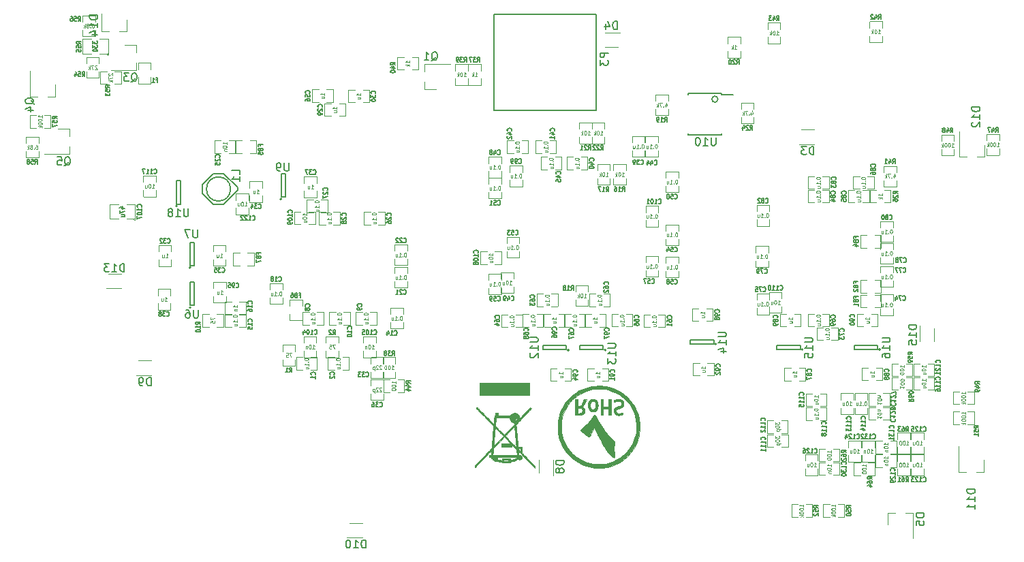
<source format=gbr>
G04 #@! TF.GenerationSoftware,KiCad,Pcbnew,5.1.9+dfsg1-1*
G04 #@! TF.CreationDate,2021-07-22T10:59:42+03:00*
G04 #@! TF.ProjectId,ossc_board,6f737363-5f62-46f6-9172-642e6b696361,rev?*
G04 #@! TF.SameCoordinates,Original*
G04 #@! TF.FileFunction,Legend,Bot*
G04 #@! TF.FilePolarity,Positive*
%FSLAX46Y46*%
G04 Gerber Fmt 4.6, Leading zero omitted, Abs format (unit mm)*
G04 Created by KiCad (PCBNEW 5.1.9+dfsg1-1) date 2021-07-22 10:59:42*
%MOMM*%
%LPD*%
G01*
G04 APERTURE LIST*
%ADD10C,0.010000*%
%ADD11C,0.120000*%
%ADD12C,0.119380*%
%ADD13C,0.150000*%
%ADD14C,0.099060*%
%ADD15C,0.127000*%
%ADD16C,0.114300*%
G04 APERTURE END LIST*
D10*
G36*
X70542600Y-63423733D02*
G01*
X64412734Y-63423733D01*
X64412734Y-64913866D01*
X70542600Y-64913866D01*
X70542600Y-63423733D01*
G37*
X70542600Y-63423733D02*
X64412734Y-63423733D01*
X64412734Y-64913866D01*
X70542600Y-64913866D01*
X70542600Y-63423733D01*
G36*
X71226024Y-73939843D02*
G01*
X71227153Y-73918010D01*
X71227964Y-73885357D01*
X71228361Y-73844942D01*
X71228384Y-73831383D01*
X71228368Y-73714967D01*
X70423468Y-72895059D01*
X70307736Y-72777130D01*
X70203363Y-72670680D01*
X70109806Y-72575140D01*
X70026523Y-72489943D01*
X69952973Y-72414522D01*
X69888613Y-72348307D01*
X69832903Y-72290730D01*
X69785299Y-72241225D01*
X69745260Y-72199223D01*
X69712245Y-72164155D01*
X69685711Y-72135454D01*
X69665117Y-72112551D01*
X69649921Y-72094880D01*
X69639580Y-72081871D01*
X69633553Y-72072957D01*
X69631299Y-72067569D01*
X69631960Y-72065326D01*
X69635219Y-72061480D01*
X69637882Y-72054186D01*
X69639996Y-72041946D01*
X69641603Y-72023262D01*
X69642749Y-71996639D01*
X69643479Y-71960579D01*
X69643838Y-71913584D01*
X69643869Y-71854157D01*
X69643618Y-71780801D01*
X69643130Y-71692020D01*
X69643126Y-71691433D01*
X69640901Y-71327366D01*
X69402076Y-71325119D01*
X69163252Y-71322871D01*
X69158671Y-71295485D01*
X69157573Y-71285233D01*
X69155017Y-71259216D01*
X69151106Y-71218532D01*
X69145941Y-71164277D01*
X69139625Y-71097549D01*
X69132260Y-71019445D01*
X69123947Y-70931061D01*
X69114790Y-70833495D01*
X69104890Y-70727844D01*
X69094349Y-70615204D01*
X69083270Y-70496673D01*
X69071754Y-70373348D01*
X69059904Y-70246325D01*
X69047822Y-70116702D01*
X69035610Y-69985575D01*
X69023371Y-69854042D01*
X69011205Y-69723200D01*
X68999216Y-69594146D01*
X68987505Y-69467976D01*
X68976175Y-69345787D01*
X68965328Y-69228678D01*
X68955065Y-69117744D01*
X68945490Y-69014082D01*
X68936704Y-68918790D01*
X68928809Y-68832965D01*
X68921907Y-68757704D01*
X68916101Y-68694103D01*
X68911493Y-68643259D01*
X68908185Y-68606271D01*
X68906467Y-68586501D01*
X68907356Y-68582189D01*
X68910913Y-68575378D01*
X68917655Y-68565507D01*
X68928099Y-68552020D01*
X68942760Y-68534358D01*
X68962155Y-68511962D01*
X68986802Y-68484275D01*
X69017215Y-68450737D01*
X69053913Y-68410791D01*
X69097411Y-68363879D01*
X69148227Y-68309442D01*
X69206875Y-68246922D01*
X69273874Y-68175761D01*
X69349739Y-68095400D01*
X69434987Y-68005281D01*
X69530134Y-67904846D01*
X69635698Y-67793537D01*
X69752194Y-67670795D01*
X69810347Y-67609550D01*
X69912985Y-67501453D01*
X70012906Y-67396192D01*
X70109444Y-67294470D01*
X70201931Y-67196993D01*
X70289699Y-67104464D01*
X70372081Y-67017588D01*
X70448409Y-66937070D01*
X70518015Y-66863614D01*
X70580233Y-66797923D01*
X70634394Y-66740704D01*
X70679830Y-66692659D01*
X70715875Y-66654494D01*
X70741861Y-66626913D01*
X70757120Y-66610620D01*
X70760084Y-66607407D01*
X70804000Y-66559149D01*
X70742990Y-66498547D01*
X70681981Y-66437944D01*
X70017507Y-67139156D01*
X69353034Y-67840368D01*
X69347726Y-67729667D01*
X69338865Y-67637760D01*
X69320814Y-67557029D01*
X69292169Y-67483613D01*
X69251520Y-67413650D01*
X69214432Y-67363742D01*
X69147347Y-67293467D01*
X69070777Y-67236010D01*
X68986704Y-67191729D01*
X68897110Y-67160982D01*
X68803977Y-67144128D01*
X68709288Y-67141525D01*
X68615024Y-67153531D01*
X68523168Y-67180504D01*
X68435702Y-67222803D01*
X68435482Y-67222933D01*
X68375888Y-67263941D01*
X68318159Y-67314026D01*
X68267581Y-67368239D01*
X68237939Y-67407988D01*
X68202209Y-67462333D01*
X66715667Y-67462333D01*
X66715667Y-67149067D01*
X66317734Y-67149067D01*
X66317734Y-67461898D01*
X66294451Y-67474011D01*
X66258449Y-67500401D01*
X66235067Y-67534272D01*
X66227489Y-67560984D01*
X66225991Y-67575420D01*
X66223208Y-67605063D01*
X66219287Y-67648248D01*
X66214376Y-67703310D01*
X66208622Y-67768583D01*
X66202171Y-67842403D01*
X66195172Y-67923103D01*
X66187771Y-68009019D01*
X66183468Y-68059233D01*
X66175949Y-68146119D01*
X66168720Y-68227735D01*
X66161926Y-68302560D01*
X66155713Y-68369073D01*
X66150227Y-68425754D01*
X66145615Y-68471081D01*
X66142022Y-68503536D01*
X66139595Y-68521597D01*
X66138728Y-68524900D01*
X66132373Y-68518956D01*
X66114770Y-68501534D01*
X66086525Y-68473249D01*
X66048243Y-68434713D01*
X66000529Y-68386543D01*
X65943991Y-68329352D01*
X65879232Y-68263754D01*
X65806860Y-68190364D01*
X65727479Y-68109796D01*
X65641696Y-68022664D01*
X65550115Y-67929582D01*
X65453344Y-67831166D01*
X65351986Y-67728028D01*
X65246649Y-67620784D01*
X65137937Y-67510048D01*
X65103574Y-67475033D01*
X64993911Y-67363304D01*
X64887421Y-67254855D01*
X64784712Y-67150300D01*
X64686390Y-67050256D01*
X64593063Y-66955339D01*
X64505336Y-66866164D01*
X64423816Y-66783348D01*
X64349111Y-66707507D01*
X64281827Y-66639256D01*
X64222570Y-66579210D01*
X64171948Y-66527988D01*
X64130568Y-66486203D01*
X64099035Y-66454472D01*
X64077957Y-66433410D01*
X64067940Y-66423635D01*
X64067177Y-66422993D01*
X64058992Y-66427695D01*
X64041908Y-66442109D01*
X64018762Y-66463742D01*
X64002137Y-66480163D01*
X63943248Y-66539507D01*
X64011487Y-66609337D01*
X64024999Y-66623139D01*
X64049683Y-66648329D01*
X64084855Y-66684205D01*
X64129826Y-66730069D01*
X64183911Y-66785221D01*
X64246423Y-66848961D01*
X64316676Y-66920588D01*
X64393983Y-66999404D01*
X64477658Y-67084708D01*
X64567015Y-67175800D01*
X64661368Y-67271981D01*
X64760028Y-67372551D01*
X64862312Y-67476810D01*
X64967531Y-67584058D01*
X65035006Y-67652833D01*
X65141688Y-67761570D01*
X65245845Y-67867737D01*
X65346794Y-67970637D01*
X65443848Y-68069571D01*
X65536325Y-68163841D01*
X65623538Y-68252749D01*
X65704803Y-68335597D01*
X65779436Y-68411687D01*
X65846751Y-68480321D01*
X65906064Y-68540800D01*
X65956689Y-68592426D01*
X65997944Y-68634502D01*
X66029142Y-68666330D01*
X66049598Y-68687210D01*
X66056686Y-68694453D01*
X66069644Y-68707715D01*
X66340688Y-68707715D01*
X66340784Y-68704942D01*
X66342285Y-68688655D01*
X66344991Y-68658060D01*
X66348749Y-68614951D01*
X66353407Y-68561118D01*
X66358812Y-68498352D01*
X66364812Y-68428445D01*
X66371254Y-68353190D01*
X66377986Y-68274376D01*
X66384854Y-68193796D01*
X66391708Y-68113241D01*
X66398394Y-68034502D01*
X66404759Y-67959372D01*
X66410652Y-67889641D01*
X66415919Y-67827101D01*
X66420408Y-67773544D01*
X66423967Y-67730761D01*
X66426443Y-67700543D01*
X66427684Y-67684682D01*
X66427801Y-67682754D01*
X66435232Y-67681133D01*
X66457664Y-67679684D01*
X66495299Y-67678404D01*
X66548342Y-67677292D01*
X66616995Y-67676345D01*
X66701463Y-67675561D01*
X66801949Y-67674939D01*
X66918656Y-67674476D01*
X67051790Y-67674169D01*
X67201552Y-67674018D01*
X67280965Y-67674000D01*
X68134130Y-67674000D01*
X68134695Y-67725090D01*
X68428377Y-67725090D01*
X68439969Y-67660207D01*
X68465341Y-67598436D01*
X68504689Y-67542175D01*
X68529909Y-67516638D01*
X68590009Y-67472670D01*
X68654688Y-67444458D01*
X68722368Y-67432257D01*
X68791467Y-67436323D01*
X68860406Y-67456912D01*
X68870835Y-67461533D01*
X68935389Y-67499658D01*
X68986592Y-67548177D01*
X69024643Y-67607327D01*
X69048937Y-67674151D01*
X69058408Y-67742984D01*
X69052416Y-67810018D01*
X69032430Y-67873230D01*
X68999921Y-67930596D01*
X68956356Y-67980094D01*
X68903205Y-68019699D01*
X68841937Y-68047389D01*
X68774022Y-68061139D01*
X68767602Y-68061626D01*
X68700061Y-68060630D01*
X68640231Y-68047245D01*
X68583053Y-68020207D01*
X68570284Y-68012272D01*
X68515905Y-67967792D01*
X68474329Y-67914437D01*
X68445752Y-67854603D01*
X68430369Y-67790688D01*
X68428377Y-67725090D01*
X68134695Y-67725090D01*
X68134997Y-67752316D01*
X68144152Y-67854131D01*
X68168761Y-67950417D01*
X68208004Y-68039858D01*
X68261056Y-68121139D01*
X68327097Y-68192943D01*
X68405302Y-68253955D01*
X68472501Y-68292361D01*
X68516148Y-68311925D01*
X68561721Y-68329052D01*
X68604527Y-68342231D01*
X68639874Y-68349950D01*
X68655639Y-68351333D01*
X68664169Y-68357229D01*
X68670971Y-68375687D01*
X68676252Y-68407864D01*
X68680219Y-68454917D01*
X68682471Y-68501015D01*
X68684167Y-68544863D01*
X68063334Y-69200505D01*
X67442500Y-69856147D01*
X67203443Y-69613857D01*
X67084702Y-69493489D01*
X66977305Y-69384565D01*
X66880690Y-69286490D01*
X66794291Y-69198669D01*
X66717544Y-69120509D01*
X66649886Y-69051414D01*
X66590753Y-68990791D01*
X66539579Y-68938045D01*
X66495801Y-68892581D01*
X66458855Y-68853805D01*
X66428177Y-68821124D01*
X66403203Y-68793941D01*
X66383367Y-68771664D01*
X66368107Y-68753696D01*
X66356858Y-68739446D01*
X66349055Y-68728316D01*
X66344136Y-68719714D01*
X66341534Y-68713045D01*
X66340688Y-68707715D01*
X66069644Y-68707715D01*
X66123087Y-68762407D01*
X66008869Y-70095687D01*
X65996075Y-70244916D01*
X65983624Y-70389889D01*
X65971597Y-70529675D01*
X65960077Y-70663345D01*
X65949142Y-70789968D01*
X65938875Y-70908615D01*
X65929356Y-71018354D01*
X65920666Y-71118257D01*
X65912885Y-71207393D01*
X65909802Y-71242558D01*
X66124780Y-71242558D01*
X66125196Y-71234048D01*
X66126991Y-71209643D01*
X66130083Y-71170319D01*
X66134391Y-71117051D01*
X66139831Y-71050816D01*
X66146324Y-70972589D01*
X66153788Y-70883345D01*
X66162139Y-70784061D01*
X66171297Y-70675711D01*
X66181181Y-70559272D01*
X66191708Y-70435719D01*
X66202796Y-70306028D01*
X66214365Y-70171174D01*
X66220030Y-70105290D01*
X66231821Y-69968238D01*
X66243205Y-69835834D01*
X66254098Y-69709059D01*
X66264416Y-69588893D01*
X66274076Y-69476316D01*
X66282993Y-69372307D01*
X66291084Y-69277847D01*
X66298265Y-69193915D01*
X66304451Y-69121492D01*
X66309558Y-69061558D01*
X66313504Y-69015092D01*
X66316204Y-68983074D01*
X66317573Y-68966485D01*
X66317734Y-68964295D01*
X66323468Y-68969047D01*
X66339937Y-68984808D01*
X66366040Y-69010476D01*
X66400676Y-69044949D01*
X66442743Y-69087125D01*
X66491142Y-69135904D01*
X66544770Y-69190183D01*
X66602527Y-69248861D01*
X66624195Y-69270929D01*
X66692079Y-69340072D01*
X66763484Y-69412742D01*
X66836130Y-69486619D01*
X66907733Y-69559384D01*
X66976012Y-69628720D01*
X67038683Y-69692306D01*
X67093466Y-69747826D01*
X67127433Y-69782200D01*
X67321116Y-69978040D01*
X67566567Y-69978040D01*
X67572253Y-69971113D01*
X67588665Y-69952958D01*
X67614837Y-69924594D01*
X67649803Y-69887039D01*
X67692596Y-69841312D01*
X67742249Y-69788433D01*
X67797796Y-69729420D01*
X67858271Y-69665294D01*
X67922706Y-69597072D01*
X67990135Y-69525773D01*
X68059592Y-69452418D01*
X68130111Y-69378024D01*
X68200723Y-69303612D01*
X68270464Y-69230199D01*
X68338366Y-69158806D01*
X68403464Y-69090451D01*
X68464789Y-69026152D01*
X68521376Y-68966930D01*
X68572259Y-68913804D01*
X68616470Y-68867792D01*
X68653044Y-68829913D01*
X68681012Y-68801186D01*
X68699410Y-68782632D01*
X68707271Y-68775267D01*
X68707451Y-68775184D01*
X68711871Y-68782217D01*
X68714136Y-68800048D01*
X68714185Y-68802183D01*
X68715007Y-68813677D01*
X68717326Y-68841074D01*
X68721053Y-68883417D01*
X68726101Y-68939750D01*
X68732382Y-69009117D01*
X68739807Y-69090561D01*
X68748290Y-69183126D01*
X68757742Y-69285856D01*
X68768075Y-69397794D01*
X68779202Y-69517984D01*
X68791035Y-69645470D01*
X68803485Y-69779294D01*
X68816466Y-69918502D01*
X68829889Y-70062137D01*
X68831027Y-70074300D01*
X68847693Y-70252770D01*
X68862767Y-70414993D01*
X68876301Y-70561575D01*
X68888347Y-70693122D01*
X68898955Y-70810241D01*
X68908178Y-70913538D01*
X68916067Y-71003618D01*
X68922673Y-71081089D01*
X68928049Y-71146557D01*
X68932245Y-71200627D01*
X68935312Y-71243906D01*
X68937304Y-71277000D01*
X68938270Y-71300515D01*
X68938263Y-71315059D01*
X68937334Y-71321236D01*
X68936988Y-71321539D01*
X68927970Y-71331015D01*
X68923862Y-71344760D01*
X68922083Y-71346570D01*
X68917207Y-71344837D01*
X68908636Y-71338970D01*
X68895766Y-71328376D01*
X68877999Y-71312462D01*
X68854732Y-71290637D01*
X68825365Y-71262308D01*
X68789297Y-71226883D01*
X68745928Y-71183770D01*
X68694655Y-71132377D01*
X68634879Y-71072111D01*
X68565999Y-71002381D01*
X68487414Y-70922593D01*
X68398522Y-70832156D01*
X68298723Y-70730477D01*
X68243901Y-70674579D01*
X68155317Y-70584189D01*
X68070113Y-70497152D01*
X67989034Y-70414232D01*
X67912822Y-70336194D01*
X67842221Y-70263802D01*
X67777975Y-70197821D01*
X67720826Y-70139016D01*
X67671519Y-70088151D01*
X67630797Y-70045991D01*
X67599404Y-70013300D01*
X67578082Y-69990843D01*
X67567576Y-69979384D01*
X67566567Y-69978040D01*
X67321116Y-69978040D01*
X67324209Y-69981167D01*
X66725721Y-70612834D01*
X66643282Y-70699801D01*
X66564156Y-70783189D01*
X66489114Y-70862188D01*
X66418930Y-70935990D01*
X66354375Y-71003786D01*
X66296223Y-71064766D01*
X66245244Y-71118121D01*
X66202212Y-71163041D01*
X66167898Y-71198718D01*
X66143075Y-71224342D01*
X66128515Y-71239104D01*
X66124780Y-71242558D01*
X65909802Y-71242558D01*
X65906095Y-71284832D01*
X65900377Y-71349645D01*
X65895811Y-71400900D01*
X65892477Y-71437668D01*
X65890458Y-71459020D01*
X65889930Y-71463913D01*
X65888852Y-71468784D01*
X65886514Y-71474663D01*
X65882411Y-71482096D01*
X65876040Y-71491628D01*
X65866896Y-71503807D01*
X65854475Y-71519177D01*
X65838274Y-71538286D01*
X65817790Y-71561679D01*
X65792517Y-71589902D01*
X65761952Y-71623502D01*
X65725592Y-71663024D01*
X65682932Y-71709015D01*
X65633469Y-71762020D01*
X65576698Y-71822587D01*
X65512116Y-71891260D01*
X65439220Y-71968586D01*
X65357504Y-72055111D01*
X65266465Y-72151382D01*
X65165600Y-72257943D01*
X65054405Y-72375342D01*
X64932375Y-72504125D01*
X64848404Y-72592722D01*
X63811601Y-73686585D01*
X63811601Y-73804493D01*
X63811781Y-73846973D01*
X63812276Y-73882654D01*
X63813018Y-73908496D01*
X63813936Y-73921464D01*
X63814273Y-73922400D01*
X63820288Y-73916361D01*
X63837364Y-73898658D01*
X63864911Y-73869913D01*
X63902336Y-73830748D01*
X63949047Y-73781785D01*
X64004453Y-73723646D01*
X64067962Y-73656953D01*
X64138981Y-73582327D01*
X64216921Y-73500390D01*
X64301188Y-73411764D01*
X64391191Y-73317071D01*
X64486338Y-73216933D01*
X64586038Y-73111972D01*
X64689698Y-73002810D01*
X64796727Y-72890067D01*
X64836623Y-72848035D01*
X64977001Y-72700201D01*
X65106033Y-72564474D01*
X65223956Y-72440606D01*
X65331007Y-72328352D01*
X65427424Y-72227467D01*
X65513443Y-72137704D01*
X65589303Y-72058817D01*
X65655241Y-71990562D01*
X65711493Y-71932692D01*
X65758298Y-71884961D01*
X65795892Y-71847124D01*
X65824513Y-71818934D01*
X65844399Y-71800147D01*
X65855786Y-71790516D01*
X65858956Y-71789317D01*
X65858837Y-71800859D01*
X65857420Y-71826802D01*
X65854902Y-71864679D01*
X65851483Y-71912023D01*
X65847362Y-71966368D01*
X65842737Y-72025247D01*
X65837808Y-72086194D01*
X65832774Y-72146742D01*
X65827832Y-72204425D01*
X65823183Y-72256776D01*
X65819026Y-72301328D01*
X65815558Y-72335616D01*
X65813421Y-72353950D01*
X65809808Y-72381467D01*
X66022465Y-72381467D01*
X66026241Y-72353950D01*
X66027709Y-72340105D01*
X66030440Y-72311176D01*
X66034277Y-72268953D01*
X66039061Y-72215226D01*
X66044634Y-72151784D01*
X66050837Y-72080417D01*
X66057513Y-72002914D01*
X66064194Y-71924703D01*
X66098370Y-71522972D01*
X66142435Y-71473858D01*
X66154212Y-71461083D01*
X66176823Y-71436901D01*
X66209444Y-71402185D01*
X66251249Y-71357810D01*
X66301414Y-71304647D01*
X66359112Y-71243570D01*
X66423520Y-71175452D01*
X66493812Y-71101165D01*
X66569163Y-71021584D01*
X66648747Y-70937580D01*
X66731740Y-70850028D01*
X66813034Y-70764314D01*
X67439567Y-70103884D01*
X67834749Y-70503958D01*
X68229931Y-70904033D01*
X67673883Y-70908266D01*
X67117834Y-70912500D01*
X67115569Y-71122050D01*
X67113305Y-71331600D01*
X68409001Y-71331600D01*
X68409337Y-71210950D01*
X68409674Y-71090300D01*
X68667570Y-71350940D01*
X68832739Y-71517866D01*
X69179467Y-71517866D01*
X69458867Y-71517866D01*
X69458867Y-71873467D01*
X69439700Y-71873467D01*
X69426907Y-71868370D01*
X69405588Y-71852669D01*
X69375025Y-71825747D01*
X69334496Y-71786987D01*
X69307242Y-71759943D01*
X69267443Y-71719841D01*
X69238037Y-71689386D01*
X69217316Y-71666379D01*
X69203572Y-71648622D01*
X69195097Y-71633915D01*
X69190183Y-71620061D01*
X69187214Y-71605426D01*
X69183013Y-71575673D01*
X69180360Y-71548974D01*
X69179972Y-71541150D01*
X69179467Y-71517866D01*
X68832739Y-71517866D01*
X68925467Y-71611580D01*
X68925467Y-72068200D01*
X68972034Y-72068200D01*
X68999343Y-72069099D01*
X69013589Y-72072601D01*
X69018587Y-72079912D01*
X69018852Y-72083017D01*
X69019751Y-72096452D01*
X69022050Y-72123286D01*
X69025436Y-72160070D01*
X69029599Y-72203356D01*
X69031301Y-72220600D01*
X69035690Y-72265889D01*
X69039415Y-72306411D01*
X69042159Y-72338571D01*
X69043606Y-72358773D01*
X69043749Y-72362416D01*
X69044001Y-72381466D01*
X67533233Y-72381467D01*
X66022465Y-72381467D01*
X65809808Y-72381467D01*
X65808696Y-72389933D01*
X65555734Y-72389933D01*
X65555734Y-72601600D01*
X65774083Y-72601600D01*
X65783135Y-72619794D01*
X66012934Y-72619794D01*
X66019574Y-72615195D01*
X66040192Y-72612113D01*
X66075837Y-72610447D01*
X66114534Y-72610066D01*
X66216134Y-72610066D01*
X66216134Y-72797417D01*
X66180315Y-72777825D01*
X66160903Y-72764801D01*
X66135308Y-72744349D01*
X66106419Y-72719195D01*
X66077125Y-72692068D01*
X66050314Y-72665695D01*
X66028877Y-72642804D01*
X66015701Y-72626122D01*
X66012934Y-72619794D01*
X65783135Y-72619794D01*
X65808837Y-72671450D01*
X65856705Y-72750390D01*
X65918981Y-72825522D01*
X65993206Y-72894575D01*
X66041911Y-72929889D01*
X66580201Y-72929889D01*
X66580201Y-72601600D01*
X67807867Y-72601600D01*
X67950610Y-72601646D01*
X68088649Y-72601781D01*
X68221043Y-72601999D01*
X68346849Y-72602295D01*
X68465127Y-72602665D01*
X68574935Y-72603102D01*
X68675333Y-72603602D01*
X68765378Y-72604160D01*
X68844129Y-72604769D01*
X68910645Y-72605426D01*
X68963985Y-72606124D01*
X69003207Y-72606858D01*
X69027370Y-72607624D01*
X69035534Y-72608409D01*
X69030128Y-72623228D01*
X69015832Y-72646340D01*
X68995529Y-72673865D01*
X68972103Y-72701924D01*
X68948436Y-72726640D01*
X68945832Y-72729090D01*
X68879776Y-72780705D01*
X68797717Y-72827879D01*
X68700031Y-72870467D01*
X68587094Y-72908327D01*
X68459282Y-72941315D01*
X68316971Y-72969287D01*
X68316059Y-72969442D01*
X68273866Y-72976279D01*
X68237725Y-72981519D01*
X68210871Y-72984740D01*
X68196543Y-72985518D01*
X68195217Y-72985240D01*
X68192702Y-72975827D01*
X68190657Y-72953002D01*
X68189306Y-72920288D01*
X68188867Y-72884733D01*
X68188867Y-72787866D01*
X67155934Y-72787866D01*
X67155934Y-73010328D01*
X67081850Y-73004456D01*
X66961126Y-72992399D01*
X66833075Y-72975103D01*
X66706058Y-72953709D01*
X66696617Y-72951935D01*
X66580201Y-72929889D01*
X66041911Y-72929889D01*
X66076924Y-72955275D01*
X66167677Y-73005349D01*
X66171918Y-73007330D01*
X66216134Y-73027828D01*
X66216134Y-73101133D01*
X67367600Y-73101133D01*
X67367600Y-72999533D01*
X67977200Y-72999533D01*
X67977200Y-73101133D01*
X67367600Y-73101133D01*
X66216134Y-73101133D01*
X66216134Y-73168866D01*
X66397462Y-73168866D01*
X66466730Y-73168470D01*
X66519435Y-73167268D01*
X66555931Y-73165243D01*
X66576570Y-73162378D01*
X66581855Y-73159670D01*
X66590304Y-73155824D01*
X66612244Y-73157143D01*
X66648837Y-73163676D01*
X66694194Y-73172216D01*
X66750044Y-73181443D01*
X66812962Y-73190912D01*
X66879521Y-73200180D01*
X66946295Y-73208803D01*
X67009859Y-73216339D01*
X67066786Y-73222343D01*
X67113651Y-73226372D01*
X67145350Y-73227959D01*
X67152607Y-73236309D01*
X67155781Y-73260959D01*
X67155934Y-73270466D01*
X67155934Y-73312800D01*
X68188059Y-73312800D01*
X68193101Y-73206966D01*
X68260834Y-73195895D01*
X68415811Y-73167672D01*
X68555099Y-73136085D01*
X68679677Y-73100759D01*
X68790526Y-73061316D01*
X68888624Y-73017378D01*
X68974951Y-72968570D01*
X69050486Y-72914514D01*
X69096607Y-72874165D01*
X69144980Y-72828214D01*
X69184261Y-72862791D01*
X69239376Y-72900962D01*
X69299038Y-72924163D01*
X69360876Y-72932879D01*
X69422523Y-72927597D01*
X69481610Y-72908805D01*
X69535768Y-72876988D01*
X69582627Y-72832633D01*
X69619821Y-72776226D01*
X69621428Y-72773008D01*
X69636648Y-72739469D01*
X69645070Y-72711566D01*
X69648587Y-72681060D01*
X69649144Y-72652400D01*
X69648014Y-72614790D01*
X69643361Y-72585797D01*
X69633292Y-72557185D01*
X69621428Y-72531791D01*
X69583634Y-72472554D01*
X69535151Y-72425871D01*
X69477074Y-72392761D01*
X69468579Y-72389395D01*
X69438130Y-72379575D01*
X69409048Y-72374844D01*
X69374054Y-72374313D01*
X69353034Y-72375288D01*
X69319386Y-72377823D01*
X69291344Y-72380993D01*
X69274014Y-72384196D01*
X69272171Y-72384834D01*
X69266788Y-72384983D01*
X69262462Y-72378709D01*
X69258724Y-72363715D01*
X69255103Y-72337707D01*
X69251129Y-72298387D01*
X69248560Y-72269541D01*
X69244344Y-72222147D01*
X69240156Y-72177203D01*
X69236422Y-72139171D01*
X69233572Y-72112513D01*
X69233082Y-72108417D01*
X69228086Y-72068200D01*
X69372652Y-72068200D01*
X70296801Y-73008000D01*
X70400605Y-73113538D01*
X70501178Y-73215744D01*
X70597879Y-73313969D01*
X70690068Y-73407566D01*
X70777106Y-73495885D01*
X70858352Y-73578279D01*
X70933167Y-73654100D01*
X71000911Y-73722699D01*
X71060943Y-73783428D01*
X71112623Y-73835640D01*
X71155312Y-73878685D01*
X71188370Y-73911915D01*
X71211156Y-73934683D01*
X71223032Y-73946340D01*
X71224675Y-73947800D01*
X71226024Y-73939843D01*
G37*
X71226024Y-73939843D02*
X71227153Y-73918010D01*
X71227964Y-73885357D01*
X71228361Y-73844942D01*
X71228384Y-73831383D01*
X71228368Y-73714967D01*
X70423468Y-72895059D01*
X70307736Y-72777130D01*
X70203363Y-72670680D01*
X70109806Y-72575140D01*
X70026523Y-72489943D01*
X69952973Y-72414522D01*
X69888613Y-72348307D01*
X69832903Y-72290730D01*
X69785299Y-72241225D01*
X69745260Y-72199223D01*
X69712245Y-72164155D01*
X69685711Y-72135454D01*
X69665117Y-72112551D01*
X69649921Y-72094880D01*
X69639580Y-72081871D01*
X69633553Y-72072957D01*
X69631299Y-72067569D01*
X69631960Y-72065326D01*
X69635219Y-72061480D01*
X69637882Y-72054186D01*
X69639996Y-72041946D01*
X69641603Y-72023262D01*
X69642749Y-71996639D01*
X69643479Y-71960579D01*
X69643838Y-71913584D01*
X69643869Y-71854157D01*
X69643618Y-71780801D01*
X69643130Y-71692020D01*
X69643126Y-71691433D01*
X69640901Y-71327366D01*
X69402076Y-71325119D01*
X69163252Y-71322871D01*
X69158671Y-71295485D01*
X69157573Y-71285233D01*
X69155017Y-71259216D01*
X69151106Y-71218532D01*
X69145941Y-71164277D01*
X69139625Y-71097549D01*
X69132260Y-71019445D01*
X69123947Y-70931061D01*
X69114790Y-70833495D01*
X69104890Y-70727844D01*
X69094349Y-70615204D01*
X69083270Y-70496673D01*
X69071754Y-70373348D01*
X69059904Y-70246325D01*
X69047822Y-70116702D01*
X69035610Y-69985575D01*
X69023371Y-69854042D01*
X69011205Y-69723200D01*
X68999216Y-69594146D01*
X68987505Y-69467976D01*
X68976175Y-69345787D01*
X68965328Y-69228678D01*
X68955065Y-69117744D01*
X68945490Y-69014082D01*
X68936704Y-68918790D01*
X68928809Y-68832965D01*
X68921907Y-68757704D01*
X68916101Y-68694103D01*
X68911493Y-68643259D01*
X68908185Y-68606271D01*
X68906467Y-68586501D01*
X68907356Y-68582189D01*
X68910913Y-68575378D01*
X68917655Y-68565507D01*
X68928099Y-68552020D01*
X68942760Y-68534358D01*
X68962155Y-68511962D01*
X68986802Y-68484275D01*
X69017215Y-68450737D01*
X69053913Y-68410791D01*
X69097411Y-68363879D01*
X69148227Y-68309442D01*
X69206875Y-68246922D01*
X69273874Y-68175761D01*
X69349739Y-68095400D01*
X69434987Y-68005281D01*
X69530134Y-67904846D01*
X69635698Y-67793537D01*
X69752194Y-67670795D01*
X69810347Y-67609550D01*
X69912985Y-67501453D01*
X70012906Y-67396192D01*
X70109444Y-67294470D01*
X70201931Y-67196993D01*
X70289699Y-67104464D01*
X70372081Y-67017588D01*
X70448409Y-66937070D01*
X70518015Y-66863614D01*
X70580233Y-66797923D01*
X70634394Y-66740704D01*
X70679830Y-66692659D01*
X70715875Y-66654494D01*
X70741861Y-66626913D01*
X70757120Y-66610620D01*
X70760084Y-66607407D01*
X70804000Y-66559149D01*
X70742990Y-66498547D01*
X70681981Y-66437944D01*
X70017507Y-67139156D01*
X69353034Y-67840368D01*
X69347726Y-67729667D01*
X69338865Y-67637760D01*
X69320814Y-67557029D01*
X69292169Y-67483613D01*
X69251520Y-67413650D01*
X69214432Y-67363742D01*
X69147347Y-67293467D01*
X69070777Y-67236010D01*
X68986704Y-67191729D01*
X68897110Y-67160982D01*
X68803977Y-67144128D01*
X68709288Y-67141525D01*
X68615024Y-67153531D01*
X68523168Y-67180504D01*
X68435702Y-67222803D01*
X68435482Y-67222933D01*
X68375888Y-67263941D01*
X68318159Y-67314026D01*
X68267581Y-67368239D01*
X68237939Y-67407988D01*
X68202209Y-67462333D01*
X66715667Y-67462333D01*
X66715667Y-67149067D01*
X66317734Y-67149067D01*
X66317734Y-67461898D01*
X66294451Y-67474011D01*
X66258449Y-67500401D01*
X66235067Y-67534272D01*
X66227489Y-67560984D01*
X66225991Y-67575420D01*
X66223208Y-67605063D01*
X66219287Y-67648248D01*
X66214376Y-67703310D01*
X66208622Y-67768583D01*
X66202171Y-67842403D01*
X66195172Y-67923103D01*
X66187771Y-68009019D01*
X66183468Y-68059233D01*
X66175949Y-68146119D01*
X66168720Y-68227735D01*
X66161926Y-68302560D01*
X66155713Y-68369073D01*
X66150227Y-68425754D01*
X66145615Y-68471081D01*
X66142022Y-68503536D01*
X66139595Y-68521597D01*
X66138728Y-68524900D01*
X66132373Y-68518956D01*
X66114770Y-68501534D01*
X66086525Y-68473249D01*
X66048243Y-68434713D01*
X66000529Y-68386543D01*
X65943991Y-68329352D01*
X65879232Y-68263754D01*
X65806860Y-68190364D01*
X65727479Y-68109796D01*
X65641696Y-68022664D01*
X65550115Y-67929582D01*
X65453344Y-67831166D01*
X65351986Y-67728028D01*
X65246649Y-67620784D01*
X65137937Y-67510048D01*
X65103574Y-67475033D01*
X64993911Y-67363304D01*
X64887421Y-67254855D01*
X64784712Y-67150300D01*
X64686390Y-67050256D01*
X64593063Y-66955339D01*
X64505336Y-66866164D01*
X64423816Y-66783348D01*
X64349111Y-66707507D01*
X64281827Y-66639256D01*
X64222570Y-66579210D01*
X64171948Y-66527988D01*
X64130568Y-66486203D01*
X64099035Y-66454472D01*
X64077957Y-66433410D01*
X64067940Y-66423635D01*
X64067177Y-66422993D01*
X64058992Y-66427695D01*
X64041908Y-66442109D01*
X64018762Y-66463742D01*
X64002137Y-66480163D01*
X63943248Y-66539507D01*
X64011487Y-66609337D01*
X64024999Y-66623139D01*
X64049683Y-66648329D01*
X64084855Y-66684205D01*
X64129826Y-66730069D01*
X64183911Y-66785221D01*
X64246423Y-66848961D01*
X64316676Y-66920588D01*
X64393983Y-66999404D01*
X64477658Y-67084708D01*
X64567015Y-67175800D01*
X64661368Y-67271981D01*
X64760028Y-67372551D01*
X64862312Y-67476810D01*
X64967531Y-67584058D01*
X65035006Y-67652833D01*
X65141688Y-67761570D01*
X65245845Y-67867737D01*
X65346794Y-67970637D01*
X65443848Y-68069571D01*
X65536325Y-68163841D01*
X65623538Y-68252749D01*
X65704803Y-68335597D01*
X65779436Y-68411687D01*
X65846751Y-68480321D01*
X65906064Y-68540800D01*
X65956689Y-68592426D01*
X65997944Y-68634502D01*
X66029142Y-68666330D01*
X66049598Y-68687210D01*
X66056686Y-68694453D01*
X66069644Y-68707715D01*
X66340688Y-68707715D01*
X66340784Y-68704942D01*
X66342285Y-68688655D01*
X66344991Y-68658060D01*
X66348749Y-68614951D01*
X66353407Y-68561118D01*
X66358812Y-68498352D01*
X66364812Y-68428445D01*
X66371254Y-68353190D01*
X66377986Y-68274376D01*
X66384854Y-68193796D01*
X66391708Y-68113241D01*
X66398394Y-68034502D01*
X66404759Y-67959372D01*
X66410652Y-67889641D01*
X66415919Y-67827101D01*
X66420408Y-67773544D01*
X66423967Y-67730761D01*
X66426443Y-67700543D01*
X66427684Y-67684682D01*
X66427801Y-67682754D01*
X66435232Y-67681133D01*
X66457664Y-67679684D01*
X66495299Y-67678404D01*
X66548342Y-67677292D01*
X66616995Y-67676345D01*
X66701463Y-67675561D01*
X66801949Y-67674939D01*
X66918656Y-67674476D01*
X67051790Y-67674169D01*
X67201552Y-67674018D01*
X67280965Y-67674000D01*
X68134130Y-67674000D01*
X68134695Y-67725090D01*
X68428377Y-67725090D01*
X68439969Y-67660207D01*
X68465341Y-67598436D01*
X68504689Y-67542175D01*
X68529909Y-67516638D01*
X68590009Y-67472670D01*
X68654688Y-67444458D01*
X68722368Y-67432257D01*
X68791467Y-67436323D01*
X68860406Y-67456912D01*
X68870835Y-67461533D01*
X68935389Y-67499658D01*
X68986592Y-67548177D01*
X69024643Y-67607327D01*
X69048937Y-67674151D01*
X69058408Y-67742984D01*
X69052416Y-67810018D01*
X69032430Y-67873230D01*
X68999921Y-67930596D01*
X68956356Y-67980094D01*
X68903205Y-68019699D01*
X68841937Y-68047389D01*
X68774022Y-68061139D01*
X68767602Y-68061626D01*
X68700061Y-68060630D01*
X68640231Y-68047245D01*
X68583053Y-68020207D01*
X68570284Y-68012272D01*
X68515905Y-67967792D01*
X68474329Y-67914437D01*
X68445752Y-67854603D01*
X68430369Y-67790688D01*
X68428377Y-67725090D01*
X68134695Y-67725090D01*
X68134997Y-67752316D01*
X68144152Y-67854131D01*
X68168761Y-67950417D01*
X68208004Y-68039858D01*
X68261056Y-68121139D01*
X68327097Y-68192943D01*
X68405302Y-68253955D01*
X68472501Y-68292361D01*
X68516148Y-68311925D01*
X68561721Y-68329052D01*
X68604527Y-68342231D01*
X68639874Y-68349950D01*
X68655639Y-68351333D01*
X68664169Y-68357229D01*
X68670971Y-68375687D01*
X68676252Y-68407864D01*
X68680219Y-68454917D01*
X68682471Y-68501015D01*
X68684167Y-68544863D01*
X68063334Y-69200505D01*
X67442500Y-69856147D01*
X67203443Y-69613857D01*
X67084702Y-69493489D01*
X66977305Y-69384565D01*
X66880690Y-69286490D01*
X66794291Y-69198669D01*
X66717544Y-69120509D01*
X66649886Y-69051414D01*
X66590753Y-68990791D01*
X66539579Y-68938045D01*
X66495801Y-68892581D01*
X66458855Y-68853805D01*
X66428177Y-68821124D01*
X66403203Y-68793941D01*
X66383367Y-68771664D01*
X66368107Y-68753696D01*
X66356858Y-68739446D01*
X66349055Y-68728316D01*
X66344136Y-68719714D01*
X66341534Y-68713045D01*
X66340688Y-68707715D01*
X66069644Y-68707715D01*
X66123087Y-68762407D01*
X66008869Y-70095687D01*
X65996075Y-70244916D01*
X65983624Y-70389889D01*
X65971597Y-70529675D01*
X65960077Y-70663345D01*
X65949142Y-70789968D01*
X65938875Y-70908615D01*
X65929356Y-71018354D01*
X65920666Y-71118257D01*
X65912885Y-71207393D01*
X65909802Y-71242558D01*
X66124780Y-71242558D01*
X66125196Y-71234048D01*
X66126991Y-71209643D01*
X66130083Y-71170319D01*
X66134391Y-71117051D01*
X66139831Y-71050816D01*
X66146324Y-70972589D01*
X66153788Y-70883345D01*
X66162139Y-70784061D01*
X66171297Y-70675711D01*
X66181181Y-70559272D01*
X66191708Y-70435719D01*
X66202796Y-70306028D01*
X66214365Y-70171174D01*
X66220030Y-70105290D01*
X66231821Y-69968238D01*
X66243205Y-69835834D01*
X66254098Y-69709059D01*
X66264416Y-69588893D01*
X66274076Y-69476316D01*
X66282993Y-69372307D01*
X66291084Y-69277847D01*
X66298265Y-69193915D01*
X66304451Y-69121492D01*
X66309558Y-69061558D01*
X66313504Y-69015092D01*
X66316204Y-68983074D01*
X66317573Y-68966485D01*
X66317734Y-68964295D01*
X66323468Y-68969047D01*
X66339937Y-68984808D01*
X66366040Y-69010476D01*
X66400676Y-69044949D01*
X66442743Y-69087125D01*
X66491142Y-69135904D01*
X66544770Y-69190183D01*
X66602527Y-69248861D01*
X66624195Y-69270929D01*
X66692079Y-69340072D01*
X66763484Y-69412742D01*
X66836130Y-69486619D01*
X66907733Y-69559384D01*
X66976012Y-69628720D01*
X67038683Y-69692306D01*
X67093466Y-69747826D01*
X67127433Y-69782200D01*
X67321116Y-69978040D01*
X67566567Y-69978040D01*
X67572253Y-69971113D01*
X67588665Y-69952958D01*
X67614837Y-69924594D01*
X67649803Y-69887039D01*
X67692596Y-69841312D01*
X67742249Y-69788433D01*
X67797796Y-69729420D01*
X67858271Y-69665294D01*
X67922706Y-69597072D01*
X67990135Y-69525773D01*
X68059592Y-69452418D01*
X68130111Y-69378024D01*
X68200723Y-69303612D01*
X68270464Y-69230199D01*
X68338366Y-69158806D01*
X68403464Y-69090451D01*
X68464789Y-69026152D01*
X68521376Y-68966930D01*
X68572259Y-68913804D01*
X68616470Y-68867792D01*
X68653044Y-68829913D01*
X68681012Y-68801186D01*
X68699410Y-68782632D01*
X68707271Y-68775267D01*
X68707451Y-68775184D01*
X68711871Y-68782217D01*
X68714136Y-68800048D01*
X68714185Y-68802183D01*
X68715007Y-68813677D01*
X68717326Y-68841074D01*
X68721053Y-68883417D01*
X68726101Y-68939750D01*
X68732382Y-69009117D01*
X68739807Y-69090561D01*
X68748290Y-69183126D01*
X68757742Y-69285856D01*
X68768075Y-69397794D01*
X68779202Y-69517984D01*
X68791035Y-69645470D01*
X68803485Y-69779294D01*
X68816466Y-69918502D01*
X68829889Y-70062137D01*
X68831027Y-70074300D01*
X68847693Y-70252770D01*
X68862767Y-70414993D01*
X68876301Y-70561575D01*
X68888347Y-70693122D01*
X68898955Y-70810241D01*
X68908178Y-70913538D01*
X68916067Y-71003618D01*
X68922673Y-71081089D01*
X68928049Y-71146557D01*
X68932245Y-71200627D01*
X68935312Y-71243906D01*
X68937304Y-71277000D01*
X68938270Y-71300515D01*
X68938263Y-71315059D01*
X68937334Y-71321236D01*
X68936988Y-71321539D01*
X68927970Y-71331015D01*
X68923862Y-71344760D01*
X68922083Y-71346570D01*
X68917207Y-71344837D01*
X68908636Y-71338970D01*
X68895766Y-71328376D01*
X68877999Y-71312462D01*
X68854732Y-71290637D01*
X68825365Y-71262308D01*
X68789297Y-71226883D01*
X68745928Y-71183770D01*
X68694655Y-71132377D01*
X68634879Y-71072111D01*
X68565999Y-71002381D01*
X68487414Y-70922593D01*
X68398522Y-70832156D01*
X68298723Y-70730477D01*
X68243901Y-70674579D01*
X68155317Y-70584189D01*
X68070113Y-70497152D01*
X67989034Y-70414232D01*
X67912822Y-70336194D01*
X67842221Y-70263802D01*
X67777975Y-70197821D01*
X67720826Y-70139016D01*
X67671519Y-70088151D01*
X67630797Y-70045991D01*
X67599404Y-70013300D01*
X67578082Y-69990843D01*
X67567576Y-69979384D01*
X67566567Y-69978040D01*
X67321116Y-69978040D01*
X67324209Y-69981167D01*
X66725721Y-70612834D01*
X66643282Y-70699801D01*
X66564156Y-70783189D01*
X66489114Y-70862188D01*
X66418930Y-70935990D01*
X66354375Y-71003786D01*
X66296223Y-71064766D01*
X66245244Y-71118121D01*
X66202212Y-71163041D01*
X66167898Y-71198718D01*
X66143075Y-71224342D01*
X66128515Y-71239104D01*
X66124780Y-71242558D01*
X65909802Y-71242558D01*
X65906095Y-71284832D01*
X65900377Y-71349645D01*
X65895811Y-71400900D01*
X65892477Y-71437668D01*
X65890458Y-71459020D01*
X65889930Y-71463913D01*
X65888852Y-71468784D01*
X65886514Y-71474663D01*
X65882411Y-71482096D01*
X65876040Y-71491628D01*
X65866896Y-71503807D01*
X65854475Y-71519177D01*
X65838274Y-71538286D01*
X65817790Y-71561679D01*
X65792517Y-71589902D01*
X65761952Y-71623502D01*
X65725592Y-71663024D01*
X65682932Y-71709015D01*
X65633469Y-71762020D01*
X65576698Y-71822587D01*
X65512116Y-71891260D01*
X65439220Y-71968586D01*
X65357504Y-72055111D01*
X65266465Y-72151382D01*
X65165600Y-72257943D01*
X65054405Y-72375342D01*
X64932375Y-72504125D01*
X64848404Y-72592722D01*
X63811601Y-73686585D01*
X63811601Y-73804493D01*
X63811781Y-73846973D01*
X63812276Y-73882654D01*
X63813018Y-73908496D01*
X63813936Y-73921464D01*
X63814273Y-73922400D01*
X63820288Y-73916361D01*
X63837364Y-73898658D01*
X63864911Y-73869913D01*
X63902336Y-73830748D01*
X63949047Y-73781785D01*
X64004453Y-73723646D01*
X64067962Y-73656953D01*
X64138981Y-73582327D01*
X64216921Y-73500390D01*
X64301188Y-73411764D01*
X64391191Y-73317071D01*
X64486338Y-73216933D01*
X64586038Y-73111972D01*
X64689698Y-73002810D01*
X64796727Y-72890067D01*
X64836623Y-72848035D01*
X64977001Y-72700201D01*
X65106033Y-72564474D01*
X65223956Y-72440606D01*
X65331007Y-72328352D01*
X65427424Y-72227467D01*
X65513443Y-72137704D01*
X65589303Y-72058817D01*
X65655241Y-71990562D01*
X65711493Y-71932692D01*
X65758298Y-71884961D01*
X65795892Y-71847124D01*
X65824513Y-71818934D01*
X65844399Y-71800147D01*
X65855786Y-71790516D01*
X65858956Y-71789317D01*
X65858837Y-71800859D01*
X65857420Y-71826802D01*
X65854902Y-71864679D01*
X65851483Y-71912023D01*
X65847362Y-71966368D01*
X65842737Y-72025247D01*
X65837808Y-72086194D01*
X65832774Y-72146742D01*
X65827832Y-72204425D01*
X65823183Y-72256776D01*
X65819026Y-72301328D01*
X65815558Y-72335616D01*
X65813421Y-72353950D01*
X65809808Y-72381467D01*
X66022465Y-72381467D01*
X66026241Y-72353950D01*
X66027709Y-72340105D01*
X66030440Y-72311176D01*
X66034277Y-72268953D01*
X66039061Y-72215226D01*
X66044634Y-72151784D01*
X66050837Y-72080417D01*
X66057513Y-72002914D01*
X66064194Y-71924703D01*
X66098370Y-71522972D01*
X66142435Y-71473858D01*
X66154212Y-71461083D01*
X66176823Y-71436901D01*
X66209444Y-71402185D01*
X66251249Y-71357810D01*
X66301414Y-71304647D01*
X66359112Y-71243570D01*
X66423520Y-71175452D01*
X66493812Y-71101165D01*
X66569163Y-71021584D01*
X66648747Y-70937580D01*
X66731740Y-70850028D01*
X66813034Y-70764314D01*
X67439567Y-70103884D01*
X67834749Y-70503958D01*
X68229931Y-70904033D01*
X67673883Y-70908266D01*
X67117834Y-70912500D01*
X67115569Y-71122050D01*
X67113305Y-71331600D01*
X68409001Y-71331600D01*
X68409337Y-71210950D01*
X68409674Y-71090300D01*
X68667570Y-71350940D01*
X68832739Y-71517866D01*
X69179467Y-71517866D01*
X69458867Y-71517866D01*
X69458867Y-71873467D01*
X69439700Y-71873467D01*
X69426907Y-71868370D01*
X69405588Y-71852669D01*
X69375025Y-71825747D01*
X69334496Y-71786987D01*
X69307242Y-71759943D01*
X69267443Y-71719841D01*
X69238037Y-71689386D01*
X69217316Y-71666379D01*
X69203572Y-71648622D01*
X69195097Y-71633915D01*
X69190183Y-71620061D01*
X69187214Y-71605426D01*
X69183013Y-71575673D01*
X69180360Y-71548974D01*
X69179972Y-71541150D01*
X69179467Y-71517866D01*
X68832739Y-71517866D01*
X68925467Y-71611580D01*
X68925467Y-72068200D01*
X68972034Y-72068200D01*
X68999343Y-72069099D01*
X69013589Y-72072601D01*
X69018587Y-72079912D01*
X69018852Y-72083017D01*
X69019751Y-72096452D01*
X69022050Y-72123286D01*
X69025436Y-72160070D01*
X69029599Y-72203356D01*
X69031301Y-72220600D01*
X69035690Y-72265889D01*
X69039415Y-72306411D01*
X69042159Y-72338571D01*
X69043606Y-72358773D01*
X69043749Y-72362416D01*
X69044001Y-72381466D01*
X67533233Y-72381467D01*
X66022465Y-72381467D01*
X65809808Y-72381467D01*
X65808696Y-72389933D01*
X65555734Y-72389933D01*
X65555734Y-72601600D01*
X65774083Y-72601600D01*
X65783135Y-72619794D01*
X66012934Y-72619794D01*
X66019574Y-72615195D01*
X66040192Y-72612113D01*
X66075837Y-72610447D01*
X66114534Y-72610066D01*
X66216134Y-72610066D01*
X66216134Y-72797417D01*
X66180315Y-72777825D01*
X66160903Y-72764801D01*
X66135308Y-72744349D01*
X66106419Y-72719195D01*
X66077125Y-72692068D01*
X66050314Y-72665695D01*
X66028877Y-72642804D01*
X66015701Y-72626122D01*
X66012934Y-72619794D01*
X65783135Y-72619794D01*
X65808837Y-72671450D01*
X65856705Y-72750390D01*
X65918981Y-72825522D01*
X65993206Y-72894575D01*
X66041911Y-72929889D01*
X66580201Y-72929889D01*
X66580201Y-72601600D01*
X67807867Y-72601600D01*
X67950610Y-72601646D01*
X68088649Y-72601781D01*
X68221043Y-72601999D01*
X68346849Y-72602295D01*
X68465127Y-72602665D01*
X68574935Y-72603102D01*
X68675333Y-72603602D01*
X68765378Y-72604160D01*
X68844129Y-72604769D01*
X68910645Y-72605426D01*
X68963985Y-72606124D01*
X69003207Y-72606858D01*
X69027370Y-72607624D01*
X69035534Y-72608409D01*
X69030128Y-72623228D01*
X69015832Y-72646340D01*
X68995529Y-72673865D01*
X68972103Y-72701924D01*
X68948436Y-72726640D01*
X68945832Y-72729090D01*
X68879776Y-72780705D01*
X68797717Y-72827879D01*
X68700031Y-72870467D01*
X68587094Y-72908327D01*
X68459282Y-72941315D01*
X68316971Y-72969287D01*
X68316059Y-72969442D01*
X68273866Y-72976279D01*
X68237725Y-72981519D01*
X68210871Y-72984740D01*
X68196543Y-72985518D01*
X68195217Y-72985240D01*
X68192702Y-72975827D01*
X68190657Y-72953002D01*
X68189306Y-72920288D01*
X68188867Y-72884733D01*
X68188867Y-72787866D01*
X67155934Y-72787866D01*
X67155934Y-73010328D01*
X67081850Y-73004456D01*
X66961126Y-72992399D01*
X66833075Y-72975103D01*
X66706058Y-72953709D01*
X66696617Y-72951935D01*
X66580201Y-72929889D01*
X66041911Y-72929889D01*
X66076924Y-72955275D01*
X66167677Y-73005349D01*
X66171918Y-73007330D01*
X66216134Y-73027828D01*
X66216134Y-73101133D01*
X67367600Y-73101133D01*
X67367600Y-72999533D01*
X67977200Y-72999533D01*
X67977200Y-73101133D01*
X67367600Y-73101133D01*
X66216134Y-73101133D01*
X66216134Y-73168866D01*
X66397462Y-73168866D01*
X66466730Y-73168470D01*
X66519435Y-73167268D01*
X66555931Y-73165243D01*
X66576570Y-73162378D01*
X66581855Y-73159670D01*
X66590304Y-73155824D01*
X66612244Y-73157143D01*
X66648837Y-73163676D01*
X66694194Y-73172216D01*
X66750044Y-73181443D01*
X66812962Y-73190912D01*
X66879521Y-73200180D01*
X66946295Y-73208803D01*
X67009859Y-73216339D01*
X67066786Y-73222343D01*
X67113651Y-73226372D01*
X67145350Y-73227959D01*
X67152607Y-73236309D01*
X67155781Y-73260959D01*
X67155934Y-73270466D01*
X67155934Y-73312800D01*
X68188059Y-73312800D01*
X68193101Y-73206966D01*
X68260834Y-73195895D01*
X68415811Y-73167672D01*
X68555099Y-73136085D01*
X68679677Y-73100759D01*
X68790526Y-73061316D01*
X68888624Y-73017378D01*
X68974951Y-72968570D01*
X69050486Y-72914514D01*
X69096607Y-72874165D01*
X69144980Y-72828214D01*
X69184261Y-72862791D01*
X69239376Y-72900962D01*
X69299038Y-72924163D01*
X69360876Y-72932879D01*
X69422523Y-72927597D01*
X69481610Y-72908805D01*
X69535768Y-72876988D01*
X69582627Y-72832633D01*
X69619821Y-72776226D01*
X69621428Y-72773008D01*
X69636648Y-72739469D01*
X69645070Y-72711566D01*
X69648587Y-72681060D01*
X69649144Y-72652400D01*
X69648014Y-72614790D01*
X69643361Y-72585797D01*
X69633292Y-72557185D01*
X69621428Y-72531791D01*
X69583634Y-72472554D01*
X69535151Y-72425871D01*
X69477074Y-72392761D01*
X69468579Y-72389395D01*
X69438130Y-72379575D01*
X69409048Y-72374844D01*
X69374054Y-72374313D01*
X69353034Y-72375288D01*
X69319386Y-72377823D01*
X69291344Y-72380993D01*
X69274014Y-72384196D01*
X69272171Y-72384834D01*
X69266788Y-72384983D01*
X69262462Y-72378709D01*
X69258724Y-72363715D01*
X69255103Y-72337707D01*
X69251129Y-72298387D01*
X69248560Y-72269541D01*
X69244344Y-72222147D01*
X69240156Y-72177203D01*
X69236422Y-72139171D01*
X69233572Y-72112513D01*
X69233082Y-72108417D01*
X69228086Y-72068200D01*
X69372652Y-72068200D01*
X70296801Y-73008000D01*
X70400605Y-73113538D01*
X70501178Y-73215744D01*
X70597879Y-73313969D01*
X70690068Y-73407566D01*
X70777106Y-73495885D01*
X70858352Y-73578279D01*
X70933167Y-73654100D01*
X71000911Y-73722699D01*
X71060943Y-73783428D01*
X71112623Y-73835640D01*
X71155312Y-73878685D01*
X71188370Y-73911915D01*
X71211156Y-73934683D01*
X71223032Y-73946340D01*
X71224675Y-73947800D01*
X71226024Y-73939843D01*
G36*
X68821672Y-67936366D02*
G01*
X68828700Y-67933243D01*
X68877125Y-67902286D01*
X68913239Y-67861873D01*
X68936553Y-67814674D01*
X68946576Y-67763359D01*
X68942817Y-67710597D01*
X68924786Y-67659059D01*
X68891991Y-67611415D01*
X68888536Y-67607661D01*
X68843594Y-67571660D01*
X68791302Y-67550524D01*
X68733434Y-67544851D01*
X68709090Y-67547051D01*
X68657363Y-67562447D01*
X68612211Y-67591291D01*
X68575838Y-67630726D01*
X68550448Y-67677899D01*
X68538245Y-67729952D01*
X68538725Y-67767720D01*
X68552984Y-67823836D01*
X68579977Y-67871568D01*
X68617297Y-67909543D01*
X68662535Y-67936385D01*
X68713283Y-67950720D01*
X68767131Y-67951171D01*
X68821672Y-67936366D01*
G37*
X68821672Y-67936366D02*
X68828700Y-67933243D01*
X68877125Y-67902286D01*
X68913239Y-67861873D01*
X68936553Y-67814674D01*
X68946576Y-67763359D01*
X68942817Y-67710597D01*
X68924786Y-67659059D01*
X68891991Y-67611415D01*
X68888536Y-67607661D01*
X68843594Y-67571660D01*
X68791302Y-67550524D01*
X68733434Y-67544851D01*
X68709090Y-67547051D01*
X68657363Y-67562447D01*
X68612211Y-67591291D01*
X68575838Y-67630726D01*
X68550448Y-67677899D01*
X68538245Y-67729952D01*
X68538725Y-67767720D01*
X68552984Y-67823836D01*
X68579977Y-67871568D01*
X68617297Y-67909543D01*
X68662535Y-67936385D01*
X68713283Y-67950720D01*
X68767131Y-67951171D01*
X68821672Y-67936366D01*
G36*
X79379363Y-73956275D02*
G01*
X79726698Y-73935387D01*
X80050798Y-73897939D01*
X80304687Y-73850897D01*
X80861140Y-73691736D01*
X81387238Y-73478182D01*
X81880169Y-73212437D01*
X82337118Y-72896707D01*
X82755271Y-72533195D01*
X83131815Y-72124105D01*
X83463935Y-71671642D01*
X83748817Y-71178008D01*
X83769272Y-71137229D01*
X83943808Y-70756030D01*
X84077590Y-70392112D01*
X84174736Y-70028440D01*
X84239361Y-69647981D01*
X84275582Y-69233697D01*
X84284407Y-69005386D01*
X84286910Y-68650589D01*
X84273810Y-68339655D01*
X84242878Y-68054369D01*
X84191886Y-67776519D01*
X84118606Y-67487891D01*
X84084536Y-67371875D01*
X83899981Y-66857964D01*
X83667051Y-66379445D01*
X83381733Y-65929577D01*
X83040016Y-65501615D01*
X82850070Y-65297148D01*
X82429576Y-64909062D01*
X81976368Y-64574739D01*
X81492921Y-64295489D01*
X80981710Y-64072620D01*
X80445209Y-63907439D01*
X80074426Y-63829964D01*
X79798488Y-63794782D01*
X79483021Y-63774409D01*
X79149044Y-63768818D01*
X78817573Y-63777980D01*
X78509626Y-63801864D01*
X78289325Y-63832430D01*
X77772261Y-63953457D01*
X77266249Y-64130234D01*
X76779379Y-64358193D01*
X76319742Y-64632768D01*
X75895426Y-64949389D01*
X75514522Y-65303490D01*
X75338250Y-65498612D01*
X74992175Y-65946242D01*
X74705481Y-66405839D01*
X74474160Y-66885549D01*
X74294208Y-67393516D01*
X74177462Y-67859268D01*
X74148793Y-68006062D01*
X74128082Y-68139061D01*
X74114102Y-68273812D01*
X74105622Y-68425865D01*
X74101414Y-68610765D01*
X74100742Y-68741190D01*
X74517068Y-68741190D01*
X74524924Y-68455896D01*
X74545572Y-68199451D01*
X74558578Y-68102125D01*
X74664092Y-67612038D01*
X74825934Y-67129001D01*
X75039114Y-66662187D01*
X75298643Y-66220770D01*
X75599529Y-65813922D01*
X75936783Y-65450816D01*
X76064583Y-65333929D01*
X76494005Y-64994329D01*
X76941438Y-64712247D01*
X77412478Y-64485206D01*
X77912722Y-64310726D01*
X78447766Y-64186331D01*
X78767250Y-64137294D01*
X78883323Y-64129653D01*
X79046217Y-64128464D01*
X79239662Y-64132953D01*
X79447390Y-64142348D01*
X79653134Y-64155877D01*
X79840626Y-64172766D01*
X79993597Y-64192243D01*
X80021375Y-64196864D01*
X80295600Y-64257894D01*
X80597776Y-64346488D01*
X80903525Y-64454242D01*
X81188467Y-64572754D01*
X81370750Y-64661988D01*
X81839465Y-64945635D01*
X82265661Y-65273085D01*
X82647285Y-65640200D01*
X82982287Y-66042839D01*
X83268615Y-66476864D01*
X83504217Y-66938134D01*
X83687042Y-67422510D01*
X83815037Y-67925852D01*
X83886153Y-68444022D01*
X83898337Y-68972878D01*
X83849538Y-69508283D01*
X83830593Y-69625518D01*
X83716650Y-70108789D01*
X83546594Y-70588333D01*
X83326399Y-71052038D01*
X83062036Y-71487788D01*
X82759478Y-71883470D01*
X82665272Y-71989180D01*
X82271021Y-72369724D01*
X81837916Y-72700890D01*
X81369231Y-72980815D01*
X80868240Y-73207634D01*
X80338215Y-73379482D01*
X80138302Y-73428117D01*
X80012633Y-73453645D01*
X79890308Y-73472227D01*
X79757393Y-73484918D01*
X79599950Y-73492768D01*
X79404043Y-73496829D01*
X79211750Y-73498053D01*
X78982374Y-73497671D01*
X78802313Y-73494491D01*
X78657403Y-73487436D01*
X78533481Y-73475427D01*
X78416385Y-73457386D01*
X78291951Y-73432235D01*
X78263044Y-73425833D01*
X77719973Y-73273349D01*
X77209369Y-73067687D01*
X76733845Y-72811433D01*
X76296015Y-72507174D01*
X75898492Y-72157496D01*
X75543890Y-71764985D01*
X75234823Y-71332227D01*
X74973904Y-70861810D01*
X74763747Y-70356319D01*
X74606966Y-69818341D01*
X74603838Y-69804864D01*
X74565389Y-69587170D01*
X74537787Y-69325127D01*
X74521518Y-69037034D01*
X74517068Y-68741190D01*
X74100742Y-68741190D01*
X74100251Y-68836154D01*
X74112215Y-69288272D01*
X74150534Y-69695802D01*
X74218258Y-70073225D01*
X74318434Y-70435019D01*
X74454111Y-70795666D01*
X74563878Y-71038621D01*
X74839715Y-71544044D01*
X75162434Y-72008926D01*
X75528758Y-72430812D01*
X75935412Y-72807249D01*
X76379120Y-73135781D01*
X76856605Y-73413956D01*
X77364593Y-73639317D01*
X77899806Y-73809412D01*
X78400510Y-73912972D01*
X78696013Y-73945728D01*
X79029050Y-73959942D01*
X79379363Y-73956275D01*
G37*
X79379363Y-73956275D02*
X79726698Y-73935387D01*
X80050798Y-73897939D01*
X80304687Y-73850897D01*
X80861140Y-73691736D01*
X81387238Y-73478182D01*
X81880169Y-73212437D01*
X82337118Y-72896707D01*
X82755271Y-72533195D01*
X83131815Y-72124105D01*
X83463935Y-71671642D01*
X83748817Y-71178008D01*
X83769272Y-71137229D01*
X83943808Y-70756030D01*
X84077590Y-70392112D01*
X84174736Y-70028440D01*
X84239361Y-69647981D01*
X84275582Y-69233697D01*
X84284407Y-69005386D01*
X84286910Y-68650589D01*
X84273810Y-68339655D01*
X84242878Y-68054369D01*
X84191886Y-67776519D01*
X84118606Y-67487891D01*
X84084536Y-67371875D01*
X83899981Y-66857964D01*
X83667051Y-66379445D01*
X83381733Y-65929577D01*
X83040016Y-65501615D01*
X82850070Y-65297148D01*
X82429576Y-64909062D01*
X81976368Y-64574739D01*
X81492921Y-64295489D01*
X80981710Y-64072620D01*
X80445209Y-63907439D01*
X80074426Y-63829964D01*
X79798488Y-63794782D01*
X79483021Y-63774409D01*
X79149044Y-63768818D01*
X78817573Y-63777980D01*
X78509626Y-63801864D01*
X78289325Y-63832430D01*
X77772261Y-63953457D01*
X77266249Y-64130234D01*
X76779379Y-64358193D01*
X76319742Y-64632768D01*
X75895426Y-64949389D01*
X75514522Y-65303490D01*
X75338250Y-65498612D01*
X74992175Y-65946242D01*
X74705481Y-66405839D01*
X74474160Y-66885549D01*
X74294208Y-67393516D01*
X74177462Y-67859268D01*
X74148793Y-68006062D01*
X74128082Y-68139061D01*
X74114102Y-68273812D01*
X74105622Y-68425865D01*
X74101414Y-68610765D01*
X74100742Y-68741190D01*
X74517068Y-68741190D01*
X74524924Y-68455896D01*
X74545572Y-68199451D01*
X74558578Y-68102125D01*
X74664092Y-67612038D01*
X74825934Y-67129001D01*
X75039114Y-66662187D01*
X75298643Y-66220770D01*
X75599529Y-65813922D01*
X75936783Y-65450816D01*
X76064583Y-65333929D01*
X76494005Y-64994329D01*
X76941438Y-64712247D01*
X77412478Y-64485206D01*
X77912722Y-64310726D01*
X78447766Y-64186331D01*
X78767250Y-64137294D01*
X78883323Y-64129653D01*
X79046217Y-64128464D01*
X79239662Y-64132953D01*
X79447390Y-64142348D01*
X79653134Y-64155877D01*
X79840626Y-64172766D01*
X79993597Y-64192243D01*
X80021375Y-64196864D01*
X80295600Y-64257894D01*
X80597776Y-64346488D01*
X80903525Y-64454242D01*
X81188467Y-64572754D01*
X81370750Y-64661988D01*
X81839465Y-64945635D01*
X82265661Y-65273085D01*
X82647285Y-65640200D01*
X82982287Y-66042839D01*
X83268615Y-66476864D01*
X83504217Y-66938134D01*
X83687042Y-67422510D01*
X83815037Y-67925852D01*
X83886153Y-68444022D01*
X83898337Y-68972878D01*
X83849538Y-69508283D01*
X83830593Y-69625518D01*
X83716650Y-70108789D01*
X83546594Y-70588333D01*
X83326399Y-71052038D01*
X83062036Y-71487788D01*
X82759478Y-71883470D01*
X82665272Y-71989180D01*
X82271021Y-72369724D01*
X81837916Y-72700890D01*
X81369231Y-72980815D01*
X80868240Y-73207634D01*
X80338215Y-73379482D01*
X80138302Y-73428117D01*
X80012633Y-73453645D01*
X79890308Y-73472227D01*
X79757393Y-73484918D01*
X79599950Y-73492768D01*
X79404043Y-73496829D01*
X79211750Y-73498053D01*
X78982374Y-73497671D01*
X78802313Y-73494491D01*
X78657403Y-73487436D01*
X78533481Y-73475427D01*
X78416385Y-73457386D01*
X78291951Y-73432235D01*
X78263044Y-73425833D01*
X77719973Y-73273349D01*
X77209369Y-73067687D01*
X76733845Y-72811433D01*
X76296015Y-72507174D01*
X75898492Y-72157496D01*
X75543890Y-71764985D01*
X75234823Y-71332227D01*
X74973904Y-70861810D01*
X74763747Y-70356319D01*
X74606966Y-69818341D01*
X74603838Y-69804864D01*
X74565389Y-69587170D01*
X74537787Y-69325127D01*
X74521518Y-69037034D01*
X74517068Y-68741190D01*
X74100742Y-68741190D01*
X74100251Y-68836154D01*
X74112215Y-69288272D01*
X74150534Y-69695802D01*
X74218258Y-70073225D01*
X74318434Y-70435019D01*
X74454111Y-70795666D01*
X74563878Y-71038621D01*
X74839715Y-71544044D01*
X75162434Y-72008926D01*
X75528758Y-72430812D01*
X75935412Y-72807249D01*
X76379120Y-73135781D01*
X76856605Y-73413956D01*
X77364593Y-73639317D01*
X77899806Y-73809412D01*
X78400510Y-73912972D01*
X78696013Y-73945728D01*
X79029050Y-73959942D01*
X79379363Y-73956275D01*
G36*
X78673988Y-66918357D02*
G01*
X78835189Y-66843493D01*
X78959144Y-66717279D01*
X79046812Y-66539032D01*
X79048615Y-66533700D01*
X79080245Y-66382416D01*
X79088133Y-66204854D01*
X79074508Y-66019029D01*
X79041593Y-65842955D01*
X78991616Y-65694646D01*
X78933101Y-65598905D01*
X78821032Y-65514017D01*
X78668319Y-65454381D01*
X78494289Y-65424380D01*
X78318271Y-65428396D01*
X78243375Y-65442516D01*
X78100721Y-65509736D01*
X77987492Y-65629989D01*
X77906445Y-65798680D01*
X77860338Y-66011212D01*
X77853093Y-66092936D01*
X77854867Y-66214947D01*
X78114115Y-66214947D01*
X78121680Y-66041847D01*
X78159933Y-65882002D01*
X78184109Y-65825990D01*
X78270560Y-65713568D01*
X78382637Y-65652615D01*
X78506946Y-65645798D01*
X78630093Y-65695783D01*
X78672246Y-65728813D01*
X78752856Y-65839805D01*
X78803126Y-65987876D01*
X78823146Y-66155736D01*
X78813005Y-66326093D01*
X78772792Y-66481656D01*
X78702597Y-66605136D01*
X78667536Y-66640509D01*
X78543874Y-66709564D01*
X78416309Y-66716411D01*
X78292722Y-66661182D01*
X78258878Y-66633688D01*
X78184382Y-66528877D01*
X78135572Y-66383294D01*
X78114115Y-66214947D01*
X77854867Y-66214947D01*
X77856894Y-66354281D01*
X77902218Y-66568067D01*
X77988877Y-66734035D01*
X78116679Y-66851927D01*
X78285437Y-66921482D01*
X78474582Y-66942553D01*
X78673988Y-66918357D01*
G37*
X78673988Y-66918357D02*
X78835189Y-66843493D01*
X78959144Y-66717279D01*
X79046812Y-66539032D01*
X79048615Y-66533700D01*
X79080245Y-66382416D01*
X79088133Y-66204854D01*
X79074508Y-66019029D01*
X79041593Y-65842955D01*
X78991616Y-65694646D01*
X78933101Y-65598905D01*
X78821032Y-65514017D01*
X78668319Y-65454381D01*
X78494289Y-65424380D01*
X78318271Y-65428396D01*
X78243375Y-65442516D01*
X78100721Y-65509736D01*
X77987492Y-65629989D01*
X77906445Y-65798680D01*
X77860338Y-66011212D01*
X77853093Y-66092936D01*
X77854867Y-66214947D01*
X78114115Y-66214947D01*
X78121680Y-66041847D01*
X78159933Y-65882002D01*
X78184109Y-65825990D01*
X78270560Y-65713568D01*
X78382637Y-65652615D01*
X78506946Y-65645798D01*
X78630093Y-65695783D01*
X78672246Y-65728813D01*
X78752856Y-65839805D01*
X78803126Y-65987876D01*
X78823146Y-66155736D01*
X78813005Y-66326093D01*
X78772792Y-66481656D01*
X78702597Y-66605136D01*
X78667536Y-66640509D01*
X78543874Y-66709564D01*
X78416309Y-66716411D01*
X78292722Y-66661182D01*
X78258878Y-66633688D01*
X78184382Y-66528877D01*
X78135572Y-66383294D01*
X78114115Y-66214947D01*
X77854867Y-66214947D01*
X77856894Y-66354281D01*
X77902218Y-66568067D01*
X77988877Y-66734035D01*
X78116679Y-66851927D01*
X78285437Y-66921482D01*
X78474582Y-66942553D01*
X78673988Y-66918357D01*
G36*
X81831409Y-67413412D02*
G01*
X81980591Y-67393774D01*
X82037500Y-67379432D01*
X82124176Y-67349719D01*
X82165418Y-67317933D01*
X82177137Y-67265607D01*
X82176658Y-67217952D01*
X82170808Y-67137469D01*
X82161105Y-67089394D01*
X82158891Y-67085808D01*
X82124069Y-67088424D01*
X82048980Y-67109913D01*
X81979704Y-67134504D01*
X81790999Y-67186283D01*
X81623482Y-67193805D01*
X81484377Y-67159785D01*
X81380909Y-67086936D01*
X81320302Y-66977975D01*
X81307250Y-66881838D01*
X81318763Y-66804623D01*
X81358886Y-66740789D01*
X81435995Y-66684290D01*
X81558467Y-66629078D01*
X81734677Y-66569106D01*
X81744766Y-66565961D01*
X81901192Y-66514355D01*
X82010600Y-66469424D01*
X82087873Y-66423673D01*
X82147891Y-66369607D01*
X82158946Y-66357349D01*
X82245313Y-66216276D01*
X82284593Y-66054979D01*
X82279245Y-65888004D01*
X82231729Y-65729895D01*
X82144502Y-65595197D01*
X82020023Y-65498456D01*
X82013187Y-65495033D01*
X81888417Y-65455560D01*
X81724093Y-65433144D01*
X81541999Y-65428419D01*
X81363921Y-65442017D01*
X81219937Y-65471986D01*
X81053250Y-65522633D01*
X81053250Y-65665145D01*
X81053000Y-65733663D01*
X81059732Y-65774363D01*
X81084666Y-65788911D01*
X81139021Y-65778970D01*
X81234018Y-65746206D01*
X81339000Y-65707542D01*
X81530121Y-65656969D01*
X81698082Y-65650394D01*
X81836073Y-65685264D01*
X81937281Y-65759031D01*
X81994898Y-65869143D01*
X82005750Y-65957230D01*
X81989030Y-66070878D01*
X81933785Y-66160172D01*
X81832385Y-66232174D01*
X81677199Y-66293947D01*
X81624750Y-66309886D01*
X81435045Y-66369424D01*
X81296939Y-66425574D01*
X81199363Y-66485182D01*
X81131247Y-66555092D01*
X81081519Y-66642152D01*
X81079257Y-66647213D01*
X81034799Y-66821044D01*
X81049509Y-66995585D01*
X81120126Y-67159939D01*
X81243390Y-67303206D01*
X81285742Y-67337206D01*
X81376367Y-67377330D01*
X81510231Y-67404119D01*
X81668267Y-67416504D01*
X81831409Y-67413412D01*
G37*
X81831409Y-67413412D02*
X81980591Y-67393774D01*
X82037500Y-67379432D01*
X82124176Y-67349719D01*
X82165418Y-67317933D01*
X82177137Y-67265607D01*
X82176658Y-67217952D01*
X82170808Y-67137469D01*
X82161105Y-67089394D01*
X82158891Y-67085808D01*
X82124069Y-67088424D01*
X82048980Y-67109913D01*
X81979704Y-67134504D01*
X81790999Y-67186283D01*
X81623482Y-67193805D01*
X81484377Y-67159785D01*
X81380909Y-67086936D01*
X81320302Y-66977975D01*
X81307250Y-66881838D01*
X81318763Y-66804623D01*
X81358886Y-66740789D01*
X81435995Y-66684290D01*
X81558467Y-66629078D01*
X81734677Y-66569106D01*
X81744766Y-66565961D01*
X81901192Y-66514355D01*
X82010600Y-66469424D01*
X82087873Y-66423673D01*
X82147891Y-66369607D01*
X82158946Y-66357349D01*
X82245313Y-66216276D01*
X82284593Y-66054979D01*
X82279245Y-65888004D01*
X82231729Y-65729895D01*
X82144502Y-65595197D01*
X82020023Y-65498456D01*
X82013187Y-65495033D01*
X81888417Y-65455560D01*
X81724093Y-65433144D01*
X81541999Y-65428419D01*
X81363921Y-65442017D01*
X81219937Y-65471986D01*
X81053250Y-65522633D01*
X81053250Y-65665145D01*
X81053000Y-65733663D01*
X81059732Y-65774363D01*
X81084666Y-65788911D01*
X81139021Y-65778970D01*
X81234018Y-65746206D01*
X81339000Y-65707542D01*
X81530121Y-65656969D01*
X81698082Y-65650394D01*
X81836073Y-65685264D01*
X81937281Y-65759031D01*
X81994898Y-65869143D01*
X82005750Y-65957230D01*
X81989030Y-66070878D01*
X81933785Y-66160172D01*
X81832385Y-66232174D01*
X81677199Y-66293947D01*
X81624750Y-66309886D01*
X81435045Y-66369424D01*
X81296939Y-66425574D01*
X81199363Y-66485182D01*
X81131247Y-66555092D01*
X81081519Y-66642152D01*
X81079257Y-66647213D01*
X81034799Y-66821044D01*
X81049509Y-66995585D01*
X81120126Y-67159939D01*
X81243390Y-67303206D01*
X81285742Y-67337206D01*
X81376367Y-67377330D01*
X81510231Y-67404119D01*
X81668267Y-67416504D01*
X81831409Y-67413412D01*
G36*
X76820795Y-67386385D02*
G01*
X76944028Y-67380941D01*
X77033898Y-67369395D01*
X77105458Y-67349728D01*
X77173759Y-67319915D01*
X77180960Y-67316313D01*
X77309911Y-67220977D01*
X77400670Y-67092718D01*
X77452073Y-66944774D01*
X77462960Y-66790382D01*
X77432169Y-66642780D01*
X77358539Y-66515206D01*
X77258652Y-66430765D01*
X77143942Y-66363084D01*
X77238066Y-66264230D01*
X77289159Y-66196926D01*
X77358052Y-66087460D01*
X77435593Y-65951164D01*
X77510234Y-65808188D01*
X77688280Y-65451000D01*
X77537202Y-65451141D01*
X77386125Y-65451282D01*
X77205033Y-65808329D01*
X77130157Y-65948753D01*
X77058484Y-66070426D01*
X76997934Y-66160691D01*
X76956428Y-66206888D01*
X76955087Y-66207758D01*
X76884144Y-66235381D01*
X76779340Y-66258949D01*
X76715490Y-66267762D01*
X76544750Y-66285384D01*
X76544750Y-65451000D01*
X76259000Y-65451000D01*
X76259000Y-67165500D01*
X76544750Y-67165500D01*
X76544750Y-66498750D01*
X76722514Y-66498750D01*
X76845931Y-66508325D01*
X76961480Y-66532760D01*
X77008608Y-66550156D01*
X77087427Y-66601901D01*
X77131084Y-66673797D01*
X77145680Y-66780971D01*
X77142151Y-66881261D01*
X77107706Y-67009699D01*
X77024854Y-67099268D01*
X76892329Y-67150843D01*
X76730554Y-67165500D01*
X76544750Y-67165500D01*
X76259000Y-67165500D01*
X76259000Y-67387750D01*
X76649147Y-67387750D01*
X76820795Y-67386385D01*
G37*
X76820795Y-67386385D02*
X76944028Y-67380941D01*
X77033898Y-67369395D01*
X77105458Y-67349728D01*
X77173759Y-67319915D01*
X77180960Y-67316313D01*
X77309911Y-67220977D01*
X77400670Y-67092718D01*
X77452073Y-66944774D01*
X77462960Y-66790382D01*
X77432169Y-66642780D01*
X77358539Y-66515206D01*
X77258652Y-66430765D01*
X77143942Y-66363084D01*
X77238066Y-66264230D01*
X77289159Y-66196926D01*
X77358052Y-66087460D01*
X77435593Y-65951164D01*
X77510234Y-65808188D01*
X77688280Y-65451000D01*
X77537202Y-65451141D01*
X77386125Y-65451282D01*
X77205033Y-65808329D01*
X77130157Y-65948753D01*
X77058484Y-66070426D01*
X76997934Y-66160691D01*
X76956428Y-66206888D01*
X76955087Y-66207758D01*
X76884144Y-66235381D01*
X76779340Y-66258949D01*
X76715490Y-66267762D01*
X76544750Y-66285384D01*
X76544750Y-65451000D01*
X76259000Y-65451000D01*
X76259000Y-67165500D01*
X76544750Y-67165500D01*
X76544750Y-66498750D01*
X76722514Y-66498750D01*
X76845931Y-66508325D01*
X76961480Y-66532760D01*
X77008608Y-66550156D01*
X77087427Y-66601901D01*
X77131084Y-66673797D01*
X77145680Y-66780971D01*
X77142151Y-66881261D01*
X77107706Y-67009699D01*
X77024854Y-67099268D01*
X76892329Y-67150843D01*
X76730554Y-67165500D01*
X76544750Y-67165500D01*
X76259000Y-67165500D01*
X76259000Y-67387750D01*
X76649147Y-67387750D01*
X76820795Y-67386385D01*
G36*
X79719750Y-66625750D02*
G01*
X80418250Y-66625750D01*
X80418250Y-67387750D01*
X80704000Y-67387750D01*
X80704000Y-65451000D01*
X80418250Y-65451000D01*
X80418250Y-66371750D01*
X79719750Y-66371750D01*
X79719750Y-65451000D01*
X79434000Y-65451000D01*
X79434000Y-67387750D01*
X79719750Y-67387750D01*
X79719750Y-66625750D01*
G37*
X79719750Y-66625750D02*
X80418250Y-66625750D01*
X80418250Y-67387750D01*
X80704000Y-67387750D01*
X80704000Y-65451000D01*
X80418250Y-65451000D01*
X80418250Y-66371750D01*
X79719750Y-66371750D01*
X79719750Y-65451000D01*
X79434000Y-65451000D01*
X79434000Y-67387750D01*
X79719750Y-67387750D01*
X79719750Y-66625750D01*
G36*
X81103820Y-72677954D02*
G01*
X81124749Y-72637331D01*
X81136459Y-72561409D01*
X81139405Y-72443464D01*
X81134042Y-72276773D01*
X81120826Y-72054613D01*
X81118534Y-72021003D01*
X81102921Y-71736934D01*
X81099043Y-71492484D01*
X81106892Y-71264866D01*
X81118197Y-71116041D01*
X81133107Y-70934612D01*
X81137532Y-70802923D01*
X81128170Y-70707618D01*
X81101718Y-70635344D01*
X81054872Y-70572748D01*
X80984329Y-70506476D01*
X80962850Y-70487979D01*
X80645087Y-70189623D01*
X80322326Y-69835405D01*
X79999535Y-69432178D01*
X79681679Y-68986793D01*
X79373727Y-68506103D01*
X79080644Y-67996958D01*
X78882292Y-67617938D01*
X78803910Y-67470203D01*
X78742587Y-67376904D01*
X78693059Y-67333028D01*
X78650069Y-67333560D01*
X78615743Y-67363938D01*
X78585852Y-67405294D01*
X78529412Y-67487181D01*
X78454911Y-67597172D01*
X78382549Y-67705250D01*
X78254343Y-67882308D01*
X78094623Y-68074515D01*
X77898841Y-68286701D01*
X77662449Y-68523698D01*
X77380897Y-68790337D01*
X77233963Y-68925187D01*
X77113517Y-69037819D01*
X77013237Y-69137385D01*
X76941156Y-69215443D01*
X76905313Y-69263552D01*
X76903007Y-69272829D01*
X76933039Y-69311107D01*
X77003942Y-69380620D01*
X77106573Y-69473477D01*
X77231789Y-69581786D01*
X77370448Y-69697655D01*
X77513408Y-69813191D01*
X77651525Y-69920503D01*
X77665891Y-69931362D01*
X77800067Y-70030314D01*
X77900068Y-70091843D01*
X77975816Y-70112382D01*
X78037232Y-70088364D01*
X78094239Y-70016221D01*
X78156757Y-69892386D01*
X78227854Y-69729313D01*
X78338815Y-69474502D01*
X78429588Y-69276198D01*
X78501805Y-69131273D01*
X78557100Y-69036603D01*
X78597104Y-68989060D01*
X78617971Y-68982424D01*
X78640500Y-69012552D01*
X78687638Y-69093171D01*
X78755944Y-69217805D01*
X78841979Y-69379975D01*
X78942304Y-69573202D01*
X79053479Y-69791010D01*
X79164125Y-70011015D01*
X79354849Y-70389357D01*
X79523980Y-70716530D01*
X79675609Y-70999438D01*
X79813825Y-71244985D01*
X79942720Y-71460078D01*
X80066384Y-71651619D01*
X80188906Y-71826514D01*
X80314378Y-71991667D01*
X80401203Y-72099183D01*
X80480057Y-72186799D01*
X80582056Y-72288973D01*
X80696459Y-72396264D01*
X80812528Y-72499230D01*
X80919524Y-72588430D01*
X81006708Y-72654423D01*
X81063342Y-72687768D01*
X81073216Y-72690001D01*
X81103820Y-72677954D01*
G37*
X81103820Y-72677954D02*
X81124749Y-72637331D01*
X81136459Y-72561409D01*
X81139405Y-72443464D01*
X81134042Y-72276773D01*
X81120826Y-72054613D01*
X81118534Y-72021003D01*
X81102921Y-71736934D01*
X81099043Y-71492484D01*
X81106892Y-71264866D01*
X81118197Y-71116041D01*
X81133107Y-70934612D01*
X81137532Y-70802923D01*
X81128170Y-70707618D01*
X81101718Y-70635344D01*
X81054872Y-70572748D01*
X80984329Y-70506476D01*
X80962850Y-70487979D01*
X80645087Y-70189623D01*
X80322326Y-69835405D01*
X79999535Y-69432178D01*
X79681679Y-68986793D01*
X79373727Y-68506103D01*
X79080644Y-67996958D01*
X78882292Y-67617938D01*
X78803910Y-67470203D01*
X78742587Y-67376904D01*
X78693059Y-67333028D01*
X78650069Y-67333560D01*
X78615743Y-67363938D01*
X78585852Y-67405294D01*
X78529412Y-67487181D01*
X78454911Y-67597172D01*
X78382549Y-67705250D01*
X78254343Y-67882308D01*
X78094623Y-68074515D01*
X77898841Y-68286701D01*
X77662449Y-68523698D01*
X77380897Y-68790337D01*
X77233963Y-68925187D01*
X77113517Y-69037819D01*
X77013237Y-69137385D01*
X76941156Y-69215443D01*
X76905313Y-69263552D01*
X76903007Y-69272829D01*
X76933039Y-69311107D01*
X77003942Y-69380620D01*
X77106573Y-69473477D01*
X77231789Y-69581786D01*
X77370448Y-69697655D01*
X77513408Y-69813191D01*
X77651525Y-69920503D01*
X77665891Y-69931362D01*
X77800067Y-70030314D01*
X77900068Y-70091843D01*
X77975816Y-70112382D01*
X78037232Y-70088364D01*
X78094239Y-70016221D01*
X78156757Y-69892386D01*
X78227854Y-69729313D01*
X78338815Y-69474502D01*
X78429588Y-69276198D01*
X78501805Y-69131273D01*
X78557100Y-69036603D01*
X78597104Y-68989060D01*
X78617971Y-68982424D01*
X78640500Y-69012552D01*
X78687638Y-69093171D01*
X78755944Y-69217805D01*
X78841979Y-69379975D01*
X78942304Y-69573202D01*
X79053479Y-69791010D01*
X79164125Y-70011015D01*
X79354849Y-70389357D01*
X79523980Y-70716530D01*
X79675609Y-70999438D01*
X79813825Y-71244985D01*
X79942720Y-71460078D01*
X80066384Y-71651619D01*
X80188906Y-71826514D01*
X80314378Y-71991667D01*
X80401203Y-72099183D01*
X80480057Y-72186799D01*
X80582056Y-72288973D01*
X80696459Y-72396264D01*
X80812528Y-72499230D01*
X80919524Y-72588430D01*
X81006708Y-72654423D01*
X81063342Y-72687768D01*
X81073216Y-72690001D01*
X81103820Y-72677954D01*
D11*
X20550000Y-19690000D02*
X19620000Y-19690000D01*
X17390000Y-19690000D02*
X18320000Y-19690000D01*
X17390000Y-19690000D02*
X17390000Y-17530000D01*
X20550000Y-19690000D02*
X20550000Y-18230000D01*
X81540000Y-21660000D02*
X79940000Y-21660000D01*
X79940000Y-19860000D02*
X81840000Y-19860000D01*
X104380000Y-31920000D02*
X105980000Y-31920000D01*
X105980000Y-33720000D02*
X104080000Y-33720000D01*
D12*
X120890320Y-64242000D02*
X120890320Y-62718000D01*
X118309680Y-62718000D02*
X118309680Y-64242000D01*
X120882700Y-62695140D02*
X120100380Y-62695140D01*
X119099620Y-62695140D02*
X118317300Y-62695140D01*
X120100380Y-64264860D02*
X120882700Y-64264860D01*
X119099620Y-64264860D02*
X118317300Y-64264860D01*
X120880320Y-62532000D02*
X120880320Y-61008000D01*
X118299680Y-61008000D02*
X118299680Y-62532000D01*
X120872700Y-60985140D02*
X120090380Y-60985140D01*
X119089620Y-60985140D02*
X118307300Y-60985140D01*
X120090380Y-62554860D02*
X120872700Y-62554860D01*
X119089620Y-62554860D02*
X118307300Y-62554860D01*
D11*
X127140000Y-35320000D02*
X127140000Y-33860000D01*
X123980000Y-35320000D02*
X123980000Y-32160000D01*
X123980000Y-35320000D02*
X124910000Y-35320000D01*
X127140000Y-35320000D02*
X126210000Y-35320000D01*
D13*
X26760000Y-41180000D02*
X26760000Y-38280000D01*
X26760000Y-38280000D02*
X27260000Y-38280000D01*
X27260000Y-38280000D02*
X27260000Y-41180000D01*
X27260000Y-41180000D02*
X26760000Y-41180000D01*
X26810000Y-41430000D02*
G75*
G03*
X26810000Y-41430000I-100000J0D01*
G01*
D12*
X113480320Y-74852000D02*
X113480320Y-73328000D01*
X110899680Y-73328000D02*
X110899680Y-74852000D01*
X113472700Y-73305140D02*
X112690380Y-73305140D01*
X111689620Y-73305140D02*
X110907300Y-73305140D01*
X112690380Y-74874860D02*
X113472700Y-74874860D01*
X111689620Y-74874860D02*
X110907300Y-74874860D01*
X116358000Y-72170320D02*
X117882000Y-72170320D01*
X117882000Y-69589680D02*
X116358000Y-69589680D01*
X117904860Y-72162700D02*
X117904860Y-71380380D01*
X117904860Y-70379620D02*
X117904860Y-69597300D01*
X116335140Y-71380380D02*
X116335140Y-72162700D01*
X116335140Y-70379620D02*
X116335140Y-69597300D01*
X109130320Y-73142000D02*
X109130320Y-71618000D01*
X106549680Y-71618000D02*
X106549680Y-73142000D01*
X109122700Y-71595140D02*
X108340380Y-71595140D01*
X107339620Y-71595140D02*
X106557300Y-71595140D01*
X108340380Y-73164860D02*
X109122700Y-73164860D01*
X107339620Y-73164860D02*
X106557300Y-73164860D01*
X117872000Y-72309680D02*
X116348000Y-72309680D01*
X116348000Y-74890320D02*
X117872000Y-74890320D01*
X116325140Y-72317300D02*
X116325140Y-73099620D01*
X116325140Y-74100380D02*
X116325140Y-74882700D01*
X117894860Y-73099620D02*
X117894860Y-72317300D01*
X117894860Y-74100380D02*
X117894860Y-74882700D01*
X115599680Y-62718000D02*
X115599680Y-64242000D01*
X118180320Y-64242000D02*
X118180320Y-62718000D01*
X115607300Y-64264860D02*
X116389620Y-64264860D01*
X117390380Y-64264860D02*
X118172700Y-64264860D01*
X116389620Y-62695140D02*
X115607300Y-62695140D01*
X117390380Y-62695140D02*
X118172700Y-62695140D01*
X118180320Y-62542000D02*
X118180320Y-61018000D01*
X115599680Y-61018000D02*
X115599680Y-62542000D01*
X118172700Y-60995140D02*
X117390380Y-60995140D01*
X116389620Y-60995140D02*
X115607300Y-60995140D01*
X117390380Y-62564860D02*
X118172700Y-62564860D01*
X116389620Y-62564860D02*
X115607300Y-62564860D01*
X9604860Y-34610380D02*
X9604860Y-35392700D01*
X9604860Y-33609620D02*
X9604860Y-32827300D01*
X8035140Y-34610380D02*
X8035140Y-35392700D01*
X8035140Y-32827300D02*
X8035140Y-33609620D01*
X8058000Y-35400320D02*
X9582000Y-35400320D01*
X9582000Y-32819680D02*
X8058000Y-32819680D01*
X9269620Y-31694860D02*
X8487300Y-31694860D01*
X10270380Y-31694860D02*
X11052700Y-31694860D01*
X9269620Y-30125140D02*
X8487300Y-30125140D01*
X11052700Y-30125140D02*
X10270380Y-30125140D01*
X8479680Y-30148000D02*
X8479680Y-31672000D01*
X11060320Y-31672000D02*
X11060320Y-30148000D01*
X15068000Y-20320320D02*
X16592000Y-20320320D01*
X16592000Y-17739680D02*
X15068000Y-17739680D01*
X16614860Y-20312700D02*
X16614860Y-19530380D01*
X16614860Y-18529620D02*
X16614860Y-17747300D01*
X15045140Y-19530380D02*
X15045140Y-20312700D01*
X15045140Y-18529620D02*
X15045140Y-17747300D01*
D14*
X18331640Y-22593620D02*
G75*
G03*
X18331640Y-22593620I-127000J0D01*
G01*
X17148000Y-22469160D02*
X18227500Y-22469160D01*
X18237660Y-22459000D02*
X18237660Y-20681000D01*
X18227500Y-20670840D02*
X17148000Y-20670840D01*
X16132000Y-20670840D02*
X15052500Y-20670840D01*
X15042340Y-20681000D02*
X15042340Y-22459000D01*
X15052500Y-22469160D02*
X16132000Y-22469160D01*
D12*
X17094860Y-24680380D02*
X17094860Y-25462700D01*
X17094860Y-23679620D02*
X17094860Y-22897300D01*
X15525140Y-24680380D02*
X15525140Y-25462700D01*
X15525140Y-22897300D02*
X15525140Y-23679620D01*
X15548000Y-25470320D02*
X17072000Y-25470320D01*
X17072000Y-22889680D02*
X15548000Y-22889680D01*
X19050380Y-24665140D02*
X19832700Y-24665140D01*
X18049620Y-24665140D02*
X17267300Y-24665140D01*
X19050380Y-26234860D02*
X19832700Y-26234860D01*
X17267300Y-26234860D02*
X18049620Y-26234860D01*
X19840320Y-26212000D02*
X19840320Y-24688000D01*
X17259680Y-24688000D02*
X17259680Y-26212000D01*
D11*
X13450000Y-31790000D02*
X13450000Y-32720000D01*
X13450000Y-34950000D02*
X13450000Y-34020000D01*
X13450000Y-34950000D02*
X10290000Y-34950000D01*
X13450000Y-31790000D02*
X11990000Y-31790000D01*
X11640000Y-27810000D02*
X10710000Y-27810000D01*
X8480000Y-27810000D02*
X9410000Y-27810000D01*
X8480000Y-27810000D02*
X8480000Y-24650000D01*
X11640000Y-27810000D02*
X11640000Y-26350000D01*
X21750000Y-21360000D02*
X21750000Y-22290000D01*
X21750000Y-24520000D02*
X21750000Y-23590000D01*
X21750000Y-24520000D02*
X18590000Y-24520000D01*
X21750000Y-21360000D02*
X20290000Y-21360000D01*
X57556000Y-26897000D02*
X59016000Y-26897000D01*
X57556000Y-23737000D02*
X60716000Y-23737000D01*
X57556000Y-23737000D02*
X57556000Y-24667000D01*
X57556000Y-26897000D02*
X57556000Y-25967000D01*
D13*
X33440000Y-39300000D02*
G75*
G03*
X33440000Y-39300000I-1500000J0D01*
G01*
X32580000Y-41187220D02*
X31300000Y-41187220D01*
X34304740Y-39472720D02*
X32587700Y-41187220D01*
X34307280Y-39137440D02*
X34307280Y-39472720D01*
X32595320Y-37410240D02*
X34304740Y-39119660D01*
X31300000Y-37412780D02*
X32580000Y-37412780D01*
X29974040Y-38741200D02*
X31294840Y-37420400D01*
X29961340Y-39866420D02*
X29961340Y-38766600D01*
X31284680Y-41187220D02*
X29961340Y-39863880D01*
D11*
X120890000Y-56610000D02*
X120890000Y-58210000D01*
X119090000Y-58210000D02*
X119090000Y-56310000D01*
X19870000Y-51660000D02*
X17970000Y-51660000D01*
X18270000Y-49860000D02*
X19870000Y-49860000D01*
X127070000Y-74460000D02*
X127070000Y-73000000D01*
X123910000Y-74460000D02*
X123910000Y-71300000D01*
X123910000Y-74460000D02*
X124840000Y-74460000D01*
X127070000Y-74460000D02*
X126140000Y-74460000D01*
X48220000Y-80820000D02*
X49820000Y-80820000D01*
X49820000Y-82620000D02*
X47920000Y-82620000D01*
X22010000Y-60640000D02*
X23610000Y-60640000D01*
X23610000Y-62440000D02*
X21710000Y-62440000D01*
X71750000Y-74600000D02*
X71750000Y-73000000D01*
X73550000Y-73000000D02*
X73550000Y-74900000D01*
X115100000Y-79570000D02*
X115100000Y-81030000D01*
X118260000Y-79570000D02*
X118260000Y-82730000D01*
X118260000Y-79570000D02*
X117330000Y-79570000D01*
X115100000Y-79570000D02*
X116030000Y-79570000D01*
D12*
X113452000Y-70609680D02*
X111928000Y-70609680D01*
X111928000Y-73190320D02*
X113452000Y-73190320D01*
X111905140Y-70617300D02*
X111905140Y-71399620D01*
X111905140Y-72400380D02*
X111905140Y-73182700D01*
X113474860Y-71399620D02*
X113474860Y-70617300D01*
X113474860Y-72400380D02*
X113474860Y-73182700D01*
X114409620Y-72184860D02*
X113627300Y-72184860D01*
X115410380Y-72184860D02*
X116192700Y-72184860D01*
X114409620Y-70615140D02*
X113627300Y-70615140D01*
X116192700Y-70615140D02*
X115410380Y-70615140D01*
X113619680Y-70638000D02*
X113619680Y-72162000D01*
X116200320Y-72162000D02*
X116200320Y-70638000D01*
X109130320Y-74842000D02*
X109130320Y-73318000D01*
X106549680Y-73318000D02*
X106549680Y-74842000D01*
X109122700Y-73295140D02*
X108340380Y-73295140D01*
X107339620Y-73295140D02*
X106557300Y-73295140D01*
X108340380Y-74864860D02*
X109122700Y-74864860D01*
X107339620Y-74864860D02*
X106557300Y-74864860D01*
X115410380Y-72305140D02*
X116192700Y-72305140D01*
X114409620Y-72305140D02*
X113627300Y-72305140D01*
X115410380Y-73874860D02*
X116192700Y-73874860D01*
X113627300Y-73874860D02*
X114409620Y-73874860D01*
X116200320Y-73852000D02*
X116200320Y-72328000D01*
X113619680Y-72328000D02*
X113619680Y-73852000D01*
X115340320Y-67982000D02*
X115340320Y-66458000D01*
X112759680Y-66458000D02*
X112759680Y-67982000D01*
X115332700Y-66435140D02*
X114550380Y-66435140D01*
X113549620Y-66435140D02*
X112767300Y-66435140D01*
X114550380Y-68004860D02*
X115332700Y-68004860D01*
X113549620Y-68004860D02*
X112767300Y-68004860D01*
X112759680Y-64718000D02*
X112759680Y-66242000D01*
X115340320Y-66242000D02*
X115340320Y-64718000D01*
X112767300Y-66264860D02*
X113549620Y-66264860D01*
X114550380Y-66264860D02*
X115332700Y-66264860D01*
X113549620Y-64695140D02*
X112767300Y-64695140D01*
X114550380Y-64695140D02*
X115332700Y-64695140D01*
X35662000Y-39879680D02*
X34138000Y-39879680D01*
X34138000Y-42460320D02*
X35662000Y-42460320D01*
X34115140Y-39887300D02*
X34115140Y-40669620D01*
X34115140Y-41670380D02*
X34115140Y-42452700D01*
X35684860Y-40669620D02*
X35684860Y-39887300D01*
X35684860Y-41670380D02*
X35684860Y-42452700D01*
X24142000Y-37659680D02*
X22618000Y-37659680D01*
X22618000Y-40240320D02*
X24142000Y-40240320D01*
X22595140Y-37667300D02*
X22595140Y-38449620D01*
X22595140Y-39450380D02*
X22595140Y-40232700D01*
X24164860Y-38449620D02*
X24164860Y-37667300D01*
X24164860Y-39450380D02*
X24164860Y-40232700D01*
D13*
X28452000Y-48820100D02*
X28452000Y-45920100D01*
X28452000Y-45920100D02*
X28952000Y-45920100D01*
X28952000Y-45920100D02*
X28952000Y-48820100D01*
X28952000Y-48820100D02*
X28452000Y-48820100D01*
X28502000Y-49070100D02*
G75*
G03*
X28502000Y-49070100I-100000J0D01*
G01*
X39736000Y-40312000D02*
X39736000Y-37412000D01*
X39736000Y-37412000D02*
X40236000Y-37412000D01*
X40236000Y-37412000D02*
X40236000Y-40312000D01*
X40236000Y-40312000D02*
X39736000Y-40312000D01*
X39786000Y-40562000D02*
G75*
G03*
X39786000Y-40562000I-100000J0D01*
G01*
X104243800Y-59203400D02*
X101343800Y-59203400D01*
X101343800Y-59203400D02*
X101343800Y-58703400D01*
X101343800Y-58703400D02*
X104243800Y-58703400D01*
X104243800Y-58703400D02*
X104243800Y-59203400D01*
X104593800Y-59253400D02*
G75*
G03*
X104593800Y-59253400I-100000J0D01*
G01*
X113840000Y-59203400D02*
X110940000Y-59203400D01*
X110940000Y-59203400D02*
X110940000Y-58703400D01*
X110940000Y-58703400D02*
X113840000Y-58703400D01*
X113840000Y-58703400D02*
X113840000Y-59203400D01*
X114190000Y-59253400D02*
G75*
G03*
X114190000Y-59253400I-100000J0D01*
G01*
X28452000Y-53774000D02*
X28452000Y-50874000D01*
X28452000Y-50874000D02*
X28952000Y-50874000D01*
X28952000Y-50874000D02*
X28952000Y-53774000D01*
X28952000Y-53774000D02*
X28452000Y-53774000D01*
X28502000Y-54024000D02*
G75*
G03*
X28502000Y-54024000I-100000J0D01*
G01*
X75150000Y-59274600D02*
X72250000Y-59274600D01*
X72250000Y-59274600D02*
X72250000Y-58774600D01*
X72250000Y-58774600D02*
X75150000Y-58774600D01*
X75150000Y-58774600D02*
X75150000Y-59274600D01*
X75500000Y-59324600D02*
G75*
G03*
X75500000Y-59324600I-100000J0D01*
G01*
X79756000Y-59252600D02*
X76856000Y-59252600D01*
X76856000Y-59252600D02*
X76856000Y-58752600D01*
X76856000Y-58752600D02*
X79756000Y-58752600D01*
X79756000Y-58752600D02*
X79756000Y-59252600D01*
X80106000Y-59302600D02*
G75*
G03*
X80106000Y-59302600I-100000J0D01*
G01*
X93484000Y-58528000D02*
X90584000Y-58528000D01*
X90584000Y-58528000D02*
X90584000Y-58028000D01*
X90584000Y-58028000D02*
X93484000Y-58028000D01*
X93484000Y-58028000D02*
X93484000Y-58528000D01*
X93834000Y-58578000D02*
G75*
G03*
X93834000Y-58578000I-100000J0D01*
G01*
X78888000Y-17555000D02*
X66148000Y-17555000D01*
X78888000Y-29535000D02*
X78888000Y-17555000D01*
X66138000Y-29535000D02*
X78888000Y-29535000D01*
X66138000Y-17555000D02*
X66138000Y-29535000D01*
X94465300Y-27579200D02*
X95865300Y-27579200D01*
X94465300Y-32584200D02*
X90315300Y-32584200D01*
X94465300Y-27434200D02*
X90315300Y-27434200D01*
X94465300Y-32584200D02*
X94465300Y-32439200D01*
X90315300Y-32584200D02*
X90315300Y-32439200D01*
X90315300Y-27434200D02*
X90315300Y-27579200D01*
X94465300Y-27434200D02*
X94465300Y-27579200D01*
X94000754Y-28139760D02*
G75*
G03*
X94000754Y-28139760I-378554J0D01*
G01*
D14*
X21681640Y-43133620D02*
G75*
G03*
X21681640Y-43133620I-127000J0D01*
G01*
X20498000Y-43009160D02*
X21577500Y-43009160D01*
X21587660Y-42999000D02*
X21587660Y-41221000D01*
X21577500Y-41210840D02*
X20498000Y-41210840D01*
X19482000Y-41210840D02*
X18402500Y-41210840D01*
X18392340Y-41221000D02*
X18392340Y-42999000D01*
X18402500Y-43009160D02*
X19482000Y-43009160D01*
D12*
X39926600Y-61271520D02*
X41450600Y-61271520D01*
X41450600Y-58690880D02*
X39926600Y-58690880D01*
X41473460Y-61263900D02*
X41473460Y-60481580D01*
X41473460Y-59480820D02*
X41473460Y-58698500D01*
X39903740Y-60481580D02*
X39903740Y-61263900D01*
X39903740Y-59480820D02*
X39903740Y-58698500D01*
X45298000Y-60228320D02*
X46822000Y-60228320D01*
X46822000Y-57647680D02*
X45298000Y-57647680D01*
X46844860Y-60220700D02*
X46844860Y-59438380D01*
X46844860Y-58437620D02*
X46844860Y-57655300D01*
X45275140Y-59438380D02*
X45275140Y-60220700D01*
X45275140Y-58437620D02*
X45275140Y-57655300D01*
X29951680Y-54864000D02*
X29951680Y-56388000D01*
X32532320Y-56388000D02*
X32532320Y-54864000D01*
X29959300Y-56410860D02*
X30741620Y-56410860D01*
X31742380Y-56410860D02*
X32524700Y-56410860D01*
X30741620Y-54841140D02*
X29959300Y-54841140D01*
X31742380Y-54841140D02*
X32524700Y-54841140D01*
X81026000Y-38780720D02*
X82550000Y-38780720D01*
X82550000Y-36200080D02*
X81026000Y-36200080D01*
X82572860Y-38773100D02*
X82572860Y-37990780D01*
X82572860Y-36990020D02*
X82572860Y-36207700D01*
X81003140Y-37990780D02*
X81003140Y-38773100D01*
X81003140Y-36990020D02*
X81003140Y-36207700D01*
X80568800Y-36200080D02*
X79044800Y-36200080D01*
X79044800Y-38780720D02*
X80568800Y-38780720D01*
X79021940Y-36207700D02*
X79021940Y-36990020D01*
X79021940Y-37990780D02*
X79021940Y-38773100D01*
X80591660Y-36990020D02*
X80591660Y-36207700D01*
X80591660Y-37990780D02*
X80591660Y-38773100D01*
X77851000Y-51262280D02*
X76327000Y-51262280D01*
X76327000Y-53842920D02*
X77851000Y-53842920D01*
X76304140Y-51269900D02*
X76304140Y-52052220D01*
X76304140Y-53052980D02*
X76304140Y-53835300D01*
X77873860Y-52052220D02*
X77873860Y-51269900D01*
X77873860Y-53052980D02*
X77873860Y-53835300D01*
X86281600Y-30156520D02*
X87805600Y-30156520D01*
X87805600Y-27575880D02*
X86281600Y-27575880D01*
X87828460Y-30148900D02*
X87828460Y-29366580D01*
X87828460Y-28365820D02*
X87828460Y-27583500D01*
X86258740Y-29366580D02*
X86258740Y-30148900D01*
X86258740Y-28365820D02*
X86258740Y-27583500D01*
X95238000Y-22990320D02*
X96762000Y-22990320D01*
X96762000Y-20409680D02*
X95238000Y-20409680D01*
X96784860Y-22982700D02*
X96784860Y-22200380D01*
X96784860Y-21199620D02*
X96784860Y-20417300D01*
X95215140Y-22200380D02*
X95215140Y-22982700D01*
X95215140Y-21199620D02*
X95215140Y-20417300D01*
X76805000Y-33639320D02*
X78329000Y-33639320D01*
X78329000Y-31058680D02*
X76805000Y-31058680D01*
X78351860Y-33631700D02*
X78351860Y-32849380D01*
X78351860Y-31848620D02*
X78351860Y-31066300D01*
X76782140Y-32849380D02*
X76782140Y-33631700D01*
X76782140Y-31848620D02*
X76782140Y-31066300D01*
X78354000Y-33639320D02*
X79878000Y-33639320D01*
X79878000Y-31058680D02*
X78354000Y-31058680D01*
X79900860Y-33631700D02*
X79900860Y-32849380D01*
X79900860Y-31848620D02*
X79900860Y-31066300D01*
X78331140Y-32849380D02*
X78331140Y-33631700D01*
X78331140Y-31848620D02*
X78331140Y-31066300D01*
X96924200Y-31147120D02*
X98448200Y-31147120D01*
X98448200Y-28566480D02*
X96924200Y-28566480D01*
X98471060Y-31139500D02*
X98471060Y-30357180D01*
X98471060Y-29356420D02*
X98471060Y-28574100D01*
X96901340Y-30357180D02*
X96901340Y-31139500D01*
X96901340Y-29356420D02*
X96901340Y-28574100D01*
X112909680Y-39438000D02*
X112909680Y-40962000D01*
X115490320Y-40962000D02*
X115490320Y-39438000D01*
X112917300Y-40984860D02*
X113699620Y-40984860D01*
X114700380Y-40984860D02*
X115482700Y-40984860D01*
X113699620Y-39415140D02*
X112917300Y-39415140D01*
X114700380Y-39415140D02*
X115482700Y-39415140D01*
X21968000Y-26200320D02*
X23492000Y-26200320D01*
X23492000Y-23619680D02*
X21968000Y-23619680D01*
X23514860Y-26192700D02*
X23514860Y-25410380D01*
X23514860Y-24409620D02*
X23514860Y-23627300D01*
X21945140Y-25410380D02*
X21945140Y-26192700D01*
X21945140Y-24409620D02*
X21945140Y-23627300D01*
X42326900Y-53064780D02*
X40802900Y-53064780D01*
X40802900Y-55645420D02*
X42326900Y-55645420D01*
X40780040Y-53072400D02*
X40780040Y-53854720D01*
X40780040Y-54855480D02*
X40780040Y-55637800D01*
X42349760Y-53854720D02*
X42349760Y-53072400D01*
X42349760Y-54855480D02*
X42349760Y-55637800D01*
X111701680Y-52459000D02*
X111701680Y-53983000D01*
X114282320Y-53983000D02*
X114282320Y-52459000D01*
X111709300Y-54005860D02*
X112491620Y-54005860D01*
X113492380Y-54005860D02*
X114274700Y-54005860D01*
X112491620Y-52436140D02*
X111709300Y-52436140D01*
X113492380Y-52436140D02*
X114274700Y-52436140D01*
X111698680Y-50645000D02*
X111698680Y-52169000D01*
X114279320Y-52169000D02*
X114279320Y-50645000D01*
X111706300Y-52191860D02*
X112488620Y-52191860D01*
X113489380Y-52191860D02*
X114271700Y-52191860D01*
X112488620Y-50622140D02*
X111706300Y-50622140D01*
X113489380Y-50622140D02*
X114271700Y-50622140D01*
X111706680Y-45049000D02*
X111706680Y-46573000D01*
X114287320Y-46573000D02*
X114287320Y-45049000D01*
X111714300Y-46595860D02*
X112496620Y-46595860D01*
X113497380Y-46595860D02*
X114279700Y-46595860D01*
X112496620Y-45026140D02*
X111714300Y-45026140D01*
X113497380Y-45026140D02*
X114279700Y-45026140D01*
X34043680Y-33284000D02*
X34043680Y-34808000D01*
X36624320Y-34808000D02*
X36624320Y-33284000D01*
X34051300Y-34830860D02*
X34833620Y-34830860D01*
X35834380Y-34830860D02*
X36616700Y-34830860D01*
X34833620Y-33261140D02*
X34051300Y-33261140D01*
X35834380Y-33261140D02*
X36616700Y-33261140D01*
X114391000Y-18475680D02*
X112867000Y-18475680D01*
X112867000Y-21056320D02*
X114391000Y-21056320D01*
X112844140Y-18483300D02*
X112844140Y-19265620D01*
X112844140Y-20266380D02*
X112844140Y-21048700D01*
X114413860Y-19265620D02*
X114413860Y-18483300D01*
X114413860Y-20266380D02*
X114413860Y-21048700D01*
X101750000Y-18628680D02*
X100226000Y-18628680D01*
X100226000Y-21209320D02*
X101750000Y-21209320D01*
X100203140Y-18636300D02*
X100203140Y-19418620D01*
X100203140Y-20419380D02*
X100203140Y-21201700D01*
X101772860Y-19418620D02*
X101772860Y-18636300D01*
X101772860Y-20419380D02*
X101772860Y-21201700D01*
X33772180Y-47255800D02*
X33772180Y-48779800D01*
X36352820Y-48779800D02*
X36352820Y-47255800D01*
X33779800Y-48802660D02*
X34562120Y-48802660D01*
X35562880Y-48802660D02*
X36345200Y-48802660D01*
X34562120Y-47232940D02*
X33779800Y-47232940D01*
X35562880Y-47232940D02*
X36345200Y-47232940D01*
X64511000Y-23786680D02*
X62987000Y-23786680D01*
X62987000Y-26367320D02*
X64511000Y-26367320D01*
X62964140Y-23794300D02*
X62964140Y-24576620D01*
X62964140Y-25577380D02*
X62964140Y-26359700D01*
X64533860Y-24576620D02*
X64533860Y-23794300D01*
X64533860Y-25577380D02*
X64533860Y-26359700D01*
X52380000Y-62799320D02*
X53904000Y-62799320D01*
X53904000Y-60218680D02*
X52380000Y-60218680D01*
X53926860Y-62791700D02*
X53926860Y-62009380D01*
X53926860Y-61008620D02*
X53926860Y-60226300D01*
X52357140Y-62009380D02*
X52357140Y-62791700D01*
X52357140Y-61008620D02*
X52357140Y-60226300D01*
X55011320Y-64526000D02*
X55011320Y-63002000D01*
X52430680Y-63002000D02*
X52430680Y-64526000D01*
X55003700Y-62979140D02*
X54221380Y-62979140D01*
X53220620Y-62979140D02*
X52438300Y-62979140D01*
X54221380Y-64548860D02*
X55003700Y-64548860D01*
X53220620Y-64548860D02*
X52438300Y-64548860D01*
X62895000Y-23794680D02*
X61371000Y-23794680D01*
X61371000Y-26375320D02*
X62895000Y-26375320D01*
X61348140Y-23802300D02*
X61348140Y-24584620D01*
X61348140Y-25585380D02*
X61348140Y-26367700D01*
X62917860Y-24584620D02*
X62917860Y-23802300D01*
X62917860Y-25585380D02*
X62917860Y-26367700D01*
X56760320Y-24456000D02*
X56760320Y-22932000D01*
X54179680Y-22932000D02*
X54179680Y-24456000D01*
X56752700Y-22909140D02*
X55970380Y-22909140D01*
X54969620Y-22909140D02*
X54187300Y-22909140D01*
X55970380Y-24478860D02*
X56752700Y-24478860D01*
X54969620Y-24478860D02*
X54187300Y-24478860D01*
X114648000Y-39010320D02*
X116172000Y-39010320D01*
X116172000Y-36429680D02*
X114648000Y-36429680D01*
X116194860Y-39002700D02*
X116194860Y-38220380D01*
X116194860Y-37219620D02*
X116194860Y-36437300D01*
X114625140Y-38220380D02*
X114625140Y-39002700D01*
X114625140Y-37219620D02*
X114625140Y-36437300D01*
X41582680Y-60235200D02*
X41582680Y-61759200D01*
X44163320Y-61759200D02*
X44163320Y-60235200D01*
X41590300Y-61782060D02*
X42372620Y-61782060D01*
X43373380Y-61782060D02*
X44155700Y-61782060D01*
X42372620Y-60212340D02*
X41590300Y-60212340D01*
X43373380Y-60212340D02*
X44155700Y-60212340D01*
X45545080Y-60235200D02*
X45545080Y-61759200D01*
X48125720Y-61759200D02*
X48125720Y-60235200D01*
X45552700Y-61782060D02*
X46335020Y-61782060D01*
X47335780Y-61782060D02*
X48118100Y-61782060D01*
X46335020Y-60212340D02*
X45552700Y-60212340D01*
X47335780Y-60212340D02*
X48118100Y-60212340D01*
X42397680Y-54610000D02*
X42397680Y-56134000D01*
X44978320Y-56134000D02*
X44978320Y-54610000D01*
X42405300Y-56156860D02*
X43187620Y-56156860D01*
X44188380Y-56156860D02*
X44970700Y-56156860D01*
X43187620Y-54587140D02*
X42405300Y-54587140D01*
X44188380Y-54587140D02*
X44970700Y-54587140D01*
X49001680Y-54610000D02*
X49001680Y-56134000D01*
X51582320Y-56134000D02*
X51582320Y-54610000D01*
X49009300Y-56156860D02*
X49791620Y-56156860D01*
X50792380Y-56156860D02*
X51574700Y-56156860D01*
X49791620Y-54587140D02*
X49009300Y-54587140D01*
X50792380Y-54587140D02*
X51574700Y-54587140D01*
X45699680Y-54610000D02*
X45699680Y-56134000D01*
X48280320Y-56134000D02*
X48280320Y-54610000D01*
X45707300Y-56156860D02*
X46489620Y-56156860D01*
X47490380Y-56156860D02*
X48272700Y-56156860D01*
X46489620Y-54587140D02*
X45707300Y-54587140D01*
X47490380Y-54587140D02*
X48272700Y-54587140D01*
X53340000Y-56662320D02*
X54864000Y-56662320D01*
X54864000Y-54081680D02*
X53340000Y-54081680D01*
X54886860Y-56654700D02*
X54886860Y-55872380D01*
X54886860Y-54871620D02*
X54886860Y-54089300D01*
X53317140Y-55872380D02*
X53317140Y-56654700D01*
X53317140Y-54871620D02*
X53317140Y-54089300D01*
X32745680Y-54864000D02*
X32745680Y-56388000D01*
X35326320Y-56388000D02*
X35326320Y-54864000D01*
X32753300Y-56410860D02*
X33535620Y-56410860D01*
X34536380Y-56410860D02*
X35318700Y-56410860D01*
X33535620Y-54841140D02*
X32753300Y-54841140D01*
X34536380Y-54841140D02*
X35318700Y-54841140D01*
X32745680Y-53340000D02*
X32745680Y-54864000D01*
X35326320Y-54864000D02*
X35326320Y-53340000D01*
X32753300Y-54886860D02*
X33535620Y-54886860D01*
X34536380Y-54886860D02*
X35318700Y-54886860D01*
X33535620Y-53317140D02*
X32753300Y-53317140D01*
X34536380Y-53317140D02*
X35318700Y-53317140D01*
X39878000Y-51033680D02*
X38354000Y-51033680D01*
X38354000Y-53614320D02*
X39878000Y-53614320D01*
X38331140Y-51041300D02*
X38331140Y-51823620D01*
X38331140Y-52824380D02*
X38331140Y-53606700D01*
X39900860Y-51823620D02*
X39900860Y-51041300D01*
X39900860Y-52824380D02*
X39900860Y-53606700D01*
X53848000Y-51582320D02*
X55372000Y-51582320D01*
X55372000Y-49001680D02*
X53848000Y-49001680D01*
X55394860Y-51574700D02*
X55394860Y-50792380D01*
X55394860Y-49791620D02*
X55394860Y-49009300D01*
X53825140Y-50792380D02*
X53825140Y-51574700D01*
X53825140Y-49791620D02*
X53825140Y-49009300D01*
X53848000Y-48788320D02*
X55372000Y-48788320D01*
X55372000Y-46207680D02*
X53848000Y-46207680D01*
X55394860Y-48780700D02*
X55394860Y-47998380D01*
X55394860Y-46997620D02*
X55394860Y-46215300D01*
X53825140Y-47998380D02*
X53825140Y-48780700D01*
X53825140Y-46997620D02*
X53825140Y-46215300D01*
X34018320Y-34808000D02*
X34018320Y-33284000D01*
X31437680Y-33284000D02*
X31437680Y-34808000D01*
X34010700Y-33261140D02*
X33228380Y-33261140D01*
X32227620Y-33261140D02*
X31445300Y-33261140D01*
X33228380Y-34830860D02*
X34010700Y-34830860D01*
X32227620Y-34830860D02*
X31445300Y-34830860D01*
X52598320Y-43688000D02*
X52598320Y-42164000D01*
X50017680Y-42164000D02*
X50017680Y-43688000D01*
X52590700Y-42141140D02*
X51808380Y-42141140D01*
X50807620Y-42141140D02*
X50025300Y-42141140D01*
X51808380Y-43710860D02*
X52590700Y-43710860D01*
X50807620Y-43710860D02*
X50025300Y-43710860D01*
X42905680Y-40640000D02*
X42905680Y-42164000D01*
X45486320Y-42164000D02*
X45486320Y-40640000D01*
X42913300Y-42186860D02*
X43695620Y-42186860D01*
X44696380Y-42186860D02*
X45478700Y-42186860D01*
X43695620Y-40617140D02*
X42913300Y-40617140D01*
X44696380Y-40617140D02*
X45478700Y-40617140D01*
X47010320Y-43688000D02*
X47010320Y-42164000D01*
X44429680Y-42164000D02*
X44429680Y-43688000D01*
X47002700Y-42141140D02*
X46220380Y-42141140D01*
X45219620Y-42141140D02*
X44437300Y-42141140D01*
X46220380Y-43710860D02*
X47002700Y-43710860D01*
X45219620Y-43710860D02*
X44437300Y-43710860D01*
X45130680Y-28682000D02*
X45130680Y-30206000D01*
X47711320Y-30206000D02*
X47711320Y-28682000D01*
X45138300Y-30228860D02*
X45920620Y-30228860D01*
X46921380Y-30228860D02*
X47703700Y-30228860D01*
X45920620Y-28659140D02*
X45138300Y-28659140D01*
X46921380Y-28659140D02*
X47703700Y-28659140D01*
X50665720Y-28523300D02*
X50665720Y-26999300D01*
X48085080Y-26999300D02*
X48085080Y-28523300D01*
X50658100Y-26976440D02*
X49875780Y-26976440D01*
X48875020Y-26976440D02*
X48092700Y-26976440D01*
X49875780Y-28546160D02*
X50658100Y-28546160D01*
X48875020Y-28546160D02*
X48092700Y-28546160D01*
X26058200Y-46295680D02*
X24534200Y-46295680D01*
X24534200Y-48876320D02*
X26058200Y-48876320D01*
X24511340Y-46303300D02*
X24511340Y-47085620D01*
X24511340Y-48086380D02*
X24511340Y-48868700D01*
X26081060Y-47085620D02*
X26081060Y-46303300D01*
X26081060Y-48086380D02*
X26081060Y-48868700D01*
X35831000Y-40929320D02*
X37355000Y-40929320D01*
X37355000Y-38348680D02*
X35831000Y-38348680D01*
X37377860Y-40921700D02*
X37377860Y-40139380D01*
X37377860Y-39138620D02*
X37377860Y-38356300D01*
X35808140Y-40139380D02*
X35808140Y-40921700D01*
X35808140Y-39138620D02*
X35808140Y-38356300D01*
X31303300Y-48838220D02*
X32827300Y-48838220D01*
X32827300Y-46257580D02*
X31303300Y-46257580D01*
X32850160Y-48830600D02*
X32850160Y-48048280D01*
X32850160Y-47047520D02*
X32850160Y-46265200D01*
X31280440Y-48048280D02*
X31280440Y-48830600D01*
X31280440Y-47047520D02*
X31280440Y-46265200D01*
X42603000Y-40335320D02*
X44127000Y-40335320D01*
X44127000Y-37754680D02*
X42603000Y-37754680D01*
X44149860Y-40327700D02*
X44149860Y-39545380D01*
X44149860Y-38544620D02*
X44149860Y-37762300D01*
X42580140Y-39545380D02*
X42580140Y-40327700D01*
X42580140Y-38544620D02*
X42580140Y-37762300D01*
X24425000Y-54305320D02*
X25949000Y-54305320D01*
X25949000Y-51724680D02*
X24425000Y-51724680D01*
X25971860Y-54297700D02*
X25971860Y-53515380D01*
X25971860Y-52514620D02*
X25971860Y-51732300D01*
X24402140Y-53515380D02*
X24402140Y-54297700D01*
X24402140Y-52514620D02*
X24402140Y-51732300D01*
X83353000Y-35301320D02*
X84877000Y-35301320D01*
X84877000Y-32720680D02*
X83353000Y-32720680D01*
X84899860Y-35293700D02*
X84899860Y-34511380D01*
X84899860Y-33510620D02*
X84899860Y-32728300D01*
X83330140Y-34511380D02*
X83330140Y-35293700D01*
X83330140Y-33510620D02*
X83330140Y-32728300D01*
X77790320Y-36862000D02*
X77790320Y-35338000D01*
X75209680Y-35338000D02*
X75209680Y-36862000D01*
X77782700Y-35315140D02*
X77000380Y-35315140D01*
X75999620Y-35315140D02*
X75217300Y-35315140D01*
X77000380Y-36884860D02*
X77782700Y-36884860D01*
X75999620Y-36884860D02*
X75217300Y-36884860D01*
X71309680Y-33299000D02*
X71309680Y-34823000D01*
X73890320Y-34823000D02*
X73890320Y-33299000D01*
X71317300Y-34845860D02*
X72099620Y-34845860D01*
X73100380Y-34845860D02*
X73882700Y-34845860D01*
X72099620Y-33276140D02*
X71317300Y-33276140D01*
X73100380Y-33276140D02*
X73882700Y-33276140D01*
X70391320Y-34826000D02*
X70391320Y-33302000D01*
X67810680Y-33302000D02*
X67810680Y-34826000D01*
X70383700Y-33279140D02*
X69601380Y-33279140D01*
X68600620Y-33279140D02*
X67818300Y-33279140D01*
X69601380Y-34848860D02*
X70383700Y-34848860D01*
X68600620Y-34848860D02*
X67818300Y-34848860D01*
X85024000Y-35296320D02*
X86548000Y-35296320D01*
X86548000Y-32715680D02*
X85024000Y-32715680D01*
X86570860Y-35288700D02*
X86570860Y-34506380D01*
X86570860Y-33505620D02*
X86570860Y-32723300D01*
X85001140Y-34506380D02*
X85001140Y-35288700D01*
X85001140Y-33505620D02*
X85001140Y-32723300D01*
X74590320Y-36862000D02*
X74590320Y-35338000D01*
X72009680Y-35338000D02*
X72009680Y-36862000D01*
X74582700Y-35315140D02*
X73800380Y-35315140D01*
X72799620Y-35315140D02*
X72017300Y-35315140D01*
X73800380Y-36884860D02*
X74582700Y-36884860D01*
X72799620Y-36884860D02*
X72017300Y-36884860D01*
X67062000Y-35309680D02*
X65538000Y-35309680D01*
X65538000Y-37890320D02*
X67062000Y-37890320D01*
X65515140Y-35317300D02*
X65515140Y-36099620D01*
X65515140Y-37100380D02*
X65515140Y-37882700D01*
X67084860Y-36099620D02*
X67084860Y-35317300D01*
X67084860Y-37100380D02*
X67084860Y-37882700D01*
X87538000Y-39690320D02*
X89062000Y-39690320D01*
X89062000Y-37109680D02*
X87538000Y-37109680D01*
X89084860Y-39682700D02*
X89084860Y-38900380D01*
X89084860Y-37899620D02*
X89084860Y-37117300D01*
X87515140Y-38900380D02*
X87515140Y-39682700D01*
X87515140Y-37899620D02*
X87515140Y-37117300D01*
X65538000Y-40490320D02*
X67062000Y-40490320D01*
X67062000Y-37909680D02*
X65538000Y-37909680D01*
X67084860Y-40482700D02*
X67084860Y-39700380D01*
X67084860Y-38699620D02*
X67084860Y-37917300D01*
X65515140Y-39700380D02*
X65515140Y-40482700D01*
X65515140Y-38699620D02*
X65515140Y-37917300D01*
X69286000Y-45267680D02*
X67762000Y-45267680D01*
X67762000Y-47848320D02*
X69286000Y-47848320D01*
X67739140Y-45275300D02*
X67739140Y-46057620D01*
X67739140Y-47058380D02*
X67739140Y-47840700D01*
X69308860Y-46057620D02*
X69308860Y-45275300D01*
X69308860Y-47058380D02*
X69308860Y-47840700D01*
X87538000Y-46290320D02*
X89062000Y-46290320D01*
X89062000Y-43709680D02*
X87538000Y-43709680D01*
X89084860Y-46282700D02*
X89084860Y-45500380D01*
X89084860Y-44499620D02*
X89084860Y-43717300D01*
X87515140Y-45500380D02*
X87515140Y-46282700D01*
X87515140Y-44499620D02*
X87515140Y-43717300D01*
X43589280Y-26948500D02*
X43589280Y-28472500D01*
X46169920Y-28472500D02*
X46169920Y-26948500D01*
X43596900Y-28495360D02*
X44379220Y-28495360D01*
X45379980Y-28495360D02*
X46162300Y-28495360D01*
X44379220Y-26925640D02*
X43596900Y-26925640D01*
X45379980Y-26925640D02*
X46162300Y-26925640D01*
X85038000Y-50190320D02*
X86562000Y-50190320D01*
X86562000Y-47609680D02*
X85038000Y-47609680D01*
X86584860Y-50182700D02*
X86584860Y-49400380D01*
X86584860Y-48399620D02*
X86584860Y-47617300D01*
X85015140Y-49400380D02*
X85015140Y-50182700D01*
X85015140Y-48399620D02*
X85015140Y-47617300D01*
X87538000Y-50290320D02*
X89062000Y-50290320D01*
X89062000Y-47709680D02*
X87538000Y-47709680D01*
X89084860Y-50282700D02*
X89084860Y-49500380D01*
X89084860Y-48499620D02*
X89084860Y-47717300D01*
X87515140Y-49500380D02*
X87515140Y-50282700D01*
X87515140Y-48499620D02*
X87515140Y-47717300D01*
X65538000Y-52390320D02*
X67062000Y-52390320D01*
X67062000Y-49809680D02*
X65538000Y-49809680D01*
X67084860Y-52382700D02*
X67084860Y-51600380D01*
X67084860Y-50599620D02*
X67084860Y-49817300D01*
X65515140Y-51600380D02*
X65515140Y-52382700D01*
X65515140Y-50599620D02*
X65515140Y-49817300D01*
X84809680Y-54938000D02*
X84809680Y-56462000D01*
X87390320Y-56462000D02*
X87390320Y-54938000D01*
X84817300Y-56484860D02*
X85599620Y-56484860D01*
X86600380Y-56484860D02*
X87382700Y-56484860D01*
X85599620Y-54915140D02*
X84817300Y-54915140D01*
X86600380Y-54915140D02*
X87382700Y-54915140D01*
X78009680Y-52338000D02*
X78009680Y-53862000D01*
X80590320Y-53862000D02*
X80590320Y-52338000D01*
X78017300Y-53884860D02*
X78799620Y-53884860D01*
X79800380Y-53884860D02*
X80582700Y-53884860D01*
X78799620Y-52315140D02*
X78017300Y-52315140D01*
X79800380Y-52315140D02*
X80582700Y-52315140D01*
X71509680Y-52338000D02*
X71509680Y-53862000D01*
X74090320Y-53862000D02*
X74090320Y-52338000D01*
X71517300Y-53884860D02*
X72299620Y-53884860D01*
X73300380Y-53884860D02*
X74082700Y-53884860D01*
X72299620Y-52315140D02*
X71517300Y-52315140D01*
X73300380Y-52315140D02*
X74082700Y-52315140D01*
X69690320Y-56462000D02*
X69690320Y-54938000D01*
X67109680Y-54938000D02*
X67109680Y-56462000D01*
X69682700Y-54915140D02*
X68900380Y-54915140D01*
X67899620Y-54915140D02*
X67117300Y-54915140D01*
X68900380Y-56484860D02*
X69682700Y-56484860D01*
X67899620Y-56484860D02*
X67117300Y-56484860D01*
X83378320Y-56383000D02*
X83378320Y-54859000D01*
X80797680Y-54859000D02*
X80797680Y-56383000D01*
X83370700Y-54836140D02*
X82588380Y-54836140D01*
X81587620Y-54836140D02*
X80805300Y-54836140D01*
X82588380Y-56405860D02*
X83370700Y-56405860D01*
X81587620Y-56405860D02*
X80805300Y-56405860D01*
X74928680Y-54863000D02*
X74928680Y-56387000D01*
X77509320Y-56387000D02*
X77509320Y-54863000D01*
X74936300Y-56409860D02*
X75718620Y-56409860D01*
X76719380Y-56409860D02*
X77501700Y-56409860D01*
X75718620Y-54840140D02*
X74936300Y-54840140D01*
X76719380Y-54840140D02*
X77501700Y-54840140D01*
X69709680Y-54868000D02*
X69709680Y-56392000D01*
X72290320Y-56392000D02*
X72290320Y-54868000D01*
X69717300Y-56414860D02*
X70499620Y-56414860D01*
X71500380Y-56414860D02*
X72282700Y-56414860D01*
X70499620Y-54845140D02*
X69717300Y-54845140D01*
X71500380Y-54845140D02*
X72282700Y-54845140D01*
X107790320Y-56362000D02*
X107790320Y-54838000D01*
X105209680Y-54838000D02*
X105209680Y-56362000D01*
X107782700Y-54815140D02*
X107000380Y-54815140D01*
X105999620Y-54815140D02*
X105217300Y-54815140D01*
X107000380Y-56384860D02*
X107782700Y-56384860D01*
X105999620Y-56384860D02*
X105217300Y-56384860D01*
X108890320Y-58062000D02*
X108890320Y-56538000D01*
X106309680Y-56538000D02*
X106309680Y-58062000D01*
X108882700Y-56515140D02*
X108100380Y-56515140D01*
X107099620Y-56515140D02*
X106317300Y-56515140D01*
X108100380Y-58084860D02*
X108882700Y-58084860D01*
X107099620Y-58084860D02*
X106317300Y-58084860D01*
X115762000Y-52409680D02*
X114238000Y-52409680D01*
X114238000Y-54990320D02*
X115762000Y-54990320D01*
X114215140Y-52417300D02*
X114215140Y-53199620D01*
X114215140Y-54200380D02*
X114215140Y-54982700D01*
X115784860Y-53199620D02*
X115784860Y-52417300D01*
X115784860Y-54200380D02*
X115784860Y-54982700D01*
X100362000Y-52309680D02*
X98838000Y-52309680D01*
X98838000Y-54890320D02*
X100362000Y-54890320D01*
X98815140Y-52317300D02*
X98815140Y-53099620D01*
X98815140Y-54100380D02*
X98815140Y-54882700D01*
X100384860Y-53099620D02*
X100384860Y-52317300D01*
X100384860Y-54100380D02*
X100384860Y-54882700D01*
X114238000Y-51490320D02*
X115762000Y-51490320D01*
X115762000Y-48909680D02*
X114238000Y-48909680D01*
X115784860Y-51482700D02*
X115784860Y-50700380D01*
X115784860Y-49699620D02*
X115784860Y-48917300D01*
X114215140Y-50700380D02*
X114215140Y-51482700D01*
X114215140Y-49699620D02*
X114215140Y-48917300D01*
X114238000Y-48590320D02*
X115762000Y-48590320D01*
X115762000Y-46009680D02*
X114238000Y-46009680D01*
X115784860Y-48582700D02*
X115784860Y-47800380D01*
X115784860Y-46799620D02*
X115784860Y-46017300D01*
X114215140Y-47800380D02*
X114215140Y-48582700D01*
X114215140Y-46799620D02*
X114215140Y-46017300D01*
X98738000Y-48990320D02*
X100262000Y-48990320D01*
X100262000Y-46409680D02*
X98738000Y-46409680D01*
X100284860Y-48982700D02*
X100284860Y-48200380D01*
X100284860Y-47199620D02*
X100284860Y-46417300D01*
X98715140Y-48200380D02*
X98715140Y-48982700D01*
X98715140Y-47199620D02*
X98715140Y-46417300D01*
X114238000Y-45890320D02*
X115762000Y-45890320D01*
X115762000Y-43309680D02*
X114238000Y-43309680D01*
X115784860Y-45882700D02*
X115784860Y-45100380D01*
X115784860Y-44099620D02*
X115784860Y-43317300D01*
X114215140Y-45100380D02*
X114215140Y-45882700D01*
X114215140Y-44099620D02*
X114215140Y-43317300D01*
X100362000Y-41309680D02*
X98838000Y-41309680D01*
X98838000Y-43890320D02*
X100362000Y-43890320D01*
X98815140Y-41317300D02*
X98815140Y-42099620D01*
X98815140Y-43100380D02*
X98815140Y-43882700D01*
X100384860Y-42099620D02*
X100384860Y-41317300D01*
X100384860Y-43100380D02*
X100384860Y-43882700D01*
X105209680Y-37738000D02*
X105209680Y-39262000D01*
X107790320Y-39262000D02*
X107790320Y-37738000D01*
X105217300Y-39284860D02*
X105999620Y-39284860D01*
X107000380Y-39284860D02*
X107782700Y-39284860D01*
X105999620Y-37715140D02*
X105217300Y-37715140D01*
X107000380Y-37715140D02*
X107782700Y-37715140D01*
X107790320Y-40962000D02*
X107790320Y-39438000D01*
X105209680Y-39438000D02*
X105209680Y-40962000D01*
X107782700Y-39415140D02*
X107000380Y-39415140D01*
X105999620Y-39415140D02*
X105217300Y-39415140D01*
X107000380Y-40984860D02*
X107782700Y-40984860D01*
X105999620Y-40984860D02*
X105217300Y-40984860D01*
X110209680Y-39438000D02*
X110209680Y-40962000D01*
X112790320Y-40962000D02*
X112790320Y-39438000D01*
X110217300Y-40984860D02*
X110999620Y-40984860D01*
X112000380Y-40984860D02*
X112782700Y-40984860D01*
X110999620Y-39415140D02*
X110217300Y-39415140D01*
X112000380Y-39415140D02*
X112782700Y-39415140D01*
X113390320Y-39262000D02*
X113390320Y-37738000D01*
X110809680Y-37738000D02*
X110809680Y-39262000D01*
X113382700Y-37715140D02*
X112600380Y-37715140D01*
X111599620Y-37715140D02*
X110817300Y-37715140D01*
X112600380Y-39284860D02*
X113382700Y-39284860D01*
X111599620Y-39284860D02*
X110817300Y-39284860D01*
X104851320Y-63078000D02*
X104851320Y-61554000D01*
X102270680Y-61554000D02*
X102270680Y-63078000D01*
X104843700Y-61531140D02*
X104061380Y-61531140D01*
X103060620Y-61531140D02*
X102278300Y-61531140D01*
X104061380Y-63100860D02*
X104843700Y-63100860D01*
X103060620Y-63100860D02*
X102278300Y-63100860D01*
X114457320Y-63073000D02*
X114457320Y-61549000D01*
X111876680Y-61549000D02*
X111876680Y-63073000D01*
X114449700Y-61526140D02*
X113667380Y-61526140D01*
X112666620Y-61526140D02*
X111884300Y-61526140D01*
X113667380Y-63095860D02*
X114449700Y-63095860D01*
X112666620Y-63095860D02*
X111884300Y-63095860D01*
X104290320Y-56362000D02*
X104290320Y-54838000D01*
X101709680Y-54838000D02*
X101709680Y-56362000D01*
X104282700Y-54815140D02*
X103500380Y-54815140D01*
X102499620Y-54815140D02*
X101717300Y-54815140D01*
X103500380Y-56384860D02*
X104282700Y-56384860D01*
X102499620Y-56384860D02*
X101717300Y-56384860D01*
X113848920Y-56362600D02*
X113848920Y-54838600D01*
X111268280Y-54838600D02*
X111268280Y-56362600D01*
X113841300Y-54815740D02*
X113058980Y-54815740D01*
X112058220Y-54815740D02*
X111275900Y-54815740D01*
X113058980Y-56385460D02*
X113841300Y-56385460D01*
X112058220Y-56385460D02*
X111275900Y-56385460D01*
X80387320Y-63157600D02*
X80387320Y-61633600D01*
X77806680Y-61633600D02*
X77806680Y-63157600D01*
X80379700Y-61610740D02*
X79597380Y-61610740D01*
X78596620Y-61610740D02*
X77814300Y-61610740D01*
X79597380Y-63180460D02*
X80379700Y-63180460D01*
X78596620Y-63180460D02*
X77814300Y-63180460D01*
X93492320Y-62458600D02*
X93492320Y-60934600D01*
X90911680Y-60934600D02*
X90911680Y-62458600D01*
X93484700Y-60911740D02*
X92702380Y-60911740D01*
X91701620Y-60911740D02*
X90919300Y-60911740D01*
X92702380Y-62481460D02*
X93484700Y-62481460D01*
X91701620Y-62481460D02*
X90919300Y-62481460D01*
X75758320Y-63152600D02*
X75758320Y-61628600D01*
X73177680Y-61628600D02*
X73177680Y-63152600D01*
X75750700Y-61605740D02*
X74968380Y-61605740D01*
X73967620Y-61605740D02*
X73185300Y-61605740D01*
X74968380Y-63175460D02*
X75750700Y-63175460D01*
X73967620Y-63175460D02*
X73185300Y-63175460D01*
X31343600Y-53436520D02*
X32867600Y-53436520D01*
X32867600Y-50855880D02*
X31343600Y-50855880D01*
X32890460Y-53428900D02*
X32890460Y-52646580D01*
X32890460Y-51645820D02*
X32890460Y-50863500D01*
X31320740Y-52646580D02*
X31320740Y-53428900D01*
X31320740Y-51645820D02*
X31320740Y-50863500D01*
X74975720Y-56392000D02*
X74975720Y-54868000D01*
X72395080Y-54868000D02*
X72395080Y-56392000D01*
X74968100Y-54845140D02*
X74185780Y-54845140D01*
X73185020Y-54845140D02*
X72402700Y-54845140D01*
X74185780Y-56414860D02*
X74968100Y-56414860D01*
X73185020Y-56414860D02*
X72402700Y-56414860D01*
X80050320Y-56387000D02*
X80050320Y-54863000D01*
X77469680Y-54863000D02*
X77469680Y-56387000D01*
X80042700Y-54840140D02*
X79260380Y-54840140D01*
X78259620Y-54840140D02*
X77477300Y-54840140D01*
X79260380Y-56409860D02*
X80042700Y-56409860D01*
X78259620Y-56409860D02*
X77477300Y-56409860D01*
X93390720Y-55676800D02*
X93390720Y-54152800D01*
X90810080Y-54152800D02*
X90810080Y-55676800D01*
X93383100Y-54129940D02*
X92600780Y-54129940D01*
X91600020Y-54129940D02*
X90817700Y-54129940D01*
X92600780Y-55699660D02*
X93383100Y-55699660D01*
X91600020Y-55699660D02*
X90817700Y-55699660D01*
X69697600Y-36403280D02*
X68173600Y-36403280D01*
X68173600Y-38983920D02*
X69697600Y-38983920D01*
X68150740Y-36410900D02*
X68150740Y-37193220D01*
X68150740Y-38193980D02*
X68150740Y-38976300D01*
X69720460Y-37193220D02*
X69720460Y-36410900D01*
X69720460Y-38193980D02*
X69720460Y-38976300D01*
X85038000Y-43990320D02*
X86562000Y-43990320D01*
X86562000Y-41409680D02*
X85038000Y-41409680D01*
X86584860Y-43982700D02*
X86584860Y-43200380D01*
X86584860Y-42199620D02*
X86584860Y-41417300D01*
X85015140Y-43200380D02*
X85015140Y-43982700D01*
X85015140Y-42199620D02*
X85015140Y-41417300D01*
X44074000Y-57638680D02*
X42550000Y-57638680D01*
X42550000Y-60219320D02*
X44074000Y-60219320D01*
X42527140Y-57646300D02*
X42527140Y-58428620D01*
X42527140Y-59429380D02*
X42527140Y-60211700D01*
X44096860Y-58428620D02*
X44096860Y-57646300D01*
X44096860Y-59429380D02*
X44096860Y-60211700D01*
X51465000Y-57649480D02*
X49941000Y-57649480D01*
X49941000Y-60230120D02*
X51465000Y-60230120D01*
X49918140Y-57657100D02*
X49918140Y-58439420D01*
X49918140Y-59440180D02*
X49918140Y-60222500D01*
X51487860Y-58439420D02*
X51487860Y-57657100D01*
X51487860Y-59440180D02*
X51487860Y-60222500D01*
X52418000Y-60218680D02*
X50894000Y-60218680D01*
X50894000Y-62799320D02*
X52418000Y-62799320D01*
X50871140Y-60226300D02*
X50871140Y-61008620D01*
X50871140Y-62009380D02*
X50871140Y-62791700D01*
X52440860Y-61008620D02*
X52440860Y-60226300D01*
X52440860Y-62009380D02*
X52440860Y-62791700D01*
X52426000Y-62953680D02*
X50902000Y-62953680D01*
X50902000Y-65534320D02*
X52426000Y-65534320D01*
X50879140Y-62961300D02*
X50879140Y-63743620D01*
X50879140Y-64744380D02*
X50879140Y-65526700D01*
X52448860Y-63743620D02*
X52448860Y-62961300D01*
X52448860Y-64744380D02*
X52448860Y-65526700D01*
X67045000Y-52222320D02*
X68569000Y-52222320D01*
X68569000Y-49641680D02*
X67045000Y-49641680D01*
X68591860Y-52214700D02*
X68591860Y-51432380D01*
X68591860Y-50431620D02*
X68591860Y-49649300D01*
X67022140Y-51432380D02*
X67022140Y-52214700D01*
X67022140Y-50431620D02*
X67022140Y-49649300D01*
X67081320Y-48621000D02*
X67081320Y-47097000D01*
X64500680Y-47097000D02*
X64500680Y-48621000D01*
X67073700Y-47074140D02*
X66291380Y-47074140D01*
X65290620Y-47074140D02*
X64508300Y-47074140D01*
X66291380Y-48643860D02*
X67073700Y-48643860D01*
X65290620Y-48643860D02*
X64508300Y-48643860D01*
X43957320Y-43658000D02*
X43957320Y-42134000D01*
X41376680Y-42134000D02*
X41376680Y-43658000D01*
X43949700Y-42111140D02*
X43167380Y-42111140D01*
X42166620Y-42111140D02*
X41384300Y-42111140D01*
X43167380Y-43680860D02*
X43949700Y-43680860D01*
X42166620Y-43680860D02*
X41384300Y-43680860D01*
X101912000Y-52113680D02*
X100388000Y-52113680D01*
X100388000Y-54694320D02*
X101912000Y-54694320D01*
X100365140Y-52121300D02*
X100365140Y-52903620D01*
X100365140Y-53904380D02*
X100365140Y-54686700D01*
X101934860Y-52903620D02*
X101934860Y-52121300D01*
X101934860Y-53904380D02*
X101934860Y-54686700D01*
X102710320Y-71342000D02*
X102710320Y-69818000D01*
X100129680Y-69818000D02*
X100129680Y-71342000D01*
X102702700Y-69795140D02*
X101920380Y-69795140D01*
X100919620Y-69795140D02*
X100137300Y-69795140D01*
X101920380Y-71364860D02*
X102702700Y-71364860D01*
X100919620Y-71364860D02*
X100137300Y-71364860D01*
X102700320Y-69602000D02*
X102700320Y-68078000D01*
X100119680Y-68078000D02*
X100119680Y-69602000D01*
X102692700Y-68055140D02*
X101910380Y-68055140D01*
X100909620Y-68055140D02*
X100127300Y-68055140D01*
X101910380Y-69624860D02*
X102692700Y-69624860D01*
X100909620Y-69624860D02*
X100127300Y-69624860D01*
X109308000Y-67280320D02*
X110832000Y-67280320D01*
X110832000Y-64699680D02*
X109308000Y-64699680D01*
X110854860Y-67272700D02*
X110854860Y-66490380D01*
X110854860Y-65489620D02*
X110854860Y-64707300D01*
X109285140Y-66490380D02*
X109285140Y-67272700D01*
X109285140Y-65489620D02*
X109285140Y-64707300D01*
X111058000Y-67280320D02*
X112582000Y-67280320D01*
X112582000Y-64699680D02*
X111058000Y-64699680D01*
X112604860Y-67272700D02*
X112604860Y-66490380D01*
X112604860Y-65489620D02*
X112604860Y-64707300D01*
X111035140Y-66490380D02*
X111035140Y-67272700D01*
X111035140Y-65489620D02*
X111035140Y-64707300D01*
X107510320Y-66272000D02*
X107510320Y-64748000D01*
X104929680Y-64748000D02*
X104929680Y-66272000D01*
X107502700Y-64725140D02*
X106720380Y-64725140D01*
X105719620Y-64725140D02*
X104937300Y-64725140D01*
X106720380Y-66294860D02*
X107502700Y-66294860D01*
X105719620Y-66294860D02*
X104937300Y-66294860D01*
X107510320Y-68002000D02*
X107510320Y-66478000D01*
X104929680Y-66478000D02*
X104929680Y-68002000D01*
X107502700Y-66455140D02*
X106720380Y-66455140D01*
X105719620Y-66455140D02*
X104937300Y-66455140D01*
X106720380Y-68024860D02*
X107502700Y-68024860D01*
X105719620Y-68024860D02*
X104937300Y-68024860D01*
X118025140Y-73099620D02*
X118025140Y-72317300D01*
X118025140Y-74100380D02*
X118025140Y-74882700D01*
X119594860Y-73099620D02*
X119594860Y-72317300D01*
X119594860Y-74882700D02*
X119594860Y-74100380D01*
X119572000Y-72309680D02*
X118048000Y-72309680D01*
X118048000Y-74890320D02*
X119572000Y-74890320D01*
X110228000Y-73190320D02*
X111752000Y-73190320D01*
X111752000Y-70609680D02*
X110228000Y-70609680D01*
X111774860Y-73182700D02*
X111774860Y-72400380D01*
X111774860Y-71399620D02*
X111774860Y-70617300D01*
X110205140Y-72400380D02*
X110205140Y-73182700D01*
X110205140Y-71399620D02*
X110205140Y-70617300D01*
X119594860Y-71380380D02*
X119594860Y-72162700D01*
X119594860Y-70379620D02*
X119594860Y-69597300D01*
X118025140Y-71380380D02*
X118025140Y-72162700D01*
X118025140Y-69597300D02*
X118025140Y-70379620D01*
X118048000Y-72170320D02*
X119572000Y-72170320D01*
X119572000Y-69589680D02*
X118048000Y-69589680D01*
X106402000Y-72289680D02*
X104878000Y-72289680D01*
X104878000Y-74870320D02*
X106402000Y-74870320D01*
X104855140Y-72297300D02*
X104855140Y-73079620D01*
X104855140Y-74080380D02*
X104855140Y-74862700D01*
X106424860Y-73079620D02*
X106424860Y-72297300D01*
X106424860Y-74080380D02*
X106424860Y-74862700D01*
X128942000Y-32499680D02*
X127418000Y-32499680D01*
X127418000Y-35080320D02*
X128942000Y-35080320D01*
X127395140Y-32507300D02*
X127395140Y-33289620D01*
X127395140Y-34290380D02*
X127395140Y-35072700D01*
X128964860Y-33289620D02*
X128964860Y-32507300D01*
X128964860Y-34290380D02*
X128964860Y-35072700D01*
X123322000Y-32549680D02*
X121798000Y-32549680D01*
X121798000Y-35130320D02*
X123322000Y-35130320D01*
X121775140Y-32557300D02*
X121775140Y-33339620D01*
X121775140Y-34340380D02*
X121775140Y-35122700D01*
X123344860Y-33339620D02*
X123344860Y-32557300D01*
X123344860Y-34340380D02*
X123344860Y-35122700D01*
X123239680Y-64498000D02*
X123239680Y-66022000D01*
X125820320Y-66022000D02*
X125820320Y-64498000D01*
X123247300Y-66044860D02*
X124029620Y-66044860D01*
X125030380Y-66044860D02*
X125812700Y-66044860D01*
X124029620Y-64475140D02*
X123247300Y-64475140D01*
X125030380Y-64475140D02*
X125812700Y-64475140D01*
X107099680Y-78508000D02*
X107099680Y-80032000D01*
X109680320Y-80032000D02*
X109680320Y-78508000D01*
X107107300Y-80054860D02*
X107889620Y-80054860D01*
X108890380Y-80054860D02*
X109672700Y-80054860D01*
X107889620Y-78485140D02*
X107107300Y-78485140D01*
X108890380Y-78485140D02*
X109672700Y-78485140D01*
X125830320Y-68532000D02*
X125830320Y-67008000D01*
X123249680Y-67008000D02*
X123249680Y-68532000D01*
X125822700Y-66985140D02*
X125040380Y-66985140D01*
X124039620Y-66985140D02*
X123257300Y-66985140D01*
X125040380Y-68554860D02*
X125822700Y-68554860D01*
X124039620Y-68554860D02*
X123257300Y-68554860D01*
X105710320Y-80042000D02*
X105710320Y-78518000D01*
X103129680Y-78518000D02*
X103129680Y-80042000D01*
X105702700Y-78495140D02*
X104920380Y-78495140D01*
X103919620Y-78495140D02*
X103137300Y-78495140D01*
X104920380Y-80064860D02*
X105702700Y-80064860D01*
X103919620Y-80064860D02*
X103137300Y-80064860D01*
D13*
X16922380Y-17715714D02*
X15922380Y-17715714D01*
X15922380Y-17953809D01*
X15970000Y-18096666D01*
X16065238Y-18191904D01*
X16160476Y-18239523D01*
X16350952Y-18287142D01*
X16493809Y-18287142D01*
X16684285Y-18239523D01*
X16779523Y-18191904D01*
X16874761Y-18096666D01*
X16922380Y-17953809D01*
X16922380Y-17715714D01*
X16922380Y-19239523D02*
X16922380Y-18668095D01*
X16922380Y-18953809D02*
X15922380Y-18953809D01*
X16065238Y-18858571D01*
X16160476Y-18763333D01*
X16208095Y-18668095D01*
X16255714Y-20096666D02*
X16922380Y-20096666D01*
X15874761Y-19858571D02*
X16589047Y-19620476D01*
X16589047Y-20239523D01*
X81478095Y-19462380D02*
X81478095Y-18462380D01*
X81240000Y-18462380D01*
X81097142Y-18510000D01*
X81001904Y-18605238D01*
X80954285Y-18700476D01*
X80906666Y-18890952D01*
X80906666Y-19033809D01*
X80954285Y-19224285D01*
X81001904Y-19319523D01*
X81097142Y-19414761D01*
X81240000Y-19462380D01*
X81478095Y-19462380D01*
X80049523Y-18795714D02*
X80049523Y-19462380D01*
X80287619Y-18414761D02*
X80525714Y-19129047D01*
X79906666Y-19129047D01*
X105918095Y-35022380D02*
X105918095Y-34022380D01*
X105680000Y-34022380D01*
X105537142Y-34070000D01*
X105441904Y-34165238D01*
X105394285Y-34260476D01*
X105346666Y-34450952D01*
X105346666Y-34593809D01*
X105394285Y-34784285D01*
X105441904Y-34879523D01*
X105537142Y-34974761D01*
X105680000Y-35022380D01*
X105918095Y-35022380D01*
X105013333Y-34022380D02*
X104394285Y-34022380D01*
X104727619Y-34403333D01*
X104584761Y-34403333D01*
X104489523Y-34450952D01*
X104441904Y-34498571D01*
X104394285Y-34593809D01*
X104394285Y-34831904D01*
X104441904Y-34927142D01*
X104489523Y-34974761D01*
X104584761Y-35022380D01*
X104870476Y-35022380D01*
X104965714Y-34974761D01*
X105013333Y-34927142D01*
D15*
X121578642Y-62981523D02*
X121606461Y-62957333D01*
X121634280Y-62884761D01*
X121634280Y-62836380D01*
X121606461Y-62763809D01*
X121550823Y-62715428D01*
X121495185Y-62691238D01*
X121383909Y-62667047D01*
X121300452Y-62667047D01*
X121189176Y-62691238D01*
X121133538Y-62715428D01*
X121077900Y-62763809D01*
X121050080Y-62836380D01*
X121050080Y-62884761D01*
X121077900Y-62957333D01*
X121105719Y-62981523D01*
X121634280Y-63465333D02*
X121634280Y-63175047D01*
X121634280Y-63320190D02*
X121050080Y-63320190D01*
X121133538Y-63271809D01*
X121189176Y-63223428D01*
X121216995Y-63175047D01*
X121634280Y-63949142D02*
X121634280Y-63658857D01*
X121634280Y-63804000D02*
X121050080Y-63804000D01*
X121133538Y-63755619D01*
X121189176Y-63707238D01*
X121216995Y-63658857D01*
X121050080Y-64384571D02*
X121050080Y-64287809D01*
X121077900Y-64239428D01*
X121105719Y-64215238D01*
X121189176Y-64166857D01*
X121300452Y-64142666D01*
X121523004Y-64142666D01*
X121578642Y-64166857D01*
X121606461Y-64191047D01*
X121634280Y-64239428D01*
X121634280Y-64336190D01*
X121606461Y-64384571D01*
X121578642Y-64408761D01*
X121523004Y-64432952D01*
X121383909Y-64432952D01*
X121328271Y-64408761D01*
X121300452Y-64384571D01*
X121272633Y-64336190D01*
X121272633Y-64239428D01*
X121300452Y-64191047D01*
X121328271Y-64166857D01*
X121383909Y-64142666D01*
D16*
X119829809Y-63186085D02*
X119829809Y-62924828D01*
X119829809Y-63055457D02*
X119321809Y-63055457D01*
X119394380Y-63011914D01*
X119442761Y-62968371D01*
X119466952Y-62924828D01*
X119321809Y-63469114D02*
X119321809Y-63512657D01*
X119346000Y-63556200D01*
X119370190Y-63577971D01*
X119418571Y-63599742D01*
X119515333Y-63621514D01*
X119636285Y-63621514D01*
X119733047Y-63599742D01*
X119781428Y-63577971D01*
X119805619Y-63556200D01*
X119829809Y-63512657D01*
X119829809Y-63469114D01*
X119805619Y-63425571D01*
X119781428Y-63403800D01*
X119733047Y-63382028D01*
X119636285Y-63360257D01*
X119515333Y-63360257D01*
X119418571Y-63382028D01*
X119370190Y-63403800D01*
X119346000Y-63425571D01*
X119321809Y-63469114D01*
X119491142Y-64013400D02*
X119829809Y-64013400D01*
X119491142Y-63817457D02*
X119757238Y-63817457D01*
X119805619Y-63839228D01*
X119829809Y-63882771D01*
X119829809Y-63948085D01*
X119805619Y-63991628D01*
X119781428Y-64013400D01*
D15*
X121598642Y-60891523D02*
X121626461Y-60867333D01*
X121654280Y-60794761D01*
X121654280Y-60746380D01*
X121626461Y-60673809D01*
X121570823Y-60625428D01*
X121515185Y-60601238D01*
X121403909Y-60577047D01*
X121320452Y-60577047D01*
X121209176Y-60601238D01*
X121153538Y-60625428D01*
X121097900Y-60673809D01*
X121070080Y-60746380D01*
X121070080Y-60794761D01*
X121097900Y-60867333D01*
X121125719Y-60891523D01*
X121654280Y-61375333D02*
X121654280Y-61085047D01*
X121654280Y-61230190D02*
X121070080Y-61230190D01*
X121153538Y-61181809D01*
X121209176Y-61133428D01*
X121236995Y-61085047D01*
X121125719Y-61568857D02*
X121097900Y-61593047D01*
X121070080Y-61641428D01*
X121070080Y-61762380D01*
X121097900Y-61810761D01*
X121125719Y-61834952D01*
X121181357Y-61859142D01*
X121236995Y-61859142D01*
X121320452Y-61834952D01*
X121654280Y-61544666D01*
X121654280Y-61859142D01*
X121654280Y-62342952D02*
X121654280Y-62052666D01*
X121654280Y-62197809D02*
X121070080Y-62197809D01*
X121153538Y-62149428D01*
X121209176Y-62101047D01*
X121236995Y-62052666D01*
D16*
X119819809Y-61476085D02*
X119819809Y-61214828D01*
X119819809Y-61345457D02*
X119311809Y-61345457D01*
X119384380Y-61301914D01*
X119432761Y-61258371D01*
X119456952Y-61214828D01*
X119311809Y-61759114D02*
X119311809Y-61802657D01*
X119336000Y-61846200D01*
X119360190Y-61867971D01*
X119408571Y-61889742D01*
X119505333Y-61911514D01*
X119626285Y-61911514D01*
X119723047Y-61889742D01*
X119771428Y-61867971D01*
X119795619Y-61846200D01*
X119819809Y-61802657D01*
X119819809Y-61759114D01*
X119795619Y-61715571D01*
X119771428Y-61693800D01*
X119723047Y-61672028D01*
X119626285Y-61650257D01*
X119505333Y-61650257D01*
X119408571Y-61672028D01*
X119360190Y-61693800D01*
X119336000Y-61715571D01*
X119311809Y-61759114D01*
X119481142Y-62303400D02*
X119819809Y-62303400D01*
X119481142Y-62107457D02*
X119747238Y-62107457D01*
X119795619Y-62129228D01*
X119819809Y-62172771D01*
X119819809Y-62238085D01*
X119795619Y-62281628D01*
X119771428Y-62303400D01*
D13*
X126562380Y-29115714D02*
X125562380Y-29115714D01*
X125562380Y-29353809D01*
X125610000Y-29496666D01*
X125705238Y-29591904D01*
X125800476Y-29639523D01*
X125990952Y-29687142D01*
X126133809Y-29687142D01*
X126324285Y-29639523D01*
X126419523Y-29591904D01*
X126514761Y-29496666D01*
X126562380Y-29353809D01*
X126562380Y-29115714D01*
X126562380Y-30639523D02*
X126562380Y-30068095D01*
X126562380Y-30353809D02*
X125562380Y-30353809D01*
X125705238Y-30258571D01*
X125800476Y-30163333D01*
X125848095Y-30068095D01*
X125657619Y-31020476D02*
X125610000Y-31068095D01*
X125562380Y-31163333D01*
X125562380Y-31401428D01*
X125610000Y-31496666D01*
X125657619Y-31544285D01*
X125752857Y-31591904D01*
X125848095Y-31591904D01*
X125990952Y-31544285D01*
X126562380Y-30972857D01*
X126562380Y-31591904D01*
X28198095Y-41732380D02*
X28198095Y-42541904D01*
X28150476Y-42637142D01*
X28102857Y-42684761D01*
X28007619Y-42732380D01*
X27817142Y-42732380D01*
X27721904Y-42684761D01*
X27674285Y-42637142D01*
X27626666Y-42541904D01*
X27626666Y-41732380D01*
X26626666Y-42732380D02*
X27198095Y-42732380D01*
X26912380Y-42732380D02*
X26912380Y-41732380D01*
X27007619Y-41875238D01*
X27102857Y-41970476D01*
X27198095Y-42018095D01*
X26055238Y-42160952D02*
X26150476Y-42113333D01*
X26198095Y-42065714D01*
X26245714Y-41970476D01*
X26245714Y-41922857D01*
X26198095Y-41827619D01*
X26150476Y-41780000D01*
X26055238Y-41732380D01*
X25864761Y-41732380D01*
X25769523Y-41780000D01*
X25721904Y-41827619D01*
X25674285Y-41922857D01*
X25674285Y-41970476D01*
X25721904Y-42065714D01*
X25769523Y-42113333D01*
X25864761Y-42160952D01*
X26055238Y-42160952D01*
X26150476Y-42208571D01*
X26198095Y-42256190D01*
X26245714Y-42351428D01*
X26245714Y-42541904D01*
X26198095Y-42637142D01*
X26150476Y-42684761D01*
X26055238Y-42732380D01*
X25864761Y-42732380D01*
X25769523Y-42684761D01*
X25721904Y-42637142D01*
X25674285Y-42541904D01*
X25674285Y-42351428D01*
X25721904Y-42256190D01*
X25769523Y-42208571D01*
X25864761Y-42160952D01*
D15*
X113184280Y-75363428D02*
X112906090Y-75194095D01*
X113184280Y-75073142D02*
X112600080Y-75073142D01*
X112600080Y-75266666D01*
X112627900Y-75315047D01*
X112655719Y-75339238D01*
X112711357Y-75363428D01*
X112794814Y-75363428D01*
X112850452Y-75339238D01*
X112878271Y-75315047D01*
X112906090Y-75266666D01*
X112906090Y-75073142D01*
X112600080Y-75798857D02*
X112600080Y-75702095D01*
X112627900Y-75653714D01*
X112655719Y-75629523D01*
X112739176Y-75581142D01*
X112850452Y-75556952D01*
X113073004Y-75556952D01*
X113128642Y-75581142D01*
X113156461Y-75605333D01*
X113184280Y-75653714D01*
X113184280Y-75750476D01*
X113156461Y-75798857D01*
X113128642Y-75823047D01*
X113073004Y-75847238D01*
X112933909Y-75847238D01*
X112878271Y-75823047D01*
X112850452Y-75798857D01*
X112822633Y-75750476D01*
X112822633Y-75653714D01*
X112850452Y-75605333D01*
X112878271Y-75581142D01*
X112933909Y-75556952D01*
X112794814Y-76282666D02*
X113184280Y-76282666D01*
X112572261Y-76161714D02*
X112989547Y-76040761D01*
X112989547Y-76355238D01*
D16*
X112419809Y-73785200D02*
X112419809Y-73523942D01*
X112419809Y-73654571D02*
X111911809Y-73654571D01*
X111984380Y-73611028D01*
X112032761Y-73567485D01*
X112056952Y-73523942D01*
X111911809Y-74068228D02*
X111911809Y-74111771D01*
X111936000Y-74155314D01*
X111960190Y-74177085D01*
X112008571Y-74198857D01*
X112105333Y-74220628D01*
X112226285Y-74220628D01*
X112323047Y-74198857D01*
X112371428Y-74177085D01*
X112395619Y-74155314D01*
X112419809Y-74111771D01*
X112419809Y-74068228D01*
X112395619Y-74024685D01*
X112371428Y-74002914D01*
X112323047Y-73981142D01*
X112226285Y-73959371D01*
X112105333Y-73959371D01*
X112008571Y-73981142D01*
X111960190Y-74002914D01*
X111936000Y-74024685D01*
X111911809Y-74068228D01*
X111911809Y-74503657D02*
X111911809Y-74547200D01*
X111936000Y-74590742D01*
X111960190Y-74612514D01*
X112008571Y-74634285D01*
X112105333Y-74656057D01*
X112226285Y-74656057D01*
X112323047Y-74634285D01*
X112371428Y-74612514D01*
X112395619Y-74590742D01*
X112419809Y-74547200D01*
X112419809Y-74503657D01*
X112395619Y-74460114D01*
X112371428Y-74438342D01*
X112323047Y-74416571D01*
X112226285Y-74394800D01*
X112105333Y-74394800D01*
X112008571Y-74416571D01*
X111960190Y-74438342D01*
X111936000Y-74460114D01*
X111911809Y-74503657D01*
D15*
X117386571Y-69424280D02*
X117555904Y-69146090D01*
X117676857Y-69424280D02*
X117676857Y-68840080D01*
X117483333Y-68840080D01*
X117434952Y-68867900D01*
X117410761Y-68895719D01*
X117386571Y-68951357D01*
X117386571Y-69034814D01*
X117410761Y-69090452D01*
X117434952Y-69118271D01*
X117483333Y-69146090D01*
X117676857Y-69146090D01*
X116951142Y-68840080D02*
X117047904Y-68840080D01*
X117096285Y-68867900D01*
X117120476Y-68895719D01*
X117168857Y-68979176D01*
X117193047Y-69090452D01*
X117193047Y-69313004D01*
X117168857Y-69368642D01*
X117144666Y-69396461D01*
X117096285Y-69424280D01*
X116999523Y-69424280D01*
X116951142Y-69396461D01*
X116926952Y-69368642D01*
X116902761Y-69313004D01*
X116902761Y-69173909D01*
X116926952Y-69118271D01*
X116951142Y-69090452D01*
X116999523Y-69062633D01*
X117096285Y-69062633D01*
X117144666Y-69090452D01*
X117168857Y-69118271D01*
X117193047Y-69173909D01*
X116733428Y-68840080D02*
X116418952Y-68840080D01*
X116588285Y-69062633D01*
X116515714Y-69062633D01*
X116467333Y-69090452D01*
X116443142Y-69118271D01*
X116418952Y-69173909D01*
X116418952Y-69313004D01*
X116443142Y-69368642D01*
X116467333Y-69396461D01*
X116515714Y-69424280D01*
X116660857Y-69424280D01*
X116709238Y-69396461D01*
X116733428Y-69368642D01*
D16*
X117424800Y-71109809D02*
X117686057Y-71109809D01*
X117555428Y-71109809D02*
X117555428Y-70601809D01*
X117598971Y-70674380D01*
X117642514Y-70722761D01*
X117686057Y-70746952D01*
X117141771Y-70601809D02*
X117098228Y-70601809D01*
X117054685Y-70626000D01*
X117032914Y-70650190D01*
X117011142Y-70698571D01*
X116989371Y-70795333D01*
X116989371Y-70916285D01*
X117011142Y-71013047D01*
X117032914Y-71061428D01*
X117054685Y-71085619D01*
X117098228Y-71109809D01*
X117141771Y-71109809D01*
X117185314Y-71085619D01*
X117207085Y-71061428D01*
X117228857Y-71013047D01*
X117250628Y-70916285D01*
X117250628Y-70795333D01*
X117228857Y-70698571D01*
X117207085Y-70650190D01*
X117185314Y-70626000D01*
X117141771Y-70601809D01*
X116706342Y-70601809D02*
X116662800Y-70601809D01*
X116619257Y-70626000D01*
X116597485Y-70650190D01*
X116575714Y-70698571D01*
X116553942Y-70795333D01*
X116553942Y-70916285D01*
X116575714Y-71013047D01*
X116597485Y-71061428D01*
X116619257Y-71085619D01*
X116662800Y-71109809D01*
X116706342Y-71109809D01*
X116749885Y-71085619D01*
X116771657Y-71061428D01*
X116793428Y-71013047D01*
X116815200Y-70916285D01*
X116815200Y-70795333D01*
X116793428Y-70698571D01*
X116771657Y-70650190D01*
X116749885Y-70626000D01*
X116706342Y-70601809D01*
D15*
X109933080Y-72053428D02*
X109654890Y-71884095D01*
X109933080Y-71763142D02*
X109348880Y-71763142D01*
X109348880Y-71956666D01*
X109376700Y-72005047D01*
X109404519Y-72029238D01*
X109460157Y-72053428D01*
X109543614Y-72053428D01*
X109599252Y-72029238D01*
X109627071Y-72005047D01*
X109654890Y-71956666D01*
X109654890Y-71763142D01*
X109348880Y-72488857D02*
X109348880Y-72392095D01*
X109376700Y-72343714D01*
X109404519Y-72319523D01*
X109487976Y-72271142D01*
X109599252Y-72246952D01*
X109821804Y-72246952D01*
X109877442Y-72271142D01*
X109905261Y-72295333D01*
X109933080Y-72343714D01*
X109933080Y-72440476D01*
X109905261Y-72488857D01*
X109877442Y-72513047D01*
X109821804Y-72537238D01*
X109682709Y-72537238D01*
X109627071Y-72513047D01*
X109599252Y-72488857D01*
X109571433Y-72440476D01*
X109571433Y-72343714D01*
X109599252Y-72295333D01*
X109627071Y-72271142D01*
X109682709Y-72246952D01*
X109404519Y-72730761D02*
X109376700Y-72754952D01*
X109348880Y-72803333D01*
X109348880Y-72924285D01*
X109376700Y-72972666D01*
X109404519Y-72996857D01*
X109460157Y-73021047D01*
X109515795Y-73021047D01*
X109599252Y-72996857D01*
X109933080Y-72706571D01*
X109933080Y-73021047D01*
D16*
X108069809Y-72075200D02*
X108069809Y-71813942D01*
X108069809Y-71944571D02*
X107561809Y-71944571D01*
X107634380Y-71901028D01*
X107682761Y-71857485D01*
X107706952Y-71813942D01*
X107561809Y-72358228D02*
X107561809Y-72401771D01*
X107586000Y-72445314D01*
X107610190Y-72467085D01*
X107658571Y-72488857D01*
X107755333Y-72510628D01*
X107876285Y-72510628D01*
X107973047Y-72488857D01*
X108021428Y-72467085D01*
X108045619Y-72445314D01*
X108069809Y-72401771D01*
X108069809Y-72358228D01*
X108045619Y-72314685D01*
X108021428Y-72292914D01*
X107973047Y-72271142D01*
X107876285Y-72249371D01*
X107755333Y-72249371D01*
X107658571Y-72271142D01*
X107610190Y-72292914D01*
X107586000Y-72314685D01*
X107561809Y-72358228D01*
X107561809Y-72793657D02*
X107561809Y-72837200D01*
X107586000Y-72880742D01*
X107610190Y-72902514D01*
X107658571Y-72924285D01*
X107755333Y-72946057D01*
X107876285Y-72946057D01*
X107973047Y-72924285D01*
X108021428Y-72902514D01*
X108045619Y-72880742D01*
X108069809Y-72837200D01*
X108069809Y-72793657D01*
X108045619Y-72750114D01*
X108021428Y-72728342D01*
X107973047Y-72706571D01*
X107876285Y-72684800D01*
X107755333Y-72684800D01*
X107658571Y-72706571D01*
X107610190Y-72728342D01*
X107586000Y-72750114D01*
X107561809Y-72793657D01*
D15*
X117356571Y-75654280D02*
X117525904Y-75376090D01*
X117646857Y-75654280D02*
X117646857Y-75070080D01*
X117453333Y-75070080D01*
X117404952Y-75097900D01*
X117380761Y-75125719D01*
X117356571Y-75181357D01*
X117356571Y-75264814D01*
X117380761Y-75320452D01*
X117404952Y-75348271D01*
X117453333Y-75376090D01*
X117646857Y-75376090D01*
X116921142Y-75070080D02*
X117017904Y-75070080D01*
X117066285Y-75097900D01*
X117090476Y-75125719D01*
X117138857Y-75209176D01*
X117163047Y-75320452D01*
X117163047Y-75543004D01*
X117138857Y-75598642D01*
X117114666Y-75626461D01*
X117066285Y-75654280D01*
X116969523Y-75654280D01*
X116921142Y-75626461D01*
X116896952Y-75598642D01*
X116872761Y-75543004D01*
X116872761Y-75403909D01*
X116896952Y-75348271D01*
X116921142Y-75320452D01*
X116969523Y-75292633D01*
X117066285Y-75292633D01*
X117114666Y-75320452D01*
X117138857Y-75348271D01*
X117163047Y-75403909D01*
X116388952Y-75654280D02*
X116679238Y-75654280D01*
X116534095Y-75654280D02*
X116534095Y-75070080D01*
X116582476Y-75153538D01*
X116630857Y-75209176D01*
X116679238Y-75236995D01*
D16*
X117414800Y-73829809D02*
X117676057Y-73829809D01*
X117545428Y-73829809D02*
X117545428Y-73321809D01*
X117588971Y-73394380D01*
X117632514Y-73442761D01*
X117676057Y-73466952D01*
X117131771Y-73321809D02*
X117088228Y-73321809D01*
X117044685Y-73346000D01*
X117022914Y-73370190D01*
X117001142Y-73418571D01*
X116979371Y-73515333D01*
X116979371Y-73636285D01*
X117001142Y-73733047D01*
X117022914Y-73781428D01*
X117044685Y-73805619D01*
X117088228Y-73829809D01*
X117131771Y-73829809D01*
X117175314Y-73805619D01*
X117197085Y-73781428D01*
X117218857Y-73733047D01*
X117240628Y-73636285D01*
X117240628Y-73515333D01*
X117218857Y-73418571D01*
X117197085Y-73370190D01*
X117175314Y-73346000D01*
X117131771Y-73321809D01*
X116696342Y-73321809D02*
X116652800Y-73321809D01*
X116609257Y-73346000D01*
X116587485Y-73370190D01*
X116565714Y-73418571D01*
X116543942Y-73515333D01*
X116543942Y-73636285D01*
X116565714Y-73733047D01*
X116587485Y-73781428D01*
X116609257Y-73805619D01*
X116652800Y-73829809D01*
X116696342Y-73829809D01*
X116739885Y-73805619D01*
X116761657Y-73781428D01*
X116783428Y-73733047D01*
X116805200Y-73636285D01*
X116805200Y-73515333D01*
X116783428Y-73418571D01*
X116761657Y-73370190D01*
X116739885Y-73346000D01*
X116696342Y-73321809D01*
D15*
X117715719Y-65396571D02*
X117993909Y-65565904D01*
X117715719Y-65686857D02*
X118299919Y-65686857D01*
X118299919Y-65493333D01*
X118272100Y-65444952D01*
X118244280Y-65420761D01*
X118188642Y-65396571D01*
X118105185Y-65396571D01*
X118049547Y-65420761D01*
X118021728Y-65444952D01*
X117993909Y-65493333D01*
X117993909Y-65686857D01*
X118299919Y-64961142D02*
X118299919Y-65057904D01*
X118272100Y-65106285D01*
X118244280Y-65130476D01*
X118160823Y-65178857D01*
X118049547Y-65203047D01*
X117826995Y-65203047D01*
X117771357Y-65178857D01*
X117743538Y-65154666D01*
X117715719Y-65106285D01*
X117715719Y-65009523D01*
X117743538Y-64961142D01*
X117771357Y-64936952D01*
X117826995Y-64912761D01*
X117966090Y-64912761D01*
X118021728Y-64936952D01*
X118049547Y-64961142D01*
X118077366Y-65009523D01*
X118077366Y-65106285D01*
X118049547Y-65154666D01*
X118021728Y-65178857D01*
X117966090Y-65203047D01*
X118299919Y-64598285D02*
X118299919Y-64549904D01*
X118272100Y-64501523D01*
X118244280Y-64477333D01*
X118188642Y-64453142D01*
X118077366Y-64428952D01*
X117938271Y-64428952D01*
X117826995Y-64453142D01*
X117771357Y-64477333D01*
X117743538Y-64501523D01*
X117715719Y-64549904D01*
X117715719Y-64598285D01*
X117743538Y-64646666D01*
X117771357Y-64670857D01*
X117826995Y-64695047D01*
X117938271Y-64719238D01*
X118077366Y-64719238D01*
X118188642Y-64695047D01*
X118244280Y-64670857D01*
X118272100Y-64646666D01*
X118299919Y-64598285D01*
D16*
X116660190Y-63784800D02*
X116660190Y-64046057D01*
X116660190Y-63915428D02*
X117168190Y-63915428D01*
X117095619Y-63958971D01*
X117047238Y-64002514D01*
X117023047Y-64046057D01*
X117168190Y-63501771D02*
X117168190Y-63458228D01*
X117144000Y-63414685D01*
X117119809Y-63392914D01*
X117071428Y-63371142D01*
X116974666Y-63349371D01*
X116853714Y-63349371D01*
X116756952Y-63371142D01*
X116708571Y-63392914D01*
X116684380Y-63414685D01*
X116660190Y-63458228D01*
X116660190Y-63501771D01*
X116684380Y-63545314D01*
X116708571Y-63567085D01*
X116756952Y-63588857D01*
X116853714Y-63610628D01*
X116974666Y-63610628D01*
X117071428Y-63588857D01*
X117119809Y-63567085D01*
X117144000Y-63545314D01*
X117168190Y-63501771D01*
X117168190Y-63066342D02*
X117168190Y-63022800D01*
X117144000Y-62979257D01*
X117119809Y-62957485D01*
X117071428Y-62935714D01*
X116974666Y-62913942D01*
X116853714Y-62913942D01*
X116756952Y-62935714D01*
X116708571Y-62957485D01*
X116684380Y-62979257D01*
X116660190Y-63022800D01*
X116660190Y-63066342D01*
X116684380Y-63109885D01*
X116708571Y-63131657D01*
X116756952Y-63153428D01*
X116853714Y-63175200D01*
X116974666Y-63175200D01*
X117071428Y-63153428D01*
X117119809Y-63131657D01*
X117144000Y-63109885D01*
X117168190Y-63066342D01*
D15*
X118194280Y-59863428D02*
X117916090Y-59694095D01*
X118194280Y-59573142D02*
X117610080Y-59573142D01*
X117610080Y-59766666D01*
X117637900Y-59815047D01*
X117665719Y-59839238D01*
X117721357Y-59863428D01*
X117804814Y-59863428D01*
X117860452Y-59839238D01*
X117888271Y-59815047D01*
X117916090Y-59766666D01*
X117916090Y-59573142D01*
X117610080Y-60323047D02*
X117610080Y-60081142D01*
X117888271Y-60056952D01*
X117860452Y-60081142D01*
X117832633Y-60129523D01*
X117832633Y-60250476D01*
X117860452Y-60298857D01*
X117888271Y-60323047D01*
X117943909Y-60347238D01*
X118083004Y-60347238D01*
X118138642Y-60323047D01*
X118166461Y-60298857D01*
X118194280Y-60250476D01*
X118194280Y-60129523D01*
X118166461Y-60081142D01*
X118138642Y-60056952D01*
X118194280Y-60589142D02*
X118194280Y-60685904D01*
X118166461Y-60734285D01*
X118138642Y-60758476D01*
X118055185Y-60806857D01*
X117943909Y-60831047D01*
X117721357Y-60831047D01*
X117665719Y-60806857D01*
X117637900Y-60782666D01*
X117610080Y-60734285D01*
X117610080Y-60637523D01*
X117637900Y-60589142D01*
X117665719Y-60564952D01*
X117721357Y-60540761D01*
X117860452Y-60540761D01*
X117916090Y-60564952D01*
X117943909Y-60589142D01*
X117971728Y-60637523D01*
X117971728Y-60734285D01*
X117943909Y-60782666D01*
X117916090Y-60806857D01*
X117860452Y-60831047D01*
D16*
X117119809Y-61475200D02*
X117119809Y-61213942D01*
X117119809Y-61344571D02*
X116611809Y-61344571D01*
X116684380Y-61301028D01*
X116732761Y-61257485D01*
X116756952Y-61213942D01*
X116611809Y-61758228D02*
X116611809Y-61801771D01*
X116636000Y-61845314D01*
X116660190Y-61867085D01*
X116708571Y-61888857D01*
X116805333Y-61910628D01*
X116926285Y-61910628D01*
X117023047Y-61888857D01*
X117071428Y-61867085D01*
X117095619Y-61845314D01*
X117119809Y-61801771D01*
X117119809Y-61758228D01*
X117095619Y-61714685D01*
X117071428Y-61692914D01*
X117023047Y-61671142D01*
X116926285Y-61649371D01*
X116805333Y-61649371D01*
X116708571Y-61671142D01*
X116660190Y-61692914D01*
X116636000Y-61714685D01*
X116611809Y-61758228D01*
X116611809Y-62193657D02*
X116611809Y-62237200D01*
X116636000Y-62280742D01*
X116660190Y-62302514D01*
X116708571Y-62324285D01*
X116805333Y-62346057D01*
X116926285Y-62346057D01*
X117023047Y-62324285D01*
X117071428Y-62302514D01*
X117095619Y-62280742D01*
X117119809Y-62237200D01*
X117119809Y-62193657D01*
X117095619Y-62150114D01*
X117071428Y-62128342D01*
X117023047Y-62106571D01*
X116926285Y-62084800D01*
X116805333Y-62084800D01*
X116708571Y-62106571D01*
X116660190Y-62128342D01*
X116636000Y-62150114D01*
X116611809Y-62193657D01*
D15*
X9116571Y-36184280D02*
X9285904Y-35906090D01*
X9406857Y-36184280D02*
X9406857Y-35600080D01*
X9213333Y-35600080D01*
X9164952Y-35627900D01*
X9140761Y-35655719D01*
X9116571Y-35711357D01*
X9116571Y-35794814D01*
X9140761Y-35850452D01*
X9164952Y-35878271D01*
X9213333Y-35906090D01*
X9406857Y-35906090D01*
X8656952Y-35600080D02*
X8898857Y-35600080D01*
X8923047Y-35878271D01*
X8898857Y-35850452D01*
X8850476Y-35822633D01*
X8729523Y-35822633D01*
X8681142Y-35850452D01*
X8656952Y-35878271D01*
X8632761Y-35933909D01*
X8632761Y-36073004D01*
X8656952Y-36128642D01*
X8681142Y-36156461D01*
X8729523Y-36184280D01*
X8850476Y-36184280D01*
X8898857Y-36156461D01*
X8923047Y-36128642D01*
X8342476Y-35850452D02*
X8390857Y-35822633D01*
X8415047Y-35794814D01*
X8439238Y-35739176D01*
X8439238Y-35711357D01*
X8415047Y-35655719D01*
X8390857Y-35627900D01*
X8342476Y-35600080D01*
X8245714Y-35600080D01*
X8197333Y-35627900D01*
X8173142Y-35655719D01*
X8148952Y-35711357D01*
X8148952Y-35739176D01*
X8173142Y-35794814D01*
X8197333Y-35822633D01*
X8245714Y-35850452D01*
X8342476Y-35850452D01*
X8390857Y-35878271D01*
X8415047Y-35906090D01*
X8439238Y-35961728D01*
X8439238Y-36073004D01*
X8415047Y-36128642D01*
X8390857Y-36156461D01*
X8342476Y-36184280D01*
X8245714Y-36184280D01*
X8197333Y-36156461D01*
X8173142Y-36128642D01*
X8148952Y-36073004D01*
X8148952Y-35961728D01*
X8173142Y-35906090D01*
X8197333Y-35878271D01*
X8245714Y-35850452D01*
D16*
X9244542Y-33831809D02*
X9331628Y-33831809D01*
X9375171Y-33856000D01*
X9396942Y-33880190D01*
X9440485Y-33952761D01*
X9462257Y-34049523D01*
X9462257Y-34243047D01*
X9440485Y-34291428D01*
X9418714Y-34315619D01*
X9375171Y-34339809D01*
X9288085Y-34339809D01*
X9244542Y-34315619D01*
X9222771Y-34291428D01*
X9201000Y-34243047D01*
X9201000Y-34122095D01*
X9222771Y-34073714D01*
X9244542Y-34049523D01*
X9288085Y-34025333D01*
X9375171Y-34025333D01*
X9418714Y-34049523D01*
X9440485Y-34073714D01*
X9462257Y-34122095D01*
X9005057Y-34291428D02*
X8983285Y-34315619D01*
X9005057Y-34339809D01*
X9026828Y-34315619D01*
X9005057Y-34291428D01*
X9005057Y-34339809D01*
X8722028Y-34049523D02*
X8765571Y-34025333D01*
X8787342Y-34001142D01*
X8809114Y-33952761D01*
X8809114Y-33928571D01*
X8787342Y-33880190D01*
X8765571Y-33856000D01*
X8722028Y-33831809D01*
X8634942Y-33831809D01*
X8591400Y-33856000D01*
X8569628Y-33880190D01*
X8547857Y-33928571D01*
X8547857Y-33952761D01*
X8569628Y-34001142D01*
X8591400Y-34025333D01*
X8634942Y-34049523D01*
X8722028Y-34049523D01*
X8765571Y-34073714D01*
X8787342Y-34097904D01*
X8809114Y-34146285D01*
X8809114Y-34243047D01*
X8787342Y-34291428D01*
X8765571Y-34315619D01*
X8722028Y-34339809D01*
X8634942Y-34339809D01*
X8591400Y-34315619D01*
X8569628Y-34291428D01*
X8547857Y-34243047D01*
X8547857Y-34146285D01*
X8569628Y-34097904D01*
X8591400Y-34073714D01*
X8634942Y-34049523D01*
X8351914Y-34339809D02*
X8351914Y-33831809D01*
X8308371Y-34146285D02*
X8177742Y-34339809D01*
X8177742Y-34001142D02*
X8351914Y-34194666D01*
D15*
X11863080Y-30583428D02*
X11584890Y-30414095D01*
X11863080Y-30293142D02*
X11278880Y-30293142D01*
X11278880Y-30486666D01*
X11306700Y-30535047D01*
X11334519Y-30559238D01*
X11390157Y-30583428D01*
X11473614Y-30583428D01*
X11529252Y-30559238D01*
X11557071Y-30535047D01*
X11584890Y-30486666D01*
X11584890Y-30293142D01*
X11278880Y-31043047D02*
X11278880Y-30801142D01*
X11557071Y-30776952D01*
X11529252Y-30801142D01*
X11501433Y-30849523D01*
X11501433Y-30970476D01*
X11529252Y-31018857D01*
X11557071Y-31043047D01*
X11612709Y-31067238D01*
X11751804Y-31067238D01*
X11807442Y-31043047D01*
X11835261Y-31018857D01*
X11863080Y-30970476D01*
X11863080Y-30849523D01*
X11835261Y-30801142D01*
X11807442Y-30776952D01*
X11278880Y-31236571D02*
X11278880Y-31575238D01*
X11863080Y-31357523D01*
D16*
X9999809Y-30420142D02*
X9999809Y-30158885D01*
X9999809Y-30289514D02*
X9491809Y-30289514D01*
X9564380Y-30245971D01*
X9612761Y-30202428D01*
X9636952Y-30158885D01*
X9491809Y-30703171D02*
X9491809Y-30746714D01*
X9516000Y-30790257D01*
X9540190Y-30812028D01*
X9588571Y-30833800D01*
X9685333Y-30855571D01*
X9806285Y-30855571D01*
X9903047Y-30833800D01*
X9951428Y-30812028D01*
X9975619Y-30790257D01*
X9999809Y-30746714D01*
X9999809Y-30703171D01*
X9975619Y-30659628D01*
X9951428Y-30637857D01*
X9903047Y-30616085D01*
X9806285Y-30594314D01*
X9685333Y-30594314D01*
X9588571Y-30616085D01*
X9540190Y-30637857D01*
X9516000Y-30659628D01*
X9491809Y-30703171D01*
X9491809Y-31138600D02*
X9491809Y-31182142D01*
X9516000Y-31225685D01*
X9540190Y-31247457D01*
X9588571Y-31269228D01*
X9685333Y-31291000D01*
X9806285Y-31291000D01*
X9903047Y-31269228D01*
X9951428Y-31247457D01*
X9975619Y-31225685D01*
X9999809Y-31182142D01*
X9999809Y-31138600D01*
X9975619Y-31095057D01*
X9951428Y-31073285D01*
X9903047Y-31051514D01*
X9806285Y-31029742D01*
X9685333Y-31029742D01*
X9588571Y-31051514D01*
X9540190Y-31073285D01*
X9516000Y-31095057D01*
X9491809Y-31138600D01*
X9999809Y-31486942D02*
X9491809Y-31486942D01*
X9806285Y-31530485D02*
X9999809Y-31661114D01*
X9661142Y-31661114D02*
X9854666Y-31486942D01*
D15*
X14516571Y-18434280D02*
X14685904Y-18156090D01*
X14806857Y-18434280D02*
X14806857Y-17850080D01*
X14613333Y-17850080D01*
X14564952Y-17877900D01*
X14540761Y-17905719D01*
X14516571Y-17961357D01*
X14516571Y-18044814D01*
X14540761Y-18100452D01*
X14564952Y-18128271D01*
X14613333Y-18156090D01*
X14806857Y-18156090D01*
X14056952Y-17850080D02*
X14298857Y-17850080D01*
X14323047Y-18128271D01*
X14298857Y-18100452D01*
X14250476Y-18072633D01*
X14129523Y-18072633D01*
X14081142Y-18100452D01*
X14056952Y-18128271D01*
X14032761Y-18183909D01*
X14032761Y-18323004D01*
X14056952Y-18378642D01*
X14081142Y-18406461D01*
X14129523Y-18434280D01*
X14250476Y-18434280D01*
X14298857Y-18406461D01*
X14323047Y-18378642D01*
X13597333Y-17850080D02*
X13694095Y-17850080D01*
X13742476Y-17877900D01*
X13766666Y-17905719D01*
X13815047Y-17989176D01*
X13839238Y-18100452D01*
X13839238Y-18323004D01*
X13815047Y-18378642D01*
X13790857Y-18406461D01*
X13742476Y-18434280D01*
X13645714Y-18434280D01*
X13597333Y-18406461D01*
X13573142Y-18378642D01*
X13548952Y-18323004D01*
X13548952Y-18183909D01*
X13573142Y-18128271D01*
X13597333Y-18100452D01*
X13645714Y-18072633D01*
X13742476Y-18072633D01*
X13790857Y-18100452D01*
X13815047Y-18128271D01*
X13839238Y-18183909D01*
D16*
X16254542Y-18751809D02*
X16341628Y-18751809D01*
X16385171Y-18776000D01*
X16406942Y-18800190D01*
X16450485Y-18872761D01*
X16472257Y-18969523D01*
X16472257Y-19163047D01*
X16450485Y-19211428D01*
X16428714Y-19235619D01*
X16385171Y-19259809D01*
X16298085Y-19259809D01*
X16254542Y-19235619D01*
X16232771Y-19211428D01*
X16211000Y-19163047D01*
X16211000Y-19042095D01*
X16232771Y-18993714D01*
X16254542Y-18969523D01*
X16298085Y-18945333D01*
X16385171Y-18945333D01*
X16428714Y-18969523D01*
X16450485Y-18993714D01*
X16472257Y-19042095D01*
X16015057Y-19211428D02*
X15993285Y-19235619D01*
X16015057Y-19259809D01*
X16036828Y-19235619D01*
X16015057Y-19211428D01*
X16015057Y-19259809D01*
X15732028Y-18969523D02*
X15775571Y-18945333D01*
X15797342Y-18921142D01*
X15819114Y-18872761D01*
X15819114Y-18848571D01*
X15797342Y-18800190D01*
X15775571Y-18776000D01*
X15732028Y-18751809D01*
X15644942Y-18751809D01*
X15601400Y-18776000D01*
X15579628Y-18800190D01*
X15557857Y-18848571D01*
X15557857Y-18872761D01*
X15579628Y-18921142D01*
X15601400Y-18945333D01*
X15644942Y-18969523D01*
X15732028Y-18969523D01*
X15775571Y-18993714D01*
X15797342Y-19017904D01*
X15819114Y-19066285D01*
X15819114Y-19163047D01*
X15797342Y-19211428D01*
X15775571Y-19235619D01*
X15732028Y-19259809D01*
X15644942Y-19259809D01*
X15601400Y-19235619D01*
X15579628Y-19211428D01*
X15557857Y-19163047D01*
X15557857Y-19066285D01*
X15579628Y-19017904D01*
X15601400Y-18993714D01*
X15644942Y-18969523D01*
X15361914Y-19259809D02*
X15361914Y-18751809D01*
X15318371Y-19066285D02*
X15187742Y-19259809D01*
X15187742Y-18921142D02*
X15361914Y-19114666D01*
D15*
X14874280Y-21283428D02*
X14596090Y-21114095D01*
X14874280Y-20993142D02*
X14290080Y-20993142D01*
X14290080Y-21186666D01*
X14317900Y-21235047D01*
X14345719Y-21259238D01*
X14401357Y-21283428D01*
X14484814Y-21283428D01*
X14540452Y-21259238D01*
X14568271Y-21235047D01*
X14596090Y-21186666D01*
X14596090Y-20993142D01*
X14290080Y-21743047D02*
X14290080Y-21501142D01*
X14568271Y-21476952D01*
X14540452Y-21501142D01*
X14512633Y-21549523D01*
X14512633Y-21670476D01*
X14540452Y-21718857D01*
X14568271Y-21743047D01*
X14623909Y-21767238D01*
X14763004Y-21767238D01*
X14818642Y-21743047D01*
X14846461Y-21718857D01*
X14874280Y-21670476D01*
X14874280Y-21549523D01*
X14846461Y-21501142D01*
X14818642Y-21476952D01*
X14290080Y-22226857D02*
X14290080Y-21984952D01*
X14568271Y-21960761D01*
X14540452Y-21984952D01*
X14512633Y-22033333D01*
X14512633Y-22154285D01*
X14540452Y-22202666D01*
X14568271Y-22226857D01*
X14623909Y-22251047D01*
X14763004Y-22251047D01*
X14818642Y-22226857D01*
X14846461Y-22202666D01*
X14874280Y-22154285D01*
X14874280Y-22033333D01*
X14846461Y-21984952D01*
X14818642Y-21960761D01*
X16320080Y-20916857D02*
X16320080Y-21231333D01*
X16542633Y-21062000D01*
X16542633Y-21134571D01*
X16570452Y-21182952D01*
X16598271Y-21207142D01*
X16653909Y-21231333D01*
X16793004Y-21231333D01*
X16848642Y-21207142D01*
X16876461Y-21182952D01*
X16904280Y-21134571D01*
X16904280Y-20989428D01*
X16876461Y-20941047D01*
X16848642Y-20916857D01*
X16320080Y-21400666D02*
X16320080Y-21715142D01*
X16542633Y-21545809D01*
X16542633Y-21618380D01*
X16570452Y-21666761D01*
X16598271Y-21690952D01*
X16653909Y-21715142D01*
X16793004Y-21715142D01*
X16848642Y-21690952D01*
X16876461Y-21666761D01*
X16904280Y-21618380D01*
X16904280Y-21473238D01*
X16876461Y-21424857D01*
X16848642Y-21400666D01*
X16320080Y-22029619D02*
X16320080Y-22078000D01*
X16347900Y-22126380D01*
X16375719Y-22150571D01*
X16431357Y-22174761D01*
X16542633Y-22198952D01*
X16681728Y-22198952D01*
X16793004Y-22174761D01*
X16848642Y-22150571D01*
X16876461Y-22126380D01*
X16904280Y-22078000D01*
X16904280Y-22029619D01*
X16876461Y-21981238D01*
X16848642Y-21957047D01*
X16793004Y-21932857D01*
X16681728Y-21908666D01*
X16542633Y-21908666D01*
X16431357Y-21932857D01*
X16375719Y-21957047D01*
X16347900Y-21981238D01*
X16320080Y-22029619D01*
X14996571Y-25304280D02*
X15165904Y-25026090D01*
X15286857Y-25304280D02*
X15286857Y-24720080D01*
X15093333Y-24720080D01*
X15044952Y-24747900D01*
X15020761Y-24775719D01*
X14996571Y-24831357D01*
X14996571Y-24914814D01*
X15020761Y-24970452D01*
X15044952Y-24998271D01*
X15093333Y-25026090D01*
X15286857Y-25026090D01*
X14536952Y-24720080D02*
X14778857Y-24720080D01*
X14803047Y-24998271D01*
X14778857Y-24970452D01*
X14730476Y-24942633D01*
X14609523Y-24942633D01*
X14561142Y-24970452D01*
X14536952Y-24998271D01*
X14512761Y-25053909D01*
X14512761Y-25193004D01*
X14536952Y-25248642D01*
X14561142Y-25276461D01*
X14609523Y-25304280D01*
X14730476Y-25304280D01*
X14778857Y-25276461D01*
X14803047Y-25248642D01*
X14077333Y-24914814D02*
X14077333Y-25304280D01*
X14198285Y-24692261D02*
X14319238Y-25109547D01*
X14004761Y-25109547D01*
D16*
X16843400Y-23950190D02*
X16821628Y-23926000D01*
X16778085Y-23901809D01*
X16669228Y-23901809D01*
X16625685Y-23926000D01*
X16603914Y-23950190D01*
X16582142Y-23998571D01*
X16582142Y-24046952D01*
X16603914Y-24119523D01*
X16865171Y-24409809D01*
X16582142Y-24409809D01*
X16429742Y-23901809D02*
X16124942Y-23901809D01*
X16320885Y-24409809D01*
X15950771Y-24409809D02*
X15950771Y-23901809D01*
X15907228Y-24216285D02*
X15776600Y-24409809D01*
X15776600Y-24071142D02*
X15950771Y-24264666D01*
D15*
X18454280Y-26723428D02*
X18176090Y-26554095D01*
X18454280Y-26433142D02*
X17870080Y-26433142D01*
X17870080Y-26626666D01*
X17897900Y-26675047D01*
X17925719Y-26699238D01*
X17981357Y-26723428D01*
X18064814Y-26723428D01*
X18120452Y-26699238D01*
X18148271Y-26675047D01*
X18176090Y-26626666D01*
X18176090Y-26433142D01*
X17870080Y-27183047D02*
X17870080Y-26941142D01*
X18148271Y-26916952D01*
X18120452Y-26941142D01*
X18092633Y-26989523D01*
X18092633Y-27110476D01*
X18120452Y-27158857D01*
X18148271Y-27183047D01*
X18203909Y-27207238D01*
X18343004Y-27207238D01*
X18398642Y-27183047D01*
X18426461Y-27158857D01*
X18454280Y-27110476D01*
X18454280Y-26989523D01*
X18426461Y-26941142D01*
X18398642Y-26916952D01*
X17870080Y-27376571D02*
X17870080Y-27691047D01*
X18092633Y-27521714D01*
X18092633Y-27594285D01*
X18120452Y-27642666D01*
X18148271Y-27666857D01*
X18203909Y-27691047D01*
X18343004Y-27691047D01*
X18398642Y-27666857D01*
X18426461Y-27642666D01*
X18454280Y-27594285D01*
X18454280Y-27449142D01*
X18426461Y-27400761D01*
X18398642Y-27376571D01*
D16*
X18320190Y-24916600D02*
X18296000Y-24938371D01*
X18271809Y-24981914D01*
X18271809Y-25090771D01*
X18296000Y-25134314D01*
X18320190Y-25156085D01*
X18368571Y-25177857D01*
X18416952Y-25177857D01*
X18489523Y-25156085D01*
X18779809Y-24894828D01*
X18779809Y-25177857D01*
X18271809Y-25330257D02*
X18271809Y-25635057D01*
X18779809Y-25439114D01*
X18779809Y-25809228D02*
X18271809Y-25809228D01*
X18586285Y-25852771D02*
X18779809Y-25983400D01*
X18441142Y-25983400D02*
X18634666Y-25809228D01*
D13*
X12785238Y-36417619D02*
X12880476Y-36370000D01*
X12975714Y-36274761D01*
X13118571Y-36131904D01*
X13213809Y-36084285D01*
X13309047Y-36084285D01*
X13261428Y-36322380D02*
X13356666Y-36274761D01*
X13451904Y-36179523D01*
X13499523Y-35989047D01*
X13499523Y-35655714D01*
X13451904Y-35465238D01*
X13356666Y-35370000D01*
X13261428Y-35322380D01*
X13070952Y-35322380D01*
X12975714Y-35370000D01*
X12880476Y-35465238D01*
X12832857Y-35655714D01*
X12832857Y-35989047D01*
X12880476Y-36179523D01*
X12975714Y-36274761D01*
X13070952Y-36322380D01*
X13261428Y-36322380D01*
X11928095Y-35322380D02*
X12404285Y-35322380D01*
X12451904Y-35798571D01*
X12404285Y-35750952D01*
X12309047Y-35703333D01*
X12070952Y-35703333D01*
X11975714Y-35750952D01*
X11928095Y-35798571D01*
X11880476Y-35893809D01*
X11880476Y-36131904D01*
X11928095Y-36227142D01*
X11975714Y-36274761D01*
X12070952Y-36322380D01*
X12309047Y-36322380D01*
X12404285Y-36274761D01*
X12451904Y-36227142D01*
X9037619Y-28744761D02*
X8990000Y-28649523D01*
X8894761Y-28554285D01*
X8751904Y-28411428D01*
X8704285Y-28316190D01*
X8704285Y-28220952D01*
X8942380Y-28268571D02*
X8894761Y-28173333D01*
X8799523Y-28078095D01*
X8609047Y-28030476D01*
X8275714Y-28030476D01*
X8085238Y-28078095D01*
X7990000Y-28173333D01*
X7942380Y-28268571D01*
X7942380Y-28459047D01*
X7990000Y-28554285D01*
X8085238Y-28649523D01*
X8275714Y-28697142D01*
X8609047Y-28697142D01*
X8799523Y-28649523D01*
X8894761Y-28554285D01*
X8942380Y-28459047D01*
X8942380Y-28268571D01*
X8275714Y-29554285D02*
X8942380Y-29554285D01*
X7894761Y-29316190D02*
X8609047Y-29078095D01*
X8609047Y-29697142D01*
X21085238Y-25987619D02*
X21180476Y-25940000D01*
X21275714Y-25844761D01*
X21418571Y-25701904D01*
X21513809Y-25654285D01*
X21609047Y-25654285D01*
X21561428Y-25892380D02*
X21656666Y-25844761D01*
X21751904Y-25749523D01*
X21799523Y-25559047D01*
X21799523Y-25225714D01*
X21751904Y-25035238D01*
X21656666Y-24940000D01*
X21561428Y-24892380D01*
X21370952Y-24892380D01*
X21275714Y-24940000D01*
X21180476Y-25035238D01*
X21132857Y-25225714D01*
X21132857Y-25559047D01*
X21180476Y-25749523D01*
X21275714Y-25844761D01*
X21370952Y-25892380D01*
X21561428Y-25892380D01*
X20799523Y-24892380D02*
X20180476Y-24892380D01*
X20513809Y-25273333D01*
X20370952Y-25273333D01*
X20275714Y-25320952D01*
X20228095Y-25368571D01*
X20180476Y-25463809D01*
X20180476Y-25701904D01*
X20228095Y-25797142D01*
X20275714Y-25844761D01*
X20370952Y-25892380D01*
X20656666Y-25892380D01*
X20751904Y-25844761D01*
X20799523Y-25797142D01*
X58411238Y-23364619D02*
X58506476Y-23317000D01*
X58601714Y-23221761D01*
X58744571Y-23078904D01*
X58839809Y-23031285D01*
X58935047Y-23031285D01*
X58887428Y-23269380D02*
X58982666Y-23221761D01*
X59077904Y-23126523D01*
X59125523Y-22936047D01*
X59125523Y-22602714D01*
X59077904Y-22412238D01*
X58982666Y-22317000D01*
X58887428Y-22269380D01*
X58696952Y-22269380D01*
X58601714Y-22317000D01*
X58506476Y-22412238D01*
X58458857Y-22602714D01*
X58458857Y-22936047D01*
X58506476Y-23126523D01*
X58601714Y-23221761D01*
X58696952Y-23269380D01*
X58887428Y-23269380D01*
X57506476Y-23269380D02*
X58077904Y-23269380D01*
X57792190Y-23269380D02*
X57792190Y-22269380D01*
X57887428Y-22412238D01*
X57982666Y-22507476D01*
X58077904Y-22555095D01*
X34582380Y-37483333D02*
X34582380Y-37007142D01*
X33582380Y-37007142D01*
X34582380Y-38340476D02*
X34582380Y-37769047D01*
X34582380Y-38054761D02*
X33582380Y-38054761D01*
X33725238Y-37959523D01*
X33820476Y-37864285D01*
X33868095Y-37769047D01*
X118692380Y-56195714D02*
X117692380Y-56195714D01*
X117692380Y-56433809D01*
X117740000Y-56576666D01*
X117835238Y-56671904D01*
X117930476Y-56719523D01*
X118120952Y-56767142D01*
X118263809Y-56767142D01*
X118454285Y-56719523D01*
X118549523Y-56671904D01*
X118644761Y-56576666D01*
X118692380Y-56433809D01*
X118692380Y-56195714D01*
X118692380Y-57719523D02*
X118692380Y-57148095D01*
X118692380Y-57433809D02*
X117692380Y-57433809D01*
X117835238Y-57338571D01*
X117930476Y-57243333D01*
X117978095Y-57148095D01*
X117692380Y-58624285D02*
X117692380Y-58148095D01*
X118168571Y-58100476D01*
X118120952Y-58148095D01*
X118073333Y-58243333D01*
X118073333Y-58481428D01*
X118120952Y-58576666D01*
X118168571Y-58624285D01*
X118263809Y-58671904D01*
X118501904Y-58671904D01*
X118597142Y-58624285D01*
X118644761Y-58576666D01*
X118692380Y-58481428D01*
X118692380Y-58243333D01*
X118644761Y-58148095D01*
X118597142Y-58100476D01*
X20234285Y-49582380D02*
X20234285Y-48582380D01*
X19996190Y-48582380D01*
X19853333Y-48630000D01*
X19758095Y-48725238D01*
X19710476Y-48820476D01*
X19662857Y-49010952D01*
X19662857Y-49153809D01*
X19710476Y-49344285D01*
X19758095Y-49439523D01*
X19853333Y-49534761D01*
X19996190Y-49582380D01*
X20234285Y-49582380D01*
X18710476Y-49582380D02*
X19281904Y-49582380D01*
X18996190Y-49582380D02*
X18996190Y-48582380D01*
X19091428Y-48725238D01*
X19186666Y-48820476D01*
X19281904Y-48868095D01*
X18377142Y-48582380D02*
X17758095Y-48582380D01*
X18091428Y-48963333D01*
X17948571Y-48963333D01*
X17853333Y-49010952D01*
X17805714Y-49058571D01*
X17758095Y-49153809D01*
X17758095Y-49391904D01*
X17805714Y-49487142D01*
X17853333Y-49534761D01*
X17948571Y-49582380D01*
X18234285Y-49582380D01*
X18329523Y-49534761D01*
X18377142Y-49487142D01*
X125962380Y-76615714D02*
X124962380Y-76615714D01*
X124962380Y-76853809D01*
X125010000Y-76996666D01*
X125105238Y-77091904D01*
X125200476Y-77139523D01*
X125390952Y-77187142D01*
X125533809Y-77187142D01*
X125724285Y-77139523D01*
X125819523Y-77091904D01*
X125914761Y-76996666D01*
X125962380Y-76853809D01*
X125962380Y-76615714D01*
X125962380Y-78139523D02*
X125962380Y-77568095D01*
X125962380Y-77853809D02*
X124962380Y-77853809D01*
X125105238Y-77758571D01*
X125200476Y-77663333D01*
X125248095Y-77568095D01*
X125962380Y-79091904D02*
X125962380Y-78520476D01*
X125962380Y-78806190D02*
X124962380Y-78806190D01*
X125105238Y-78710952D01*
X125200476Y-78615714D01*
X125248095Y-78520476D01*
X50234285Y-83922380D02*
X50234285Y-82922380D01*
X49996190Y-82922380D01*
X49853333Y-82970000D01*
X49758095Y-83065238D01*
X49710476Y-83160476D01*
X49662857Y-83350952D01*
X49662857Y-83493809D01*
X49710476Y-83684285D01*
X49758095Y-83779523D01*
X49853333Y-83874761D01*
X49996190Y-83922380D01*
X50234285Y-83922380D01*
X48710476Y-83922380D02*
X49281904Y-83922380D01*
X48996190Y-83922380D02*
X48996190Y-82922380D01*
X49091428Y-83065238D01*
X49186666Y-83160476D01*
X49281904Y-83208095D01*
X48091428Y-82922380D02*
X47996190Y-82922380D01*
X47900952Y-82970000D01*
X47853333Y-83017619D01*
X47805714Y-83112857D01*
X47758095Y-83303333D01*
X47758095Y-83541428D01*
X47805714Y-83731904D01*
X47853333Y-83827142D01*
X47900952Y-83874761D01*
X47996190Y-83922380D01*
X48091428Y-83922380D01*
X48186666Y-83874761D01*
X48234285Y-83827142D01*
X48281904Y-83731904D01*
X48329523Y-83541428D01*
X48329523Y-83303333D01*
X48281904Y-83112857D01*
X48234285Y-83017619D01*
X48186666Y-82970000D01*
X48091428Y-82922380D01*
X23548095Y-63742380D02*
X23548095Y-62742380D01*
X23310000Y-62742380D01*
X23167142Y-62790000D01*
X23071904Y-62885238D01*
X23024285Y-62980476D01*
X22976666Y-63170952D01*
X22976666Y-63313809D01*
X23024285Y-63504285D01*
X23071904Y-63599523D01*
X23167142Y-63694761D01*
X23310000Y-63742380D01*
X23548095Y-63742380D01*
X22500476Y-63742380D02*
X22310000Y-63742380D01*
X22214761Y-63694761D01*
X22167142Y-63647142D01*
X22071904Y-63504285D01*
X22024285Y-63313809D01*
X22024285Y-62932857D01*
X22071904Y-62837619D01*
X22119523Y-62790000D01*
X22214761Y-62742380D01*
X22405238Y-62742380D01*
X22500476Y-62790000D01*
X22548095Y-62837619D01*
X22595714Y-62932857D01*
X22595714Y-63170952D01*
X22548095Y-63266190D01*
X22500476Y-63313809D01*
X22405238Y-63361428D01*
X22214761Y-63361428D01*
X22119523Y-63313809D01*
X22071904Y-63266190D01*
X22024285Y-63170952D01*
X74852380Y-73061904D02*
X73852380Y-73061904D01*
X73852380Y-73300000D01*
X73900000Y-73442857D01*
X73995238Y-73538095D01*
X74090476Y-73585714D01*
X74280952Y-73633333D01*
X74423809Y-73633333D01*
X74614285Y-73585714D01*
X74709523Y-73538095D01*
X74804761Y-73442857D01*
X74852380Y-73300000D01*
X74852380Y-73061904D01*
X74280952Y-74204761D02*
X74233333Y-74109523D01*
X74185714Y-74061904D01*
X74090476Y-74014285D01*
X74042857Y-74014285D01*
X73947619Y-74061904D01*
X73900000Y-74109523D01*
X73852380Y-74204761D01*
X73852380Y-74395238D01*
X73900000Y-74490476D01*
X73947619Y-74538095D01*
X74042857Y-74585714D01*
X74090476Y-74585714D01*
X74185714Y-74538095D01*
X74233333Y-74490476D01*
X74280952Y-74395238D01*
X74280952Y-74204761D01*
X74328571Y-74109523D01*
X74376190Y-74061904D01*
X74471428Y-74014285D01*
X74661904Y-74014285D01*
X74757142Y-74061904D01*
X74804761Y-74109523D01*
X74852380Y-74204761D01*
X74852380Y-74395238D01*
X74804761Y-74490476D01*
X74757142Y-74538095D01*
X74661904Y-74585714D01*
X74471428Y-74585714D01*
X74376190Y-74538095D01*
X74328571Y-74490476D01*
X74280952Y-74395238D01*
X119632380Y-79591904D02*
X118632380Y-79591904D01*
X118632380Y-79830000D01*
X118680000Y-79972857D01*
X118775238Y-80068095D01*
X118870476Y-80115714D01*
X119060952Y-80163333D01*
X119203809Y-80163333D01*
X119394285Y-80115714D01*
X119489523Y-80068095D01*
X119584761Y-79972857D01*
X119632380Y-79830000D01*
X119632380Y-79591904D01*
X118632380Y-81068095D02*
X118632380Y-80591904D01*
X119108571Y-80544285D01*
X119060952Y-80591904D01*
X119013333Y-80687142D01*
X119013333Y-80925238D01*
X119060952Y-81020476D01*
X119108571Y-81068095D01*
X119203809Y-81115714D01*
X119441904Y-81115714D01*
X119537142Y-81068095D01*
X119584761Y-81020476D01*
X119632380Y-80925238D01*
X119632380Y-80687142D01*
X119584761Y-80591904D01*
X119537142Y-80544285D01*
D15*
X113258476Y-70279842D02*
X113282666Y-70307661D01*
X113355238Y-70335480D01*
X113403619Y-70335480D01*
X113476190Y-70307661D01*
X113524571Y-70252023D01*
X113548761Y-70196385D01*
X113572952Y-70085109D01*
X113572952Y-70001652D01*
X113548761Y-69890376D01*
X113524571Y-69834738D01*
X113476190Y-69779100D01*
X113403619Y-69751280D01*
X113355238Y-69751280D01*
X113282666Y-69779100D01*
X113258476Y-69806919D01*
X112774666Y-70335480D02*
X113064952Y-70335480D01*
X112919809Y-70335480D02*
X112919809Y-69751280D01*
X112968190Y-69834738D01*
X113016571Y-69890376D01*
X113064952Y-69918195D01*
X112605333Y-69751280D02*
X112290857Y-69751280D01*
X112460190Y-69973833D01*
X112387619Y-69973833D01*
X112339238Y-70001652D01*
X112315047Y-70029471D01*
X112290857Y-70085109D01*
X112290857Y-70224204D01*
X112315047Y-70279842D01*
X112339238Y-70307661D01*
X112387619Y-70335480D01*
X112532761Y-70335480D01*
X112581142Y-70307661D01*
X112605333Y-70279842D01*
X112097333Y-69806919D02*
X112073142Y-69779100D01*
X112024761Y-69751280D01*
X111903809Y-69751280D01*
X111855428Y-69779100D01*
X111831238Y-69806919D01*
X111807047Y-69862557D01*
X111807047Y-69918195D01*
X111831238Y-70001652D01*
X112121523Y-70335480D01*
X111807047Y-70335480D01*
D16*
X112983914Y-72129809D02*
X113245171Y-72129809D01*
X113114542Y-72129809D02*
X113114542Y-71621809D01*
X113158085Y-71694380D01*
X113201628Y-71742761D01*
X113245171Y-71766952D01*
X112700885Y-71621809D02*
X112657342Y-71621809D01*
X112613800Y-71646000D01*
X112592028Y-71670190D01*
X112570257Y-71718571D01*
X112548485Y-71815333D01*
X112548485Y-71936285D01*
X112570257Y-72033047D01*
X112592028Y-72081428D01*
X112613800Y-72105619D01*
X112657342Y-72129809D01*
X112700885Y-72129809D01*
X112744428Y-72105619D01*
X112766200Y-72081428D01*
X112787971Y-72033047D01*
X112809742Y-71936285D01*
X112809742Y-71815333D01*
X112787971Y-71718571D01*
X112766200Y-71670190D01*
X112744428Y-71646000D01*
X112700885Y-71621809D01*
X112352542Y-71791142D02*
X112352542Y-72129809D01*
X112352542Y-71839523D02*
X112330771Y-71815333D01*
X112287228Y-71791142D01*
X112221914Y-71791142D01*
X112178371Y-71815333D01*
X112156600Y-71863714D01*
X112156600Y-72129809D01*
D15*
X115848642Y-69021523D02*
X115876461Y-68997333D01*
X115904280Y-68924761D01*
X115904280Y-68876380D01*
X115876461Y-68803809D01*
X115820823Y-68755428D01*
X115765185Y-68731238D01*
X115653909Y-68707047D01*
X115570452Y-68707047D01*
X115459176Y-68731238D01*
X115403538Y-68755428D01*
X115347900Y-68803809D01*
X115320080Y-68876380D01*
X115320080Y-68924761D01*
X115347900Y-68997333D01*
X115375719Y-69021523D01*
X115904280Y-69505333D02*
X115904280Y-69215047D01*
X115904280Y-69360190D02*
X115320080Y-69360190D01*
X115403538Y-69311809D01*
X115459176Y-69263428D01*
X115486995Y-69215047D01*
X115320080Y-69674666D02*
X115320080Y-69989142D01*
X115542633Y-69819809D01*
X115542633Y-69892380D01*
X115570452Y-69940761D01*
X115598271Y-69964952D01*
X115653909Y-69989142D01*
X115793004Y-69989142D01*
X115848642Y-69964952D01*
X115876461Y-69940761D01*
X115904280Y-69892380D01*
X115904280Y-69747238D01*
X115876461Y-69698857D01*
X115848642Y-69674666D01*
X115904280Y-70472952D02*
X115904280Y-70182666D01*
X115904280Y-70327809D02*
X115320080Y-70327809D01*
X115403538Y-70279428D01*
X115459176Y-70231047D01*
X115486995Y-70182666D01*
D16*
X115139809Y-71106085D02*
X115139809Y-70844828D01*
X115139809Y-70975457D02*
X114631809Y-70975457D01*
X114704380Y-70931914D01*
X114752761Y-70888371D01*
X114776952Y-70844828D01*
X114631809Y-71389114D02*
X114631809Y-71432657D01*
X114656000Y-71476200D01*
X114680190Y-71497971D01*
X114728571Y-71519742D01*
X114825333Y-71541514D01*
X114946285Y-71541514D01*
X115043047Y-71519742D01*
X115091428Y-71497971D01*
X115115619Y-71476200D01*
X115139809Y-71432657D01*
X115139809Y-71389114D01*
X115115619Y-71345571D01*
X115091428Y-71323800D01*
X115043047Y-71302028D01*
X114946285Y-71280257D01*
X114825333Y-71280257D01*
X114728571Y-71302028D01*
X114680190Y-71323800D01*
X114656000Y-71345571D01*
X114631809Y-71389114D01*
X114801142Y-71737457D02*
X115139809Y-71737457D01*
X114849523Y-71737457D02*
X114825333Y-71759228D01*
X114801142Y-71802771D01*
X114801142Y-71868085D01*
X114825333Y-71911628D01*
X114873714Y-71933400D01*
X115139809Y-71933400D01*
D15*
X109877442Y-73511523D02*
X109905261Y-73487333D01*
X109933080Y-73414761D01*
X109933080Y-73366380D01*
X109905261Y-73293809D01*
X109849623Y-73245428D01*
X109793985Y-73221238D01*
X109682709Y-73197047D01*
X109599252Y-73197047D01*
X109487976Y-73221238D01*
X109432338Y-73245428D01*
X109376700Y-73293809D01*
X109348880Y-73366380D01*
X109348880Y-73414761D01*
X109376700Y-73487333D01*
X109404519Y-73511523D01*
X109933080Y-73995333D02*
X109933080Y-73705047D01*
X109933080Y-73850190D02*
X109348880Y-73850190D01*
X109432338Y-73801809D01*
X109487976Y-73753428D01*
X109515795Y-73705047D01*
X109348880Y-74164666D02*
X109348880Y-74479142D01*
X109571433Y-74309809D01*
X109571433Y-74382380D01*
X109599252Y-74430761D01*
X109627071Y-74454952D01*
X109682709Y-74479142D01*
X109821804Y-74479142D01*
X109877442Y-74454952D01*
X109905261Y-74430761D01*
X109933080Y-74382380D01*
X109933080Y-74237238D01*
X109905261Y-74188857D01*
X109877442Y-74164666D01*
X109348880Y-74793619D02*
X109348880Y-74842000D01*
X109376700Y-74890380D01*
X109404519Y-74914571D01*
X109460157Y-74938761D01*
X109571433Y-74962952D01*
X109710528Y-74962952D01*
X109821804Y-74938761D01*
X109877442Y-74914571D01*
X109905261Y-74890380D01*
X109933080Y-74842000D01*
X109933080Y-74793619D01*
X109905261Y-74745238D01*
X109877442Y-74721047D01*
X109821804Y-74696857D01*
X109710528Y-74672666D01*
X109571433Y-74672666D01*
X109460157Y-74696857D01*
X109404519Y-74721047D01*
X109376700Y-74745238D01*
X109348880Y-74793619D01*
D16*
X108069809Y-73786085D02*
X108069809Y-73524828D01*
X108069809Y-73655457D02*
X107561809Y-73655457D01*
X107634380Y-73611914D01*
X107682761Y-73568371D01*
X107706952Y-73524828D01*
X107561809Y-74069114D02*
X107561809Y-74112657D01*
X107586000Y-74156200D01*
X107610190Y-74177971D01*
X107658571Y-74199742D01*
X107755333Y-74221514D01*
X107876285Y-74221514D01*
X107973047Y-74199742D01*
X108021428Y-74177971D01*
X108045619Y-74156200D01*
X108069809Y-74112657D01*
X108069809Y-74069114D01*
X108045619Y-74025571D01*
X108021428Y-74003800D01*
X107973047Y-73982028D01*
X107876285Y-73960257D01*
X107755333Y-73960257D01*
X107658571Y-73982028D01*
X107610190Y-74003800D01*
X107586000Y-74025571D01*
X107561809Y-74069114D01*
X107731142Y-74417457D02*
X108069809Y-74417457D01*
X107779523Y-74417457D02*
X107755333Y-74439228D01*
X107731142Y-74482771D01*
X107731142Y-74548085D01*
X107755333Y-74591628D01*
X107803714Y-74613400D01*
X108069809Y-74613400D01*
D15*
X115948642Y-74331523D02*
X115976461Y-74307333D01*
X116004280Y-74234761D01*
X116004280Y-74186380D01*
X115976461Y-74113809D01*
X115920823Y-74065428D01*
X115865185Y-74041238D01*
X115753909Y-74017047D01*
X115670452Y-74017047D01*
X115559176Y-74041238D01*
X115503538Y-74065428D01*
X115447900Y-74113809D01*
X115420080Y-74186380D01*
X115420080Y-74234761D01*
X115447900Y-74307333D01*
X115475719Y-74331523D01*
X116004280Y-74815333D02*
X116004280Y-74525047D01*
X116004280Y-74670190D02*
X115420080Y-74670190D01*
X115503538Y-74621809D01*
X115559176Y-74573428D01*
X115586995Y-74525047D01*
X115475719Y-75008857D02*
X115447900Y-75033047D01*
X115420080Y-75081428D01*
X115420080Y-75202380D01*
X115447900Y-75250761D01*
X115475719Y-75274952D01*
X115531357Y-75299142D01*
X115586995Y-75299142D01*
X115670452Y-75274952D01*
X116004280Y-74984666D01*
X116004280Y-75299142D01*
X116004280Y-75541047D02*
X116004280Y-75637809D01*
X115976461Y-75686190D01*
X115948642Y-75710380D01*
X115865185Y-75758761D01*
X115753909Y-75782952D01*
X115531357Y-75782952D01*
X115475719Y-75758761D01*
X115447900Y-75734571D01*
X115420080Y-75686190D01*
X115420080Y-75589428D01*
X115447900Y-75541047D01*
X115475719Y-75516857D01*
X115531357Y-75492666D01*
X115670452Y-75492666D01*
X115726090Y-75516857D01*
X115753909Y-75541047D01*
X115781728Y-75589428D01*
X115781728Y-75686190D01*
X115753909Y-75734571D01*
X115726090Y-75758761D01*
X115670452Y-75782952D01*
D16*
X115139809Y-72796085D02*
X115139809Y-72534828D01*
X115139809Y-72665457D02*
X114631809Y-72665457D01*
X114704380Y-72621914D01*
X114752761Y-72578371D01*
X114776952Y-72534828D01*
X114631809Y-73079114D02*
X114631809Y-73122657D01*
X114656000Y-73166200D01*
X114680190Y-73187971D01*
X114728571Y-73209742D01*
X114825333Y-73231514D01*
X114946285Y-73231514D01*
X115043047Y-73209742D01*
X115091428Y-73187971D01*
X115115619Y-73166200D01*
X115139809Y-73122657D01*
X115139809Y-73079114D01*
X115115619Y-73035571D01*
X115091428Y-73013800D01*
X115043047Y-72992028D01*
X114946285Y-72970257D01*
X114825333Y-72970257D01*
X114728571Y-72992028D01*
X114680190Y-73013800D01*
X114656000Y-73035571D01*
X114631809Y-73079114D01*
X114801142Y-73427457D02*
X115139809Y-73427457D01*
X114849523Y-73427457D02*
X114825333Y-73449228D01*
X114801142Y-73492771D01*
X114801142Y-73558085D01*
X114825333Y-73601628D01*
X114873714Y-73623400D01*
X115139809Y-73623400D01*
D15*
X115531357Y-67888476D02*
X115503538Y-67912666D01*
X115475719Y-67985238D01*
X115475719Y-68033619D01*
X115503538Y-68106190D01*
X115559176Y-68154571D01*
X115614814Y-68178761D01*
X115726090Y-68202952D01*
X115809547Y-68202952D01*
X115920823Y-68178761D01*
X115976461Y-68154571D01*
X116032100Y-68106190D01*
X116059919Y-68033619D01*
X116059919Y-67985238D01*
X116032100Y-67912666D01*
X116004280Y-67888476D01*
X115475719Y-67404666D02*
X115475719Y-67694952D01*
X115475719Y-67549809D02*
X116059919Y-67549809D01*
X115976461Y-67598190D01*
X115920823Y-67646571D01*
X115893004Y-67694952D01*
X116004280Y-67211142D02*
X116032100Y-67186952D01*
X116059919Y-67138571D01*
X116059919Y-67017619D01*
X116032100Y-66969238D01*
X116004280Y-66945047D01*
X115948642Y-66920857D01*
X115893004Y-66920857D01*
X115809547Y-66945047D01*
X115475719Y-67235333D01*
X115475719Y-66920857D01*
X115809547Y-66630571D02*
X115837366Y-66678952D01*
X115865185Y-66703142D01*
X115920823Y-66727333D01*
X115948642Y-66727333D01*
X116004280Y-66703142D01*
X116032100Y-66678952D01*
X116059919Y-66630571D01*
X116059919Y-66533809D01*
X116032100Y-66485428D01*
X116004280Y-66461238D01*
X115948642Y-66437047D01*
X115920823Y-66437047D01*
X115865185Y-66461238D01*
X115837366Y-66485428D01*
X115809547Y-66533809D01*
X115809547Y-66630571D01*
X115781728Y-66678952D01*
X115753909Y-66703142D01*
X115698271Y-66727333D01*
X115586995Y-66727333D01*
X115531357Y-66703142D01*
X115503538Y-66678952D01*
X115475719Y-66630571D01*
X115475719Y-66533809D01*
X115503538Y-66485428D01*
X115531357Y-66461238D01*
X115586995Y-66437047D01*
X115698271Y-66437047D01*
X115753909Y-66461238D01*
X115781728Y-66485428D01*
X115809547Y-66533809D01*
D16*
X113820190Y-67513914D02*
X113820190Y-67775171D01*
X113820190Y-67644542D02*
X114328190Y-67644542D01*
X114255619Y-67688085D01*
X114207238Y-67731628D01*
X114183047Y-67775171D01*
X114328190Y-67230885D02*
X114328190Y-67187342D01*
X114304000Y-67143800D01*
X114279809Y-67122028D01*
X114231428Y-67100257D01*
X114134666Y-67078485D01*
X114013714Y-67078485D01*
X113916952Y-67100257D01*
X113868571Y-67122028D01*
X113844380Y-67143800D01*
X113820190Y-67187342D01*
X113820190Y-67230885D01*
X113844380Y-67274428D01*
X113868571Y-67296200D01*
X113916952Y-67317971D01*
X114013714Y-67339742D01*
X114134666Y-67339742D01*
X114231428Y-67317971D01*
X114279809Y-67296200D01*
X114304000Y-67274428D01*
X114328190Y-67230885D01*
X114158857Y-66882542D02*
X113820190Y-66882542D01*
X114110476Y-66882542D02*
X114134666Y-66860771D01*
X114158857Y-66817228D01*
X114158857Y-66751914D01*
X114134666Y-66708371D01*
X114086285Y-66686600D01*
X113820190Y-66686600D01*
D15*
X115571357Y-65928476D02*
X115543538Y-65952666D01*
X115515719Y-66025238D01*
X115515719Y-66073619D01*
X115543538Y-66146190D01*
X115599176Y-66194571D01*
X115654814Y-66218761D01*
X115766090Y-66242952D01*
X115849547Y-66242952D01*
X115960823Y-66218761D01*
X116016461Y-66194571D01*
X116072100Y-66146190D01*
X116099919Y-66073619D01*
X116099919Y-66025238D01*
X116072100Y-65952666D01*
X116044280Y-65928476D01*
X115515719Y-65444666D02*
X115515719Y-65734952D01*
X115515719Y-65589809D02*
X116099919Y-65589809D01*
X116016461Y-65638190D01*
X115960823Y-65686571D01*
X115933004Y-65734952D01*
X116044280Y-65251142D02*
X116072100Y-65226952D01*
X116099919Y-65178571D01*
X116099919Y-65057619D01*
X116072100Y-65009238D01*
X116044280Y-64985047D01*
X115988642Y-64960857D01*
X115933004Y-64960857D01*
X115849547Y-64985047D01*
X115515719Y-65275333D01*
X115515719Y-64960857D01*
X116099919Y-64791523D02*
X116099919Y-64452857D01*
X115515719Y-64670571D01*
D16*
X113820190Y-65773914D02*
X113820190Y-66035171D01*
X113820190Y-65904542D02*
X114328190Y-65904542D01*
X114255619Y-65948085D01*
X114207238Y-65991628D01*
X114183047Y-66035171D01*
X114328190Y-65490885D02*
X114328190Y-65447342D01*
X114304000Y-65403800D01*
X114279809Y-65382028D01*
X114231428Y-65360257D01*
X114134666Y-65338485D01*
X114013714Y-65338485D01*
X113916952Y-65360257D01*
X113868571Y-65382028D01*
X113844380Y-65403800D01*
X113820190Y-65447342D01*
X113820190Y-65490885D01*
X113844380Y-65534428D01*
X113868571Y-65556200D01*
X113916952Y-65577971D01*
X114013714Y-65599742D01*
X114134666Y-65599742D01*
X114231428Y-65577971D01*
X114279809Y-65556200D01*
X114304000Y-65534428D01*
X114328190Y-65490885D01*
X114158857Y-65142542D02*
X113820190Y-65142542D01*
X114110476Y-65142542D02*
X114134666Y-65120771D01*
X114158857Y-65077228D01*
X114158857Y-65011914D01*
X114134666Y-64968371D01*
X114086285Y-64946600D01*
X113820190Y-64946600D01*
D15*
X36168476Y-43128642D02*
X36192666Y-43156461D01*
X36265238Y-43184280D01*
X36313619Y-43184280D01*
X36386190Y-43156461D01*
X36434571Y-43100823D01*
X36458761Y-43045185D01*
X36482952Y-42933909D01*
X36482952Y-42850452D01*
X36458761Y-42739176D01*
X36434571Y-42683538D01*
X36386190Y-42627900D01*
X36313619Y-42600080D01*
X36265238Y-42600080D01*
X36192666Y-42627900D01*
X36168476Y-42655719D01*
X35684666Y-43184280D02*
X35974952Y-43184280D01*
X35829809Y-43184280D02*
X35829809Y-42600080D01*
X35878190Y-42683538D01*
X35926571Y-42739176D01*
X35974952Y-42766995D01*
X35491142Y-42655719D02*
X35466952Y-42627900D01*
X35418571Y-42600080D01*
X35297619Y-42600080D01*
X35249238Y-42627900D01*
X35225047Y-42655719D01*
X35200857Y-42711357D01*
X35200857Y-42766995D01*
X35225047Y-42850452D01*
X35515333Y-43184280D01*
X35200857Y-43184280D01*
X35007333Y-42655719D02*
X34983142Y-42627900D01*
X34934761Y-42600080D01*
X34813809Y-42600080D01*
X34765428Y-42627900D01*
X34741238Y-42655719D01*
X34717047Y-42711357D01*
X34717047Y-42766995D01*
X34741238Y-42850452D01*
X35031523Y-43184280D01*
X34717047Y-43184280D01*
D16*
X35193914Y-41399809D02*
X35455171Y-41399809D01*
X35324542Y-41399809D02*
X35324542Y-40891809D01*
X35368085Y-40964380D01*
X35411628Y-41012761D01*
X35455171Y-41036952D01*
X34910885Y-40891809D02*
X34867342Y-40891809D01*
X34823800Y-40916000D01*
X34802028Y-40940190D01*
X34780257Y-40988571D01*
X34758485Y-41085333D01*
X34758485Y-41206285D01*
X34780257Y-41303047D01*
X34802028Y-41351428D01*
X34823800Y-41375619D01*
X34867342Y-41399809D01*
X34910885Y-41399809D01*
X34954428Y-41375619D01*
X34976200Y-41351428D01*
X34997971Y-41303047D01*
X35019742Y-41206285D01*
X35019742Y-41085333D01*
X34997971Y-40988571D01*
X34976200Y-40940190D01*
X34954428Y-40916000D01*
X34910885Y-40891809D01*
X34366600Y-41061142D02*
X34366600Y-41399809D01*
X34562542Y-41061142D02*
X34562542Y-41327238D01*
X34540771Y-41375619D01*
X34497228Y-41399809D01*
X34431914Y-41399809D01*
X34388371Y-41375619D01*
X34366600Y-41351428D01*
D15*
X23948476Y-37329842D02*
X23972666Y-37357661D01*
X24045238Y-37385480D01*
X24093619Y-37385480D01*
X24166190Y-37357661D01*
X24214571Y-37302023D01*
X24238761Y-37246385D01*
X24262952Y-37135109D01*
X24262952Y-37051652D01*
X24238761Y-36940376D01*
X24214571Y-36884738D01*
X24166190Y-36829100D01*
X24093619Y-36801280D01*
X24045238Y-36801280D01*
X23972666Y-36829100D01*
X23948476Y-36856919D01*
X23464666Y-37385480D02*
X23754952Y-37385480D01*
X23609809Y-37385480D02*
X23609809Y-36801280D01*
X23658190Y-36884738D01*
X23706571Y-36940376D01*
X23754952Y-36968195D01*
X22980857Y-37385480D02*
X23271142Y-37385480D01*
X23126000Y-37385480D02*
X23126000Y-36801280D01*
X23174380Y-36884738D01*
X23222761Y-36940376D01*
X23271142Y-36968195D01*
X22811523Y-36801280D02*
X22472857Y-36801280D01*
X22690571Y-37385480D01*
D16*
X23673914Y-39179809D02*
X23935171Y-39179809D01*
X23804542Y-39179809D02*
X23804542Y-38671809D01*
X23848085Y-38744380D01*
X23891628Y-38792761D01*
X23935171Y-38816952D01*
X23390885Y-38671809D02*
X23347342Y-38671809D01*
X23303800Y-38696000D01*
X23282028Y-38720190D01*
X23260257Y-38768571D01*
X23238485Y-38865333D01*
X23238485Y-38986285D01*
X23260257Y-39083047D01*
X23282028Y-39131428D01*
X23303800Y-39155619D01*
X23347342Y-39179809D01*
X23390885Y-39179809D01*
X23434428Y-39155619D01*
X23456200Y-39131428D01*
X23477971Y-39083047D01*
X23499742Y-38986285D01*
X23499742Y-38865333D01*
X23477971Y-38768571D01*
X23456200Y-38720190D01*
X23434428Y-38696000D01*
X23390885Y-38671809D01*
X22846600Y-38841142D02*
X22846600Y-39179809D01*
X23042542Y-38841142D02*
X23042542Y-39107238D01*
X23020771Y-39155619D01*
X22977228Y-39179809D01*
X22911914Y-39179809D01*
X22868371Y-39155619D01*
X22846600Y-39131428D01*
D13*
X29351904Y-44359380D02*
X29351904Y-45168904D01*
X29304285Y-45264142D01*
X29256666Y-45311761D01*
X29161428Y-45359380D01*
X28970952Y-45359380D01*
X28875714Y-45311761D01*
X28828095Y-45264142D01*
X28780476Y-45168904D01*
X28780476Y-44359380D01*
X28399523Y-44359380D02*
X27732857Y-44359380D01*
X28161428Y-45359380D01*
X40697904Y-36051380D02*
X40697904Y-36860904D01*
X40650285Y-36956142D01*
X40602666Y-37003761D01*
X40507428Y-37051380D01*
X40316952Y-37051380D01*
X40221714Y-37003761D01*
X40174095Y-36956142D01*
X40126476Y-36860904D01*
X40126476Y-36051380D01*
X39602666Y-37051380D02*
X39412190Y-37051380D01*
X39316952Y-37003761D01*
X39269333Y-36956142D01*
X39174095Y-36813285D01*
X39126476Y-36622809D01*
X39126476Y-36241857D01*
X39174095Y-36146619D01*
X39221714Y-36099000D01*
X39316952Y-36051380D01*
X39507428Y-36051380D01*
X39602666Y-36099000D01*
X39650285Y-36146619D01*
X39697904Y-36241857D01*
X39697904Y-36479952D01*
X39650285Y-36575190D01*
X39602666Y-36622809D01*
X39507428Y-36670428D01*
X39316952Y-36670428D01*
X39221714Y-36622809D01*
X39174095Y-36575190D01*
X39126476Y-36479952D01*
X104796180Y-57765304D02*
X105605704Y-57765304D01*
X105700942Y-57812923D01*
X105748561Y-57860542D01*
X105796180Y-57955780D01*
X105796180Y-58146257D01*
X105748561Y-58241495D01*
X105700942Y-58289114D01*
X105605704Y-58336733D01*
X104796180Y-58336733D01*
X105796180Y-59336733D02*
X105796180Y-58765304D01*
X105796180Y-59051019D02*
X104796180Y-59051019D01*
X104939038Y-58955780D01*
X105034276Y-58860542D01*
X105081895Y-58765304D01*
X104796180Y-60241495D02*
X104796180Y-59765304D01*
X105272371Y-59717685D01*
X105224752Y-59765304D01*
X105177133Y-59860542D01*
X105177133Y-60098638D01*
X105224752Y-60193876D01*
X105272371Y-60241495D01*
X105367609Y-60289114D01*
X105605704Y-60289114D01*
X105700942Y-60241495D01*
X105748561Y-60193876D01*
X105796180Y-60098638D01*
X105796180Y-59860542D01*
X105748561Y-59765304D01*
X105700942Y-59717685D01*
X114392380Y-57765304D02*
X115201904Y-57765304D01*
X115297142Y-57812923D01*
X115344761Y-57860542D01*
X115392380Y-57955780D01*
X115392380Y-58146257D01*
X115344761Y-58241495D01*
X115297142Y-58289114D01*
X115201904Y-58336733D01*
X114392380Y-58336733D01*
X115392380Y-59336733D02*
X115392380Y-58765304D01*
X115392380Y-59051019D02*
X114392380Y-59051019D01*
X114535238Y-58955780D01*
X114630476Y-58860542D01*
X114678095Y-58765304D01*
X114392380Y-60193876D02*
X114392380Y-60003400D01*
X114440000Y-59908161D01*
X114487619Y-59860542D01*
X114630476Y-59765304D01*
X114820952Y-59717685D01*
X115201904Y-59717685D01*
X115297142Y-59765304D01*
X115344761Y-59812923D01*
X115392380Y-59908161D01*
X115392380Y-60098638D01*
X115344761Y-60193876D01*
X115297142Y-60241495D01*
X115201904Y-60289114D01*
X114963809Y-60289114D01*
X114868571Y-60241495D01*
X114820952Y-60193876D01*
X114773333Y-60098638D01*
X114773333Y-59908161D01*
X114820952Y-59812923D01*
X114868571Y-59765304D01*
X114963809Y-59717685D01*
X29413904Y-54326380D02*
X29413904Y-55135904D01*
X29366285Y-55231142D01*
X29318666Y-55278761D01*
X29223428Y-55326380D01*
X29032952Y-55326380D01*
X28937714Y-55278761D01*
X28890095Y-55231142D01*
X28842476Y-55135904D01*
X28842476Y-54326380D01*
X27937714Y-54326380D02*
X28128190Y-54326380D01*
X28223428Y-54374000D01*
X28271047Y-54421619D01*
X28366285Y-54564476D01*
X28413904Y-54754952D01*
X28413904Y-55135904D01*
X28366285Y-55231142D01*
X28318666Y-55278761D01*
X28223428Y-55326380D01*
X28032952Y-55326380D01*
X27937714Y-55278761D01*
X27890095Y-55231142D01*
X27842476Y-55135904D01*
X27842476Y-54897809D01*
X27890095Y-54802571D01*
X27937714Y-54754952D01*
X28032952Y-54707333D01*
X28223428Y-54707333D01*
X28318666Y-54754952D01*
X28366285Y-54802571D01*
X28413904Y-54897809D01*
X70638380Y-57751504D02*
X71447904Y-57751504D01*
X71543142Y-57799123D01*
X71590761Y-57846742D01*
X71638380Y-57941980D01*
X71638380Y-58132457D01*
X71590761Y-58227695D01*
X71543142Y-58275314D01*
X71447904Y-58322933D01*
X70638380Y-58322933D01*
X71638380Y-59322933D02*
X71638380Y-58751504D01*
X71638380Y-59037219D02*
X70638380Y-59037219D01*
X70781238Y-58941980D01*
X70876476Y-58846742D01*
X70924095Y-58751504D01*
X70733619Y-59703885D02*
X70686000Y-59751504D01*
X70638380Y-59846742D01*
X70638380Y-60084838D01*
X70686000Y-60180076D01*
X70733619Y-60227695D01*
X70828857Y-60275314D01*
X70924095Y-60275314D01*
X71066952Y-60227695D01*
X71638380Y-59656266D01*
X71638380Y-60275314D01*
X80308380Y-58464904D02*
X81117904Y-58464904D01*
X81213142Y-58512523D01*
X81260761Y-58560142D01*
X81308380Y-58655380D01*
X81308380Y-58845857D01*
X81260761Y-58941095D01*
X81213142Y-58988714D01*
X81117904Y-59036333D01*
X80308380Y-59036333D01*
X81308380Y-60036333D02*
X81308380Y-59464904D01*
X81308380Y-59750619D02*
X80308380Y-59750619D01*
X80451238Y-59655380D01*
X80546476Y-59560142D01*
X80594095Y-59464904D01*
X80308380Y-60369666D02*
X80308380Y-60988714D01*
X80689333Y-60655380D01*
X80689333Y-60798238D01*
X80736952Y-60893476D01*
X80784571Y-60941095D01*
X80879809Y-60988714D01*
X81117904Y-60988714D01*
X81213142Y-60941095D01*
X81260761Y-60893476D01*
X81308380Y-60798238D01*
X81308380Y-60512523D01*
X81260761Y-60417285D01*
X81213142Y-60369666D01*
X94036380Y-57089904D02*
X94845904Y-57089904D01*
X94941142Y-57137523D01*
X94988761Y-57185142D01*
X95036380Y-57280380D01*
X95036380Y-57470857D01*
X94988761Y-57566095D01*
X94941142Y-57613714D01*
X94845904Y-57661333D01*
X94036380Y-57661333D01*
X95036380Y-58661333D02*
X95036380Y-58089904D01*
X95036380Y-58375619D02*
X94036380Y-58375619D01*
X94179238Y-58280380D01*
X94274476Y-58185142D01*
X94322095Y-58089904D01*
X94369714Y-59518476D02*
X95036380Y-59518476D01*
X93988761Y-59280380D02*
X94703047Y-59042285D01*
X94703047Y-59661333D01*
X80365680Y-22376904D02*
X79365680Y-22376904D01*
X79365680Y-22757857D01*
X79413300Y-22853095D01*
X79460919Y-22900714D01*
X79556157Y-22948333D01*
X79699014Y-22948333D01*
X79794252Y-22900714D01*
X79841871Y-22853095D01*
X79889490Y-22757857D01*
X79889490Y-22376904D01*
X79365680Y-23281666D02*
X79365680Y-23900714D01*
X79746633Y-23567380D01*
X79746633Y-23710238D01*
X79794252Y-23805476D01*
X79841871Y-23853095D01*
X79937109Y-23900714D01*
X80175204Y-23900714D01*
X80270442Y-23853095D01*
X80318061Y-23805476D01*
X80365680Y-23710238D01*
X80365680Y-23424523D01*
X80318061Y-23329285D01*
X80270442Y-23281666D01*
X93741095Y-32896380D02*
X93741095Y-33705904D01*
X93693476Y-33801142D01*
X93645857Y-33848761D01*
X93550619Y-33896380D01*
X93360142Y-33896380D01*
X93264904Y-33848761D01*
X93217285Y-33801142D01*
X93169666Y-33705904D01*
X93169666Y-32896380D01*
X92169666Y-33896380D02*
X92741095Y-33896380D01*
X92455380Y-33896380D02*
X92455380Y-32896380D01*
X92550619Y-33039238D01*
X92645857Y-33134476D01*
X92741095Y-33182095D01*
X91550619Y-32896380D02*
X91455380Y-32896380D01*
X91360142Y-32944000D01*
X91312523Y-32991619D01*
X91264904Y-33086857D01*
X91217285Y-33277333D01*
X91217285Y-33515428D01*
X91264904Y-33705904D01*
X91312523Y-33801142D01*
X91360142Y-33848761D01*
X91455380Y-33896380D01*
X91550619Y-33896380D01*
X91645857Y-33848761D01*
X91693476Y-33801142D01*
X91741095Y-33705904D01*
X91788714Y-33515428D01*
X91788714Y-33277333D01*
X91741095Y-33086857D01*
X91693476Y-32991619D01*
X91645857Y-32944000D01*
X91550619Y-32896380D01*
D15*
X22357642Y-41541523D02*
X22385461Y-41517333D01*
X22413280Y-41444761D01*
X22413280Y-41396380D01*
X22385461Y-41323809D01*
X22329823Y-41275428D01*
X22274185Y-41251238D01*
X22162909Y-41227047D01*
X22079452Y-41227047D01*
X21968176Y-41251238D01*
X21912538Y-41275428D01*
X21856900Y-41323809D01*
X21829080Y-41396380D01*
X21829080Y-41444761D01*
X21856900Y-41517333D01*
X21884719Y-41541523D01*
X22413280Y-42025333D02*
X22413280Y-41735047D01*
X22413280Y-41880190D02*
X21829080Y-41880190D01*
X21912538Y-41831809D01*
X21968176Y-41783428D01*
X21995995Y-41735047D01*
X21829080Y-42339809D02*
X21829080Y-42388190D01*
X21856900Y-42436571D01*
X21884719Y-42460761D01*
X21940357Y-42484952D01*
X22051633Y-42509142D01*
X22190728Y-42509142D01*
X22302004Y-42484952D01*
X22357642Y-42460761D01*
X22385461Y-42436571D01*
X22413280Y-42388190D01*
X22413280Y-42339809D01*
X22385461Y-42291428D01*
X22357642Y-42267238D01*
X22302004Y-42243047D01*
X22190728Y-42218857D01*
X22051633Y-42218857D01*
X21940357Y-42243047D01*
X21884719Y-42267238D01*
X21856900Y-42291428D01*
X21829080Y-42339809D01*
X21829080Y-42678476D02*
X21829080Y-43017142D01*
X22413280Y-42799428D01*
X19864814Y-41735047D02*
X20254280Y-41735047D01*
X19642261Y-41614095D02*
X20059547Y-41493142D01*
X20059547Y-41807619D01*
X19670080Y-41952761D02*
X19670080Y-42291428D01*
X20254280Y-42073714D01*
X19864814Y-42702666D02*
X20254280Y-42702666D01*
X19864814Y-42484952D02*
X20170823Y-42484952D01*
X20226461Y-42509142D01*
X20254280Y-42557523D01*
X20254280Y-42630095D01*
X20226461Y-42678476D01*
X20198642Y-42702666D01*
X40773266Y-62074280D02*
X40942600Y-61796090D01*
X41063552Y-62074280D02*
X41063552Y-61490080D01*
X40870028Y-61490080D01*
X40821647Y-61517900D01*
X40797457Y-61545719D01*
X40773266Y-61601357D01*
X40773266Y-61684814D01*
X40797457Y-61740452D01*
X40821647Y-61768271D01*
X40870028Y-61796090D01*
X41063552Y-61796090D01*
X40289457Y-62074280D02*
X40579742Y-62074280D01*
X40434600Y-62074280D02*
X40434600Y-61490080D01*
X40482980Y-61573538D01*
X40531361Y-61629176D01*
X40579742Y-61656995D01*
D16*
X41058714Y-59703009D02*
X40753914Y-59703009D01*
X40949857Y-60211009D01*
X40362028Y-59703009D02*
X40579742Y-59703009D01*
X40601514Y-59944914D01*
X40579742Y-59920723D01*
X40536200Y-59896533D01*
X40427342Y-59896533D01*
X40383800Y-59920723D01*
X40362028Y-59944914D01*
X40340257Y-59993295D01*
X40340257Y-60114247D01*
X40362028Y-60162628D01*
X40383800Y-60186819D01*
X40427342Y-60211009D01*
X40536200Y-60211009D01*
X40579742Y-60186819D01*
X40601514Y-60162628D01*
D15*
X46155666Y-57414280D02*
X46325000Y-57136090D01*
X46445952Y-57414280D02*
X46445952Y-56830080D01*
X46252428Y-56830080D01*
X46204047Y-56857900D01*
X46179857Y-56885719D01*
X46155666Y-56941357D01*
X46155666Y-57024814D01*
X46179857Y-57080452D01*
X46204047Y-57108271D01*
X46252428Y-57136090D01*
X46445952Y-57136090D01*
X45962142Y-56885719D02*
X45937952Y-56857900D01*
X45889571Y-56830080D01*
X45768619Y-56830080D01*
X45720238Y-56857900D01*
X45696047Y-56885719D01*
X45671857Y-56941357D01*
X45671857Y-56996995D01*
X45696047Y-57080452D01*
X45986333Y-57414280D01*
X45671857Y-57414280D01*
D16*
X46430114Y-58659809D02*
X46125314Y-58659809D01*
X46321257Y-59167809D01*
X45733428Y-58659809D02*
X45951142Y-58659809D01*
X45972914Y-58901714D01*
X45951142Y-58877523D01*
X45907600Y-58853333D01*
X45798742Y-58853333D01*
X45755200Y-58877523D01*
X45733428Y-58901714D01*
X45711657Y-58950095D01*
X45711657Y-59071047D01*
X45733428Y-59119428D01*
X45755200Y-59143619D01*
X45798742Y-59167809D01*
X45907600Y-59167809D01*
X45951142Y-59143619D01*
X45972914Y-59119428D01*
D15*
X29708280Y-56107428D02*
X29430090Y-55938095D01*
X29708280Y-55817142D02*
X29124080Y-55817142D01*
X29124080Y-56010666D01*
X29151900Y-56059047D01*
X29179719Y-56083238D01*
X29235357Y-56107428D01*
X29318814Y-56107428D01*
X29374452Y-56083238D01*
X29402271Y-56059047D01*
X29430090Y-56010666D01*
X29430090Y-55817142D01*
X29708280Y-56591238D02*
X29708280Y-56300952D01*
X29708280Y-56446095D02*
X29124080Y-56446095D01*
X29207538Y-56397714D01*
X29263176Y-56349333D01*
X29290995Y-56300952D01*
X29124080Y-56905714D02*
X29124080Y-56954095D01*
X29151900Y-57002476D01*
X29179719Y-57026666D01*
X29235357Y-57050857D01*
X29346633Y-57075047D01*
X29485728Y-57075047D01*
X29597004Y-57050857D01*
X29652642Y-57026666D01*
X29680461Y-57002476D01*
X29708280Y-56954095D01*
X29708280Y-56905714D01*
X29680461Y-56857333D01*
X29652642Y-56833142D01*
X29597004Y-56808952D01*
X29485728Y-56784761D01*
X29346633Y-56784761D01*
X29235357Y-56808952D01*
X29179719Y-56833142D01*
X29151900Y-56857333D01*
X29124080Y-56905714D01*
D16*
X30963809Y-55255885D02*
X30963809Y-55560685D01*
X31471809Y-55364742D01*
X30963809Y-55952571D02*
X30963809Y-55734857D01*
X31205714Y-55713085D01*
X31181523Y-55734857D01*
X31157333Y-55778400D01*
X31157333Y-55887257D01*
X31181523Y-55930800D01*
X31205714Y-55952571D01*
X31254095Y-55974342D01*
X31375047Y-55974342D01*
X31423428Y-55952571D01*
X31447619Y-55930800D01*
X31471809Y-55887257D01*
X31471809Y-55778400D01*
X31447619Y-55734857D01*
X31423428Y-55713085D01*
D15*
X82114571Y-39583480D02*
X82283904Y-39305290D01*
X82404857Y-39583480D02*
X82404857Y-38999280D01*
X82211333Y-38999280D01*
X82162952Y-39027100D01*
X82138761Y-39054919D01*
X82114571Y-39110557D01*
X82114571Y-39194014D01*
X82138761Y-39249652D01*
X82162952Y-39277471D01*
X82211333Y-39305290D01*
X82404857Y-39305290D01*
X81630761Y-39583480D02*
X81921047Y-39583480D01*
X81775904Y-39583480D02*
X81775904Y-38999280D01*
X81824285Y-39082738D01*
X81872666Y-39138376D01*
X81921047Y-39166195D01*
X81195333Y-38999280D02*
X81292095Y-38999280D01*
X81340476Y-39027100D01*
X81364666Y-39054919D01*
X81413047Y-39138376D01*
X81437238Y-39249652D01*
X81437238Y-39472204D01*
X81413047Y-39527842D01*
X81388857Y-39555661D01*
X81340476Y-39583480D01*
X81243714Y-39583480D01*
X81195333Y-39555661D01*
X81171142Y-39527842D01*
X81146952Y-39472204D01*
X81146952Y-39333109D01*
X81171142Y-39277471D01*
X81195333Y-39249652D01*
X81243714Y-39221833D01*
X81340476Y-39221833D01*
X81388857Y-39249652D01*
X81413047Y-39277471D01*
X81437238Y-39333109D01*
D16*
X82060142Y-37720209D02*
X82321400Y-37720209D01*
X82190771Y-37720209D02*
X82190771Y-37212209D01*
X82234314Y-37284780D01*
X82277857Y-37333161D01*
X82321400Y-37357352D01*
X81777114Y-37212209D02*
X81733571Y-37212209D01*
X81690028Y-37236400D01*
X81668257Y-37260590D01*
X81646485Y-37308971D01*
X81624714Y-37405733D01*
X81624714Y-37526685D01*
X81646485Y-37623447D01*
X81668257Y-37671828D01*
X81690028Y-37696019D01*
X81733571Y-37720209D01*
X81777114Y-37720209D01*
X81820657Y-37696019D01*
X81842428Y-37671828D01*
X81864200Y-37623447D01*
X81885971Y-37526685D01*
X81885971Y-37405733D01*
X81864200Y-37308971D01*
X81842428Y-37260590D01*
X81820657Y-37236400D01*
X81777114Y-37212209D01*
X81428771Y-37720209D02*
X81428771Y-37212209D01*
X81385228Y-37526685D02*
X81254600Y-37720209D01*
X81254600Y-37381542D02*
X81428771Y-37575066D01*
D15*
X80123571Y-39614280D02*
X80292904Y-39336090D01*
X80413857Y-39614280D02*
X80413857Y-39030080D01*
X80220333Y-39030080D01*
X80171952Y-39057900D01*
X80147761Y-39085719D01*
X80123571Y-39141357D01*
X80123571Y-39224814D01*
X80147761Y-39280452D01*
X80171952Y-39308271D01*
X80220333Y-39336090D01*
X80413857Y-39336090D01*
X79639761Y-39614280D02*
X79930047Y-39614280D01*
X79784904Y-39614280D02*
X79784904Y-39030080D01*
X79833285Y-39113538D01*
X79881666Y-39169176D01*
X79930047Y-39196995D01*
X79470428Y-39030080D02*
X79131761Y-39030080D01*
X79349476Y-39614280D01*
D16*
X80078942Y-37720209D02*
X80340200Y-37720209D01*
X80209571Y-37720209D02*
X80209571Y-37212209D01*
X80253114Y-37284780D01*
X80296657Y-37333161D01*
X80340200Y-37357352D01*
X79795914Y-37212209D02*
X79752371Y-37212209D01*
X79708828Y-37236400D01*
X79687057Y-37260590D01*
X79665285Y-37308971D01*
X79643514Y-37405733D01*
X79643514Y-37526685D01*
X79665285Y-37623447D01*
X79687057Y-37671828D01*
X79708828Y-37696019D01*
X79752371Y-37720209D01*
X79795914Y-37720209D01*
X79839457Y-37696019D01*
X79861228Y-37671828D01*
X79883000Y-37623447D01*
X79904771Y-37526685D01*
X79904771Y-37405733D01*
X79883000Y-37308971D01*
X79861228Y-37260590D01*
X79839457Y-37236400D01*
X79795914Y-37212209D01*
X79447571Y-37720209D02*
X79447571Y-37212209D01*
X79404028Y-37526685D02*
X79273400Y-37720209D01*
X79273400Y-37381542D02*
X79447571Y-37575066D01*
D15*
X75749571Y-51905280D02*
X75918904Y-51627090D01*
X76039857Y-51905280D02*
X76039857Y-51321080D01*
X75846333Y-51321080D01*
X75797952Y-51348900D01*
X75773761Y-51376719D01*
X75749571Y-51432357D01*
X75749571Y-51515814D01*
X75773761Y-51571452D01*
X75797952Y-51599271D01*
X75846333Y-51627090D01*
X76039857Y-51627090D01*
X75265761Y-51905280D02*
X75556047Y-51905280D01*
X75410904Y-51905280D02*
X75410904Y-51321080D01*
X75459285Y-51404538D01*
X75507666Y-51460176D01*
X75556047Y-51487995D01*
X74975476Y-51571452D02*
X75023857Y-51543633D01*
X75048047Y-51515814D01*
X75072238Y-51460176D01*
X75072238Y-51432357D01*
X75048047Y-51376719D01*
X75023857Y-51348900D01*
X74975476Y-51321080D01*
X74878714Y-51321080D01*
X74830333Y-51348900D01*
X74806142Y-51376719D01*
X74781952Y-51432357D01*
X74781952Y-51460176D01*
X74806142Y-51515814D01*
X74830333Y-51543633D01*
X74878714Y-51571452D01*
X74975476Y-51571452D01*
X75023857Y-51599271D01*
X75048047Y-51627090D01*
X75072238Y-51682728D01*
X75072238Y-51794004D01*
X75048047Y-51849642D01*
X75023857Y-51877461D01*
X74975476Y-51905280D01*
X74878714Y-51905280D01*
X74830333Y-51877461D01*
X74806142Y-51849642D01*
X74781952Y-51794004D01*
X74781952Y-51682728D01*
X74806142Y-51627090D01*
X74830333Y-51599271D01*
X74878714Y-51571452D01*
D16*
X77361142Y-52782409D02*
X77622400Y-52782409D01*
X77491771Y-52782409D02*
X77491771Y-52274409D01*
X77535314Y-52346980D01*
X77578857Y-52395361D01*
X77622400Y-52419552D01*
X77078114Y-52274409D02*
X77034571Y-52274409D01*
X76991028Y-52298600D01*
X76969257Y-52322790D01*
X76947485Y-52371171D01*
X76925714Y-52467933D01*
X76925714Y-52588885D01*
X76947485Y-52685647D01*
X76969257Y-52734028D01*
X76991028Y-52758219D01*
X77034571Y-52782409D01*
X77078114Y-52782409D01*
X77121657Y-52758219D01*
X77143428Y-52734028D01*
X77165200Y-52685647D01*
X77186971Y-52588885D01*
X77186971Y-52467933D01*
X77165200Y-52371171D01*
X77143428Y-52322790D01*
X77121657Y-52298600D01*
X77078114Y-52274409D01*
X76729771Y-52782409D02*
X76729771Y-52274409D01*
X76686228Y-52588885D02*
X76555600Y-52782409D01*
X76555600Y-52443742D02*
X76729771Y-52637266D01*
D15*
X87370171Y-30959280D02*
X87539504Y-30681090D01*
X87660457Y-30959280D02*
X87660457Y-30375080D01*
X87466933Y-30375080D01*
X87418552Y-30402900D01*
X87394361Y-30430719D01*
X87370171Y-30486357D01*
X87370171Y-30569814D01*
X87394361Y-30625452D01*
X87418552Y-30653271D01*
X87466933Y-30681090D01*
X87660457Y-30681090D01*
X86886361Y-30959280D02*
X87176647Y-30959280D01*
X87031504Y-30959280D02*
X87031504Y-30375080D01*
X87079885Y-30458538D01*
X87128266Y-30514176D01*
X87176647Y-30541995D01*
X86644457Y-30959280D02*
X86547695Y-30959280D01*
X86499314Y-30931461D01*
X86475123Y-30903642D01*
X86426742Y-30820185D01*
X86402552Y-30708909D01*
X86402552Y-30486357D01*
X86426742Y-30430719D01*
X86450933Y-30402900D01*
X86499314Y-30375080D01*
X86596076Y-30375080D01*
X86644457Y-30402900D01*
X86668647Y-30430719D01*
X86692838Y-30486357D01*
X86692838Y-30625452D01*
X86668647Y-30681090D01*
X86644457Y-30708909D01*
X86596076Y-30736728D01*
X86499314Y-30736728D01*
X86450933Y-30708909D01*
X86426742Y-30681090D01*
X86402552Y-30625452D01*
D16*
X87468142Y-28757342D02*
X87468142Y-29096009D01*
X87577000Y-28563819D02*
X87685857Y-28926676D01*
X87402828Y-28926676D01*
X87228657Y-29047628D02*
X87206885Y-29071819D01*
X87228657Y-29096009D01*
X87250428Y-29071819D01*
X87228657Y-29047628D01*
X87228657Y-29096009D01*
X87054485Y-28588009D02*
X86749685Y-28588009D01*
X86945628Y-29096009D01*
X86575514Y-29096009D02*
X86575514Y-28588009D01*
X86531971Y-28902485D02*
X86401342Y-29096009D01*
X86401342Y-28757342D02*
X86575514Y-28950866D01*
D15*
X96326571Y-23793080D02*
X96495904Y-23514890D01*
X96616857Y-23793080D02*
X96616857Y-23208880D01*
X96423333Y-23208880D01*
X96374952Y-23236700D01*
X96350761Y-23264519D01*
X96326571Y-23320157D01*
X96326571Y-23403614D01*
X96350761Y-23459252D01*
X96374952Y-23487071D01*
X96423333Y-23514890D01*
X96616857Y-23514890D01*
X96133047Y-23264519D02*
X96108857Y-23236700D01*
X96060476Y-23208880D01*
X95939523Y-23208880D01*
X95891142Y-23236700D01*
X95866952Y-23264519D01*
X95842761Y-23320157D01*
X95842761Y-23375795D01*
X95866952Y-23459252D01*
X96157238Y-23793080D01*
X95842761Y-23793080D01*
X95528285Y-23208880D02*
X95479904Y-23208880D01*
X95431523Y-23236700D01*
X95407333Y-23264519D01*
X95383142Y-23320157D01*
X95358952Y-23431433D01*
X95358952Y-23570528D01*
X95383142Y-23681804D01*
X95407333Y-23737442D01*
X95431523Y-23765261D01*
X95479904Y-23793080D01*
X95528285Y-23793080D01*
X95576666Y-23765261D01*
X95600857Y-23737442D01*
X95625047Y-23681804D01*
X95649238Y-23570528D01*
X95649238Y-23431433D01*
X95625047Y-23320157D01*
X95600857Y-23264519D01*
X95576666Y-23236700D01*
X95528285Y-23208880D01*
D16*
X96054428Y-21929809D02*
X96315685Y-21929809D01*
X96185057Y-21929809D02*
X96185057Y-21421809D01*
X96228600Y-21494380D01*
X96272142Y-21542761D01*
X96315685Y-21566952D01*
X95858485Y-21929809D02*
X95858485Y-21421809D01*
X95814942Y-21736285D02*
X95684314Y-21929809D01*
X95684314Y-21591142D02*
X95858485Y-21784666D01*
D15*
X77893571Y-34442080D02*
X78062904Y-34163890D01*
X78183857Y-34442080D02*
X78183857Y-33857880D01*
X77990333Y-33857880D01*
X77941952Y-33885700D01*
X77917761Y-33913519D01*
X77893571Y-33969157D01*
X77893571Y-34052614D01*
X77917761Y-34108252D01*
X77941952Y-34136071D01*
X77990333Y-34163890D01*
X78183857Y-34163890D01*
X77700047Y-33913519D02*
X77675857Y-33885700D01*
X77627476Y-33857880D01*
X77506523Y-33857880D01*
X77458142Y-33885700D01*
X77433952Y-33913519D01*
X77409761Y-33969157D01*
X77409761Y-34024795D01*
X77433952Y-34108252D01*
X77724238Y-34442080D01*
X77409761Y-34442080D01*
X76925952Y-34442080D02*
X77216238Y-34442080D01*
X77071095Y-34442080D02*
X77071095Y-33857880D01*
X77119476Y-33941338D01*
X77167857Y-33996976D01*
X77216238Y-34024795D01*
D16*
X77839142Y-32578809D02*
X78100400Y-32578809D01*
X77969771Y-32578809D02*
X77969771Y-32070809D01*
X78013314Y-32143380D01*
X78056857Y-32191761D01*
X78100400Y-32215952D01*
X77556114Y-32070809D02*
X77512571Y-32070809D01*
X77469028Y-32095000D01*
X77447257Y-32119190D01*
X77425485Y-32167571D01*
X77403714Y-32264333D01*
X77403714Y-32385285D01*
X77425485Y-32482047D01*
X77447257Y-32530428D01*
X77469028Y-32554619D01*
X77512571Y-32578809D01*
X77556114Y-32578809D01*
X77599657Y-32554619D01*
X77621428Y-32530428D01*
X77643200Y-32482047D01*
X77664971Y-32385285D01*
X77664971Y-32264333D01*
X77643200Y-32167571D01*
X77621428Y-32119190D01*
X77599657Y-32095000D01*
X77556114Y-32070809D01*
X77207771Y-32578809D02*
X77207771Y-32070809D01*
X77164228Y-32385285D02*
X77033600Y-32578809D01*
X77033600Y-32240142D02*
X77207771Y-32433666D01*
D15*
X79442571Y-34442080D02*
X79611904Y-34163890D01*
X79732857Y-34442080D02*
X79732857Y-33857880D01*
X79539333Y-33857880D01*
X79490952Y-33885700D01*
X79466761Y-33913519D01*
X79442571Y-33969157D01*
X79442571Y-34052614D01*
X79466761Y-34108252D01*
X79490952Y-34136071D01*
X79539333Y-34163890D01*
X79732857Y-34163890D01*
X79249047Y-33913519D02*
X79224857Y-33885700D01*
X79176476Y-33857880D01*
X79055523Y-33857880D01*
X79007142Y-33885700D01*
X78982952Y-33913519D01*
X78958761Y-33969157D01*
X78958761Y-34024795D01*
X78982952Y-34108252D01*
X79273238Y-34442080D01*
X78958761Y-34442080D01*
X78765238Y-33913519D02*
X78741047Y-33885700D01*
X78692666Y-33857880D01*
X78571714Y-33857880D01*
X78523333Y-33885700D01*
X78499142Y-33913519D01*
X78474952Y-33969157D01*
X78474952Y-34024795D01*
X78499142Y-34108252D01*
X78789428Y-34442080D01*
X78474952Y-34442080D01*
D16*
X79388142Y-32578809D02*
X79649400Y-32578809D01*
X79518771Y-32578809D02*
X79518771Y-32070809D01*
X79562314Y-32143380D01*
X79605857Y-32191761D01*
X79649400Y-32215952D01*
X79105114Y-32070809D02*
X79061571Y-32070809D01*
X79018028Y-32095000D01*
X78996257Y-32119190D01*
X78974485Y-32167571D01*
X78952714Y-32264333D01*
X78952714Y-32385285D01*
X78974485Y-32482047D01*
X78996257Y-32530428D01*
X79018028Y-32554619D01*
X79061571Y-32578809D01*
X79105114Y-32578809D01*
X79148657Y-32554619D01*
X79170428Y-32530428D01*
X79192200Y-32482047D01*
X79213971Y-32385285D01*
X79213971Y-32264333D01*
X79192200Y-32167571D01*
X79170428Y-32119190D01*
X79148657Y-32095000D01*
X79105114Y-32070809D01*
X78756771Y-32578809D02*
X78756771Y-32070809D01*
X78713228Y-32385285D02*
X78582600Y-32578809D01*
X78582600Y-32240142D02*
X78756771Y-32433666D01*
D15*
X98012771Y-31949880D02*
X98182104Y-31671690D01*
X98303057Y-31949880D02*
X98303057Y-31365680D01*
X98109533Y-31365680D01*
X98061152Y-31393500D01*
X98036961Y-31421319D01*
X98012771Y-31476957D01*
X98012771Y-31560414D01*
X98036961Y-31616052D01*
X98061152Y-31643871D01*
X98109533Y-31671690D01*
X98303057Y-31671690D01*
X97819247Y-31421319D02*
X97795057Y-31393500D01*
X97746676Y-31365680D01*
X97625723Y-31365680D01*
X97577342Y-31393500D01*
X97553152Y-31421319D01*
X97528961Y-31476957D01*
X97528961Y-31532595D01*
X97553152Y-31616052D01*
X97843438Y-31949880D01*
X97528961Y-31949880D01*
X97093533Y-31560414D02*
X97093533Y-31949880D01*
X97214485Y-31337861D02*
X97335438Y-31755147D01*
X97020961Y-31755147D01*
D16*
X98110742Y-29747942D02*
X98110742Y-30086609D01*
X98219600Y-29554419D02*
X98328457Y-29917276D01*
X98045428Y-29917276D01*
X97871257Y-30038228D02*
X97849485Y-30062419D01*
X97871257Y-30086609D01*
X97893028Y-30062419D01*
X97871257Y-30038228D01*
X97871257Y-30086609D01*
X97697085Y-29578609D02*
X97392285Y-29578609D01*
X97588228Y-30086609D01*
X97218114Y-30086609D02*
X97218114Y-29578609D01*
X97174571Y-29893085D02*
X97043942Y-30086609D01*
X97043942Y-29747942D02*
X97218114Y-29941466D01*
D15*
X116342280Y-39871428D02*
X116064090Y-39702095D01*
X116342280Y-39581142D02*
X115758080Y-39581142D01*
X115758080Y-39774666D01*
X115785900Y-39823047D01*
X115813719Y-39847238D01*
X115869357Y-39871428D01*
X115952814Y-39871428D01*
X116008452Y-39847238D01*
X116036271Y-39823047D01*
X116064090Y-39774666D01*
X116064090Y-39581142D01*
X115813719Y-40064952D02*
X115785900Y-40089142D01*
X115758080Y-40137523D01*
X115758080Y-40258476D01*
X115785900Y-40306857D01*
X115813719Y-40331047D01*
X115869357Y-40355238D01*
X115924995Y-40355238D01*
X116008452Y-40331047D01*
X116342280Y-40040761D01*
X116342280Y-40355238D01*
X115758080Y-40790666D02*
X115758080Y-40693904D01*
X115785900Y-40645523D01*
X115813719Y-40621333D01*
X115897176Y-40572952D01*
X116008452Y-40548761D01*
X116231004Y-40548761D01*
X116286642Y-40572952D01*
X116314461Y-40597142D01*
X116342280Y-40645523D01*
X116342280Y-40742285D01*
X116314461Y-40790666D01*
X116286642Y-40814857D01*
X116231004Y-40839047D01*
X116091909Y-40839047D01*
X116036271Y-40814857D01*
X116008452Y-40790666D01*
X115980633Y-40742285D01*
X115980633Y-40645523D01*
X116008452Y-40597142D01*
X116036271Y-40572952D01*
X116091909Y-40548761D01*
D16*
X114429809Y-40145571D02*
X114429809Y-39884314D01*
X114429809Y-40014942D02*
X113921809Y-40014942D01*
X113994380Y-39971400D01*
X114042761Y-39927857D01*
X114066952Y-39884314D01*
X114429809Y-40341514D02*
X113921809Y-40341514D01*
X114236285Y-40385057D02*

... [212635 chars truncated]
</source>
